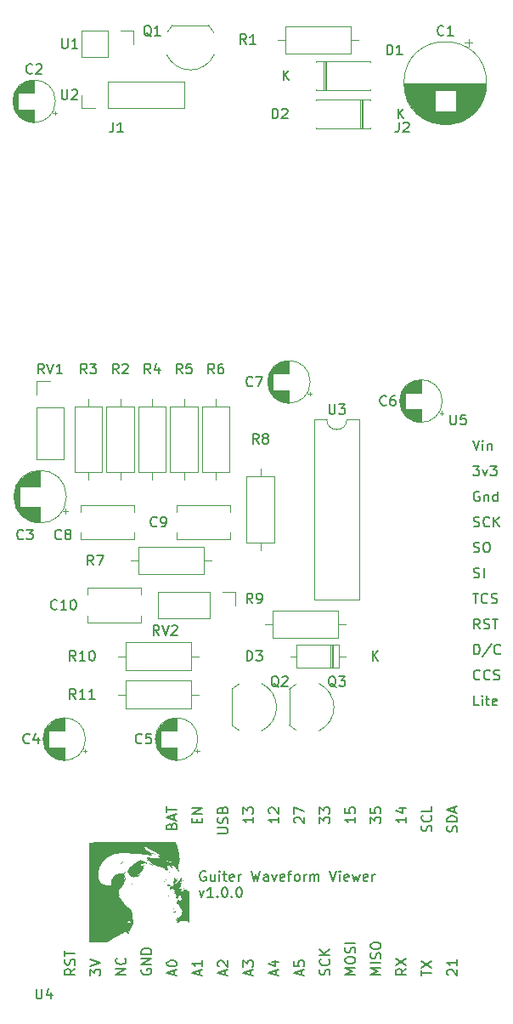
<source format=gto>
%TF.GenerationSoftware,KiCad,Pcbnew,7.0.6*%
%TF.CreationDate,2024-08-25T10:20:08-07:00*%
%TF.ProjectId,Guitar_waveform_proj,47756974-6172-45f7-9761-7665666f726d,rev?*%
%TF.SameCoordinates,Original*%
%TF.FileFunction,Legend,Top*%
%TF.FilePolarity,Positive*%
%FSLAX46Y46*%
G04 Gerber Fmt 4.6, Leading zero omitted, Abs format (unit mm)*
G04 Created by KiCad (PCBNEW 7.0.6) date 2024-08-25 10:20:08*
%MOMM*%
%LPD*%
G01*
G04 APERTURE LIST*
%ADD10C,0.160000*%
%ADD11C,0.120000*%
%ADD12R,1.200000X1.200000*%
%ADD13C,1.200000*%
%ADD14R,2.400000X1.600000*%
%ADD15O,2.400000X1.600000*%
%ADD16C,1.600000*%
%ADD17C,2.200000*%
%ADD18O,1.600000X1.600000*%
%ADD19R,2.200000X2.200000*%
%ADD20O,2.200000X2.200000*%
%ADD21C,3.000000*%
%ADD22R,1.500000X1.500000*%
%ADD23C,1.500000*%
%ADD24R,1.600000X1.600000*%
%ADD25C,2.000000*%
%ADD26R,1.700000X1.700000*%
%ADD27O,1.700000X1.700000*%
%ADD28C,1.570000*%
G04 APERTURE END LIST*
D10*
X167872167Y-116051918D02*
X167776929Y-116004299D01*
X167776929Y-116004299D02*
X167634072Y-116004299D01*
X167634072Y-116004299D02*
X167491215Y-116051918D01*
X167491215Y-116051918D02*
X167395977Y-116147156D01*
X167395977Y-116147156D02*
X167348358Y-116242394D01*
X167348358Y-116242394D02*
X167300739Y-116432870D01*
X167300739Y-116432870D02*
X167300739Y-116575727D01*
X167300739Y-116575727D02*
X167348358Y-116766203D01*
X167348358Y-116766203D02*
X167395977Y-116861441D01*
X167395977Y-116861441D02*
X167491215Y-116956680D01*
X167491215Y-116956680D02*
X167634072Y-117004299D01*
X167634072Y-117004299D02*
X167729310Y-117004299D01*
X167729310Y-117004299D02*
X167872167Y-116956680D01*
X167872167Y-116956680D02*
X167919786Y-116909060D01*
X167919786Y-116909060D02*
X167919786Y-116575727D01*
X167919786Y-116575727D02*
X167729310Y-116575727D01*
X168776929Y-116337632D02*
X168776929Y-117004299D01*
X168348358Y-116337632D02*
X168348358Y-116861441D01*
X168348358Y-116861441D02*
X168395977Y-116956680D01*
X168395977Y-116956680D02*
X168491215Y-117004299D01*
X168491215Y-117004299D02*
X168634072Y-117004299D01*
X168634072Y-117004299D02*
X168729310Y-116956680D01*
X168729310Y-116956680D02*
X168776929Y-116909060D01*
X169253120Y-117004299D02*
X169253120Y-116337632D01*
X169253120Y-116004299D02*
X169205501Y-116051918D01*
X169205501Y-116051918D02*
X169253120Y-116099537D01*
X169253120Y-116099537D02*
X169300739Y-116051918D01*
X169300739Y-116051918D02*
X169253120Y-116004299D01*
X169253120Y-116004299D02*
X169253120Y-116099537D01*
X169586453Y-116337632D02*
X169967405Y-116337632D01*
X169729310Y-116004299D02*
X169729310Y-116861441D01*
X169729310Y-116861441D02*
X169776929Y-116956680D01*
X169776929Y-116956680D02*
X169872167Y-117004299D01*
X169872167Y-117004299D02*
X169967405Y-117004299D01*
X170681691Y-116956680D02*
X170586453Y-117004299D01*
X170586453Y-117004299D02*
X170395977Y-117004299D01*
X170395977Y-117004299D02*
X170300739Y-116956680D01*
X170300739Y-116956680D02*
X170253120Y-116861441D01*
X170253120Y-116861441D02*
X170253120Y-116480489D01*
X170253120Y-116480489D02*
X170300739Y-116385251D01*
X170300739Y-116385251D02*
X170395977Y-116337632D01*
X170395977Y-116337632D02*
X170586453Y-116337632D01*
X170586453Y-116337632D02*
X170681691Y-116385251D01*
X170681691Y-116385251D02*
X170729310Y-116480489D01*
X170729310Y-116480489D02*
X170729310Y-116575727D01*
X170729310Y-116575727D02*
X170253120Y-116670965D01*
X171157882Y-117004299D02*
X171157882Y-116337632D01*
X171157882Y-116528108D02*
X171205501Y-116432870D01*
X171205501Y-116432870D02*
X171253120Y-116385251D01*
X171253120Y-116385251D02*
X171348358Y-116337632D01*
X171348358Y-116337632D02*
X171443596Y-116337632D01*
X172443597Y-116004299D02*
X172681692Y-117004299D01*
X172681692Y-117004299D02*
X172872168Y-116290013D01*
X172872168Y-116290013D02*
X173062644Y-117004299D01*
X173062644Y-117004299D02*
X173300740Y-116004299D01*
X174110263Y-117004299D02*
X174110263Y-116480489D01*
X174110263Y-116480489D02*
X174062644Y-116385251D01*
X174062644Y-116385251D02*
X173967406Y-116337632D01*
X173967406Y-116337632D02*
X173776930Y-116337632D01*
X173776930Y-116337632D02*
X173681692Y-116385251D01*
X174110263Y-116956680D02*
X174015025Y-117004299D01*
X174015025Y-117004299D02*
X173776930Y-117004299D01*
X173776930Y-117004299D02*
X173681692Y-116956680D01*
X173681692Y-116956680D02*
X173634073Y-116861441D01*
X173634073Y-116861441D02*
X173634073Y-116766203D01*
X173634073Y-116766203D02*
X173681692Y-116670965D01*
X173681692Y-116670965D02*
X173776930Y-116623346D01*
X173776930Y-116623346D02*
X174015025Y-116623346D01*
X174015025Y-116623346D02*
X174110263Y-116575727D01*
X174491216Y-116337632D02*
X174729311Y-117004299D01*
X174729311Y-117004299D02*
X174967406Y-116337632D01*
X175729311Y-116956680D02*
X175634073Y-117004299D01*
X175634073Y-117004299D02*
X175443597Y-117004299D01*
X175443597Y-117004299D02*
X175348359Y-116956680D01*
X175348359Y-116956680D02*
X175300740Y-116861441D01*
X175300740Y-116861441D02*
X175300740Y-116480489D01*
X175300740Y-116480489D02*
X175348359Y-116385251D01*
X175348359Y-116385251D02*
X175443597Y-116337632D01*
X175443597Y-116337632D02*
X175634073Y-116337632D01*
X175634073Y-116337632D02*
X175729311Y-116385251D01*
X175729311Y-116385251D02*
X175776930Y-116480489D01*
X175776930Y-116480489D02*
X175776930Y-116575727D01*
X175776930Y-116575727D02*
X175300740Y-116670965D01*
X176062645Y-116337632D02*
X176443597Y-116337632D01*
X176205502Y-117004299D02*
X176205502Y-116147156D01*
X176205502Y-116147156D02*
X176253121Y-116051918D01*
X176253121Y-116051918D02*
X176348359Y-116004299D01*
X176348359Y-116004299D02*
X176443597Y-116004299D01*
X176919788Y-117004299D02*
X176824550Y-116956680D01*
X176824550Y-116956680D02*
X176776931Y-116909060D01*
X176776931Y-116909060D02*
X176729312Y-116813822D01*
X176729312Y-116813822D02*
X176729312Y-116528108D01*
X176729312Y-116528108D02*
X176776931Y-116432870D01*
X176776931Y-116432870D02*
X176824550Y-116385251D01*
X176824550Y-116385251D02*
X176919788Y-116337632D01*
X176919788Y-116337632D02*
X177062645Y-116337632D01*
X177062645Y-116337632D02*
X177157883Y-116385251D01*
X177157883Y-116385251D02*
X177205502Y-116432870D01*
X177205502Y-116432870D02*
X177253121Y-116528108D01*
X177253121Y-116528108D02*
X177253121Y-116813822D01*
X177253121Y-116813822D02*
X177205502Y-116909060D01*
X177205502Y-116909060D02*
X177157883Y-116956680D01*
X177157883Y-116956680D02*
X177062645Y-117004299D01*
X177062645Y-117004299D02*
X176919788Y-117004299D01*
X177681693Y-117004299D02*
X177681693Y-116337632D01*
X177681693Y-116528108D02*
X177729312Y-116432870D01*
X177729312Y-116432870D02*
X177776931Y-116385251D01*
X177776931Y-116385251D02*
X177872169Y-116337632D01*
X177872169Y-116337632D02*
X177967407Y-116337632D01*
X178300741Y-117004299D02*
X178300741Y-116337632D01*
X178300741Y-116432870D02*
X178348360Y-116385251D01*
X178348360Y-116385251D02*
X178443598Y-116337632D01*
X178443598Y-116337632D02*
X178586455Y-116337632D01*
X178586455Y-116337632D02*
X178681693Y-116385251D01*
X178681693Y-116385251D02*
X178729312Y-116480489D01*
X178729312Y-116480489D02*
X178729312Y-117004299D01*
X178729312Y-116480489D02*
X178776931Y-116385251D01*
X178776931Y-116385251D02*
X178872169Y-116337632D01*
X178872169Y-116337632D02*
X179015026Y-116337632D01*
X179015026Y-116337632D02*
X179110265Y-116385251D01*
X179110265Y-116385251D02*
X179157884Y-116480489D01*
X179157884Y-116480489D02*
X179157884Y-117004299D01*
X180253122Y-116004299D02*
X180586455Y-117004299D01*
X180586455Y-117004299D02*
X180919788Y-116004299D01*
X181253122Y-117004299D02*
X181253122Y-116337632D01*
X181253122Y-116004299D02*
X181205503Y-116051918D01*
X181205503Y-116051918D02*
X181253122Y-116099537D01*
X181253122Y-116099537D02*
X181300741Y-116051918D01*
X181300741Y-116051918D02*
X181253122Y-116004299D01*
X181253122Y-116004299D02*
X181253122Y-116099537D01*
X182110264Y-116956680D02*
X182015026Y-117004299D01*
X182015026Y-117004299D02*
X181824550Y-117004299D01*
X181824550Y-117004299D02*
X181729312Y-116956680D01*
X181729312Y-116956680D02*
X181681693Y-116861441D01*
X181681693Y-116861441D02*
X181681693Y-116480489D01*
X181681693Y-116480489D02*
X181729312Y-116385251D01*
X181729312Y-116385251D02*
X181824550Y-116337632D01*
X181824550Y-116337632D02*
X182015026Y-116337632D01*
X182015026Y-116337632D02*
X182110264Y-116385251D01*
X182110264Y-116385251D02*
X182157883Y-116480489D01*
X182157883Y-116480489D02*
X182157883Y-116575727D01*
X182157883Y-116575727D02*
X181681693Y-116670965D01*
X182491217Y-116337632D02*
X182681693Y-117004299D01*
X182681693Y-117004299D02*
X182872169Y-116528108D01*
X182872169Y-116528108D02*
X183062645Y-117004299D01*
X183062645Y-117004299D02*
X183253121Y-116337632D01*
X184015026Y-116956680D02*
X183919788Y-117004299D01*
X183919788Y-117004299D02*
X183729312Y-117004299D01*
X183729312Y-117004299D02*
X183634074Y-116956680D01*
X183634074Y-116956680D02*
X183586455Y-116861441D01*
X183586455Y-116861441D02*
X183586455Y-116480489D01*
X183586455Y-116480489D02*
X183634074Y-116385251D01*
X183634074Y-116385251D02*
X183729312Y-116337632D01*
X183729312Y-116337632D02*
X183919788Y-116337632D01*
X183919788Y-116337632D02*
X184015026Y-116385251D01*
X184015026Y-116385251D02*
X184062645Y-116480489D01*
X184062645Y-116480489D02*
X184062645Y-116575727D01*
X184062645Y-116575727D02*
X183586455Y-116670965D01*
X184491217Y-117004299D02*
X184491217Y-116337632D01*
X184491217Y-116528108D02*
X184538836Y-116432870D01*
X184538836Y-116432870D02*
X184586455Y-116385251D01*
X184586455Y-116385251D02*
X184681693Y-116337632D01*
X184681693Y-116337632D02*
X184776931Y-116337632D01*
X167253120Y-117947632D02*
X167491215Y-118614299D01*
X167491215Y-118614299D02*
X167729310Y-117947632D01*
X168634072Y-118614299D02*
X168062644Y-118614299D01*
X168348358Y-118614299D02*
X168348358Y-117614299D01*
X168348358Y-117614299D02*
X168253120Y-117757156D01*
X168253120Y-117757156D02*
X168157882Y-117852394D01*
X168157882Y-117852394D02*
X168062644Y-117900013D01*
X169062644Y-118519060D02*
X169110263Y-118566680D01*
X169110263Y-118566680D02*
X169062644Y-118614299D01*
X169062644Y-118614299D02*
X169015025Y-118566680D01*
X169015025Y-118566680D02*
X169062644Y-118519060D01*
X169062644Y-118519060D02*
X169062644Y-118614299D01*
X169729310Y-117614299D02*
X169824548Y-117614299D01*
X169824548Y-117614299D02*
X169919786Y-117661918D01*
X169919786Y-117661918D02*
X169967405Y-117709537D01*
X169967405Y-117709537D02*
X170015024Y-117804775D01*
X170015024Y-117804775D02*
X170062643Y-117995251D01*
X170062643Y-117995251D02*
X170062643Y-118233346D01*
X170062643Y-118233346D02*
X170015024Y-118423822D01*
X170015024Y-118423822D02*
X169967405Y-118519060D01*
X169967405Y-118519060D02*
X169919786Y-118566680D01*
X169919786Y-118566680D02*
X169824548Y-118614299D01*
X169824548Y-118614299D02*
X169729310Y-118614299D01*
X169729310Y-118614299D02*
X169634072Y-118566680D01*
X169634072Y-118566680D02*
X169586453Y-118519060D01*
X169586453Y-118519060D02*
X169538834Y-118423822D01*
X169538834Y-118423822D02*
X169491215Y-118233346D01*
X169491215Y-118233346D02*
X169491215Y-117995251D01*
X169491215Y-117995251D02*
X169538834Y-117804775D01*
X169538834Y-117804775D02*
X169586453Y-117709537D01*
X169586453Y-117709537D02*
X169634072Y-117661918D01*
X169634072Y-117661918D02*
X169729310Y-117614299D01*
X170491215Y-118519060D02*
X170538834Y-118566680D01*
X170538834Y-118566680D02*
X170491215Y-118614299D01*
X170491215Y-118614299D02*
X170443596Y-118566680D01*
X170443596Y-118566680D02*
X170491215Y-118519060D01*
X170491215Y-118519060D02*
X170491215Y-118614299D01*
X171157881Y-117614299D02*
X171253119Y-117614299D01*
X171253119Y-117614299D02*
X171348357Y-117661918D01*
X171348357Y-117661918D02*
X171395976Y-117709537D01*
X171395976Y-117709537D02*
X171443595Y-117804775D01*
X171443595Y-117804775D02*
X171491214Y-117995251D01*
X171491214Y-117995251D02*
X171491214Y-118233346D01*
X171491214Y-118233346D02*
X171443595Y-118423822D01*
X171443595Y-118423822D02*
X171395976Y-118519060D01*
X171395976Y-118519060D02*
X171348357Y-118566680D01*
X171348357Y-118566680D02*
X171253119Y-118614299D01*
X171253119Y-118614299D02*
X171157881Y-118614299D01*
X171157881Y-118614299D02*
X171062643Y-118566680D01*
X171062643Y-118566680D02*
X171015024Y-118519060D01*
X171015024Y-118519060D02*
X170967405Y-118423822D01*
X170967405Y-118423822D02*
X170919786Y-118233346D01*
X170919786Y-118233346D02*
X170919786Y-117995251D01*
X170919786Y-117995251D02*
X170967405Y-117804775D01*
X170967405Y-117804775D02*
X171015024Y-117709537D01*
X171015024Y-117709537D02*
X171062643Y-117661918D01*
X171062643Y-117661918D02*
X171157881Y-117614299D01*
X161528333Y-103229060D02*
X161480714Y-103276680D01*
X161480714Y-103276680D02*
X161337857Y-103324299D01*
X161337857Y-103324299D02*
X161242619Y-103324299D01*
X161242619Y-103324299D02*
X161099762Y-103276680D01*
X161099762Y-103276680D02*
X161004524Y-103181441D01*
X161004524Y-103181441D02*
X160956905Y-103086203D01*
X160956905Y-103086203D02*
X160909286Y-102895727D01*
X160909286Y-102895727D02*
X160909286Y-102752870D01*
X160909286Y-102752870D02*
X160956905Y-102562394D01*
X160956905Y-102562394D02*
X161004524Y-102467156D01*
X161004524Y-102467156D02*
X161099762Y-102371918D01*
X161099762Y-102371918D02*
X161242619Y-102324299D01*
X161242619Y-102324299D02*
X161337857Y-102324299D01*
X161337857Y-102324299D02*
X161480714Y-102371918D01*
X161480714Y-102371918D02*
X161528333Y-102419537D01*
X162433095Y-102324299D02*
X161956905Y-102324299D01*
X161956905Y-102324299D02*
X161909286Y-102800489D01*
X161909286Y-102800489D02*
X161956905Y-102752870D01*
X161956905Y-102752870D02*
X162052143Y-102705251D01*
X162052143Y-102705251D02*
X162290238Y-102705251D01*
X162290238Y-102705251D02*
X162385476Y-102752870D01*
X162385476Y-102752870D02*
X162433095Y-102800489D01*
X162433095Y-102800489D02*
X162480714Y-102895727D01*
X162480714Y-102895727D02*
X162480714Y-103133822D01*
X162480714Y-103133822D02*
X162433095Y-103229060D01*
X162433095Y-103229060D02*
X162385476Y-103276680D01*
X162385476Y-103276680D02*
X162290238Y-103324299D01*
X162290238Y-103324299D02*
X162052143Y-103324299D01*
X162052143Y-103324299D02*
X161956905Y-103276680D01*
X161956905Y-103276680D02*
X161909286Y-103229060D01*
X180198095Y-69514299D02*
X180198095Y-70323822D01*
X180198095Y-70323822D02*
X180245714Y-70419060D01*
X180245714Y-70419060D02*
X180293333Y-70466680D01*
X180293333Y-70466680D02*
X180388571Y-70514299D01*
X180388571Y-70514299D02*
X180579047Y-70514299D01*
X180579047Y-70514299D02*
X180674285Y-70466680D01*
X180674285Y-70466680D02*
X180721904Y-70419060D01*
X180721904Y-70419060D02*
X180769523Y-70323822D01*
X180769523Y-70323822D02*
X180769523Y-69514299D01*
X181150476Y-69514299D02*
X181769523Y-69514299D01*
X181769523Y-69514299D02*
X181436190Y-69895251D01*
X181436190Y-69895251D02*
X181579047Y-69895251D01*
X181579047Y-69895251D02*
X181674285Y-69942870D01*
X181674285Y-69942870D02*
X181721904Y-69990489D01*
X181721904Y-69990489D02*
X181769523Y-70085727D01*
X181769523Y-70085727D02*
X181769523Y-70323822D01*
X181769523Y-70323822D02*
X181721904Y-70419060D01*
X181721904Y-70419060D02*
X181674285Y-70466680D01*
X181674285Y-70466680D02*
X181579047Y-70514299D01*
X181579047Y-70514299D02*
X181293333Y-70514299D01*
X181293333Y-70514299D02*
X181198095Y-70466680D01*
X181198095Y-70466680D02*
X181150476Y-70419060D01*
X153488333Y-82909060D02*
X153440714Y-82956680D01*
X153440714Y-82956680D02*
X153297857Y-83004299D01*
X153297857Y-83004299D02*
X153202619Y-83004299D01*
X153202619Y-83004299D02*
X153059762Y-82956680D01*
X153059762Y-82956680D02*
X152964524Y-82861441D01*
X152964524Y-82861441D02*
X152916905Y-82766203D01*
X152916905Y-82766203D02*
X152869286Y-82575727D01*
X152869286Y-82575727D02*
X152869286Y-82432870D01*
X152869286Y-82432870D02*
X152916905Y-82242394D01*
X152916905Y-82242394D02*
X152964524Y-82147156D01*
X152964524Y-82147156D02*
X153059762Y-82051918D01*
X153059762Y-82051918D02*
X153202619Y-82004299D01*
X153202619Y-82004299D02*
X153297857Y-82004299D01*
X153297857Y-82004299D02*
X153440714Y-82051918D01*
X153440714Y-82051918D02*
X153488333Y-82099537D01*
X154059762Y-82432870D02*
X153964524Y-82385251D01*
X153964524Y-82385251D02*
X153916905Y-82337632D01*
X153916905Y-82337632D02*
X153869286Y-82242394D01*
X153869286Y-82242394D02*
X153869286Y-82194775D01*
X153869286Y-82194775D02*
X153916905Y-82099537D01*
X153916905Y-82099537D02*
X153964524Y-82051918D01*
X153964524Y-82051918D02*
X154059762Y-82004299D01*
X154059762Y-82004299D02*
X154250238Y-82004299D01*
X154250238Y-82004299D02*
X154345476Y-82051918D01*
X154345476Y-82051918D02*
X154393095Y-82099537D01*
X154393095Y-82099537D02*
X154440714Y-82194775D01*
X154440714Y-82194775D02*
X154440714Y-82242394D01*
X154440714Y-82242394D02*
X154393095Y-82337632D01*
X154393095Y-82337632D02*
X154345476Y-82385251D01*
X154345476Y-82385251D02*
X154250238Y-82432870D01*
X154250238Y-82432870D02*
X154059762Y-82432870D01*
X154059762Y-82432870D02*
X153964524Y-82480489D01*
X153964524Y-82480489D02*
X153916905Y-82528108D01*
X153916905Y-82528108D02*
X153869286Y-82623346D01*
X153869286Y-82623346D02*
X153869286Y-82813822D01*
X153869286Y-82813822D02*
X153916905Y-82909060D01*
X153916905Y-82909060D02*
X153964524Y-82956680D01*
X153964524Y-82956680D02*
X154059762Y-83004299D01*
X154059762Y-83004299D02*
X154250238Y-83004299D01*
X154250238Y-83004299D02*
X154345476Y-82956680D01*
X154345476Y-82956680D02*
X154393095Y-82909060D01*
X154393095Y-82909060D02*
X154440714Y-82813822D01*
X154440714Y-82813822D02*
X154440714Y-82623346D01*
X154440714Y-82623346D02*
X154393095Y-82528108D01*
X154393095Y-82528108D02*
X154345476Y-82480489D01*
X154345476Y-82480489D02*
X154250238Y-82432870D01*
X173173333Y-73479299D02*
X172840000Y-73003108D01*
X172601905Y-73479299D02*
X172601905Y-72479299D01*
X172601905Y-72479299D02*
X172982857Y-72479299D01*
X172982857Y-72479299D02*
X173078095Y-72526918D01*
X173078095Y-72526918D02*
X173125714Y-72574537D01*
X173125714Y-72574537D02*
X173173333Y-72669775D01*
X173173333Y-72669775D02*
X173173333Y-72812632D01*
X173173333Y-72812632D02*
X173125714Y-72907870D01*
X173125714Y-72907870D02*
X173078095Y-72955489D01*
X173078095Y-72955489D02*
X172982857Y-73003108D01*
X172982857Y-73003108D02*
X172601905Y-73003108D01*
X173744762Y-72907870D02*
X173649524Y-72860251D01*
X173649524Y-72860251D02*
X173601905Y-72812632D01*
X173601905Y-72812632D02*
X173554286Y-72717394D01*
X173554286Y-72717394D02*
X173554286Y-72669775D01*
X173554286Y-72669775D02*
X173601905Y-72574537D01*
X173601905Y-72574537D02*
X173649524Y-72526918D01*
X173649524Y-72526918D02*
X173744762Y-72479299D01*
X173744762Y-72479299D02*
X173935238Y-72479299D01*
X173935238Y-72479299D02*
X174030476Y-72526918D01*
X174030476Y-72526918D02*
X174078095Y-72574537D01*
X174078095Y-72574537D02*
X174125714Y-72669775D01*
X174125714Y-72669775D02*
X174125714Y-72717394D01*
X174125714Y-72717394D02*
X174078095Y-72812632D01*
X174078095Y-72812632D02*
X174030476Y-72860251D01*
X174030476Y-72860251D02*
X173935238Y-72907870D01*
X173935238Y-72907870D02*
X173744762Y-72907870D01*
X173744762Y-72907870D02*
X173649524Y-72955489D01*
X173649524Y-72955489D02*
X173601905Y-73003108D01*
X173601905Y-73003108D02*
X173554286Y-73098346D01*
X173554286Y-73098346D02*
X173554286Y-73288822D01*
X173554286Y-73288822D02*
X173601905Y-73384060D01*
X173601905Y-73384060D02*
X173649524Y-73431680D01*
X173649524Y-73431680D02*
X173744762Y-73479299D01*
X173744762Y-73479299D02*
X173935238Y-73479299D01*
X173935238Y-73479299D02*
X174030476Y-73431680D01*
X174030476Y-73431680D02*
X174078095Y-73384060D01*
X174078095Y-73384060D02*
X174125714Y-73288822D01*
X174125714Y-73288822D02*
X174125714Y-73098346D01*
X174125714Y-73098346D02*
X174078095Y-73003108D01*
X174078095Y-73003108D02*
X174030476Y-72955489D01*
X174030476Y-72955489D02*
X173935238Y-72907870D01*
X154932142Y-95069299D02*
X154598809Y-94593108D01*
X154360714Y-95069299D02*
X154360714Y-94069299D01*
X154360714Y-94069299D02*
X154741666Y-94069299D01*
X154741666Y-94069299D02*
X154836904Y-94116918D01*
X154836904Y-94116918D02*
X154884523Y-94164537D01*
X154884523Y-94164537D02*
X154932142Y-94259775D01*
X154932142Y-94259775D02*
X154932142Y-94402632D01*
X154932142Y-94402632D02*
X154884523Y-94497870D01*
X154884523Y-94497870D02*
X154836904Y-94545489D01*
X154836904Y-94545489D02*
X154741666Y-94593108D01*
X154741666Y-94593108D02*
X154360714Y-94593108D01*
X155884523Y-95069299D02*
X155313095Y-95069299D01*
X155598809Y-95069299D02*
X155598809Y-94069299D01*
X155598809Y-94069299D02*
X155503571Y-94212156D01*
X155503571Y-94212156D02*
X155408333Y-94307394D01*
X155408333Y-94307394D02*
X155313095Y-94355013D01*
X156503571Y-94069299D02*
X156598809Y-94069299D01*
X156598809Y-94069299D02*
X156694047Y-94116918D01*
X156694047Y-94116918D02*
X156741666Y-94164537D01*
X156741666Y-94164537D02*
X156789285Y-94259775D01*
X156789285Y-94259775D02*
X156836904Y-94450251D01*
X156836904Y-94450251D02*
X156836904Y-94688346D01*
X156836904Y-94688346D02*
X156789285Y-94878822D01*
X156789285Y-94878822D02*
X156741666Y-94974060D01*
X156741666Y-94974060D02*
X156694047Y-95021680D01*
X156694047Y-95021680D02*
X156598809Y-95069299D01*
X156598809Y-95069299D02*
X156503571Y-95069299D01*
X156503571Y-95069299D02*
X156408333Y-95021680D01*
X156408333Y-95021680D02*
X156360714Y-94974060D01*
X156360714Y-94974060D02*
X156313095Y-94878822D01*
X156313095Y-94878822D02*
X156265476Y-94688346D01*
X156265476Y-94688346D02*
X156265476Y-94450251D01*
X156265476Y-94450251D02*
X156313095Y-94259775D01*
X156313095Y-94259775D02*
X156360714Y-94164537D01*
X156360714Y-94164537D02*
X156408333Y-94116918D01*
X156408333Y-94116918D02*
X156503571Y-94069299D01*
X185951905Y-34744299D02*
X185951905Y-33744299D01*
X185951905Y-33744299D02*
X186190000Y-33744299D01*
X186190000Y-33744299D02*
X186332857Y-33791918D01*
X186332857Y-33791918D02*
X186428095Y-33887156D01*
X186428095Y-33887156D02*
X186475714Y-33982394D01*
X186475714Y-33982394D02*
X186523333Y-34172870D01*
X186523333Y-34172870D02*
X186523333Y-34315727D01*
X186523333Y-34315727D02*
X186475714Y-34506203D01*
X186475714Y-34506203D02*
X186428095Y-34601441D01*
X186428095Y-34601441D02*
X186332857Y-34696680D01*
X186332857Y-34696680D02*
X186190000Y-34744299D01*
X186190000Y-34744299D02*
X185951905Y-34744299D01*
X187475714Y-34744299D02*
X186904286Y-34744299D01*
X187190000Y-34744299D02*
X187190000Y-33744299D01*
X187190000Y-33744299D02*
X187094762Y-33887156D01*
X187094762Y-33887156D02*
X186999524Y-33982394D01*
X186999524Y-33982394D02*
X186904286Y-34030013D01*
X175633095Y-37284299D02*
X175633095Y-36284299D01*
X176204523Y-37284299D02*
X175775952Y-36712870D01*
X176204523Y-36284299D02*
X175633095Y-36855727D01*
X187166666Y-41454299D02*
X187166666Y-42168584D01*
X187166666Y-42168584D02*
X187119047Y-42311441D01*
X187119047Y-42311441D02*
X187023809Y-42406680D01*
X187023809Y-42406680D02*
X186880952Y-42454299D01*
X186880952Y-42454299D02*
X186785714Y-42454299D01*
X187595238Y-41549537D02*
X187642857Y-41501918D01*
X187642857Y-41501918D02*
X187738095Y-41454299D01*
X187738095Y-41454299D02*
X187976190Y-41454299D01*
X187976190Y-41454299D02*
X188071428Y-41501918D01*
X188071428Y-41501918D02*
X188119047Y-41549537D01*
X188119047Y-41549537D02*
X188166666Y-41644775D01*
X188166666Y-41644775D02*
X188166666Y-41740013D01*
X188166666Y-41740013D02*
X188119047Y-41882870D01*
X188119047Y-41882870D02*
X187547619Y-42454299D01*
X187547619Y-42454299D02*
X188166666Y-42454299D01*
X150328333Y-103229060D02*
X150280714Y-103276680D01*
X150280714Y-103276680D02*
X150137857Y-103324299D01*
X150137857Y-103324299D02*
X150042619Y-103324299D01*
X150042619Y-103324299D02*
X149899762Y-103276680D01*
X149899762Y-103276680D02*
X149804524Y-103181441D01*
X149804524Y-103181441D02*
X149756905Y-103086203D01*
X149756905Y-103086203D02*
X149709286Y-102895727D01*
X149709286Y-102895727D02*
X149709286Y-102752870D01*
X149709286Y-102752870D02*
X149756905Y-102562394D01*
X149756905Y-102562394D02*
X149804524Y-102467156D01*
X149804524Y-102467156D02*
X149899762Y-102371918D01*
X149899762Y-102371918D02*
X150042619Y-102324299D01*
X150042619Y-102324299D02*
X150137857Y-102324299D01*
X150137857Y-102324299D02*
X150280714Y-102371918D01*
X150280714Y-102371918D02*
X150328333Y-102419537D01*
X151185476Y-102657632D02*
X151185476Y-103324299D01*
X150947381Y-102276680D02*
X150709286Y-102990965D01*
X150709286Y-102990965D02*
X151328333Y-102990965D01*
X150618333Y-36554060D02*
X150570714Y-36601680D01*
X150570714Y-36601680D02*
X150427857Y-36649299D01*
X150427857Y-36649299D02*
X150332619Y-36649299D01*
X150332619Y-36649299D02*
X150189762Y-36601680D01*
X150189762Y-36601680D02*
X150094524Y-36506441D01*
X150094524Y-36506441D02*
X150046905Y-36411203D01*
X150046905Y-36411203D02*
X149999286Y-36220727D01*
X149999286Y-36220727D02*
X149999286Y-36077870D01*
X149999286Y-36077870D02*
X150046905Y-35887394D01*
X150046905Y-35887394D02*
X150094524Y-35792156D01*
X150094524Y-35792156D02*
X150189762Y-35696918D01*
X150189762Y-35696918D02*
X150332619Y-35649299D01*
X150332619Y-35649299D02*
X150427857Y-35649299D01*
X150427857Y-35649299D02*
X150570714Y-35696918D01*
X150570714Y-35696918D02*
X150618333Y-35744537D01*
X150999286Y-35744537D02*
X151046905Y-35696918D01*
X151046905Y-35696918D02*
X151142143Y-35649299D01*
X151142143Y-35649299D02*
X151380238Y-35649299D01*
X151380238Y-35649299D02*
X151475476Y-35696918D01*
X151475476Y-35696918D02*
X151523095Y-35744537D01*
X151523095Y-35744537D02*
X151570714Y-35839775D01*
X151570714Y-35839775D02*
X151570714Y-35935013D01*
X151570714Y-35935013D02*
X151523095Y-36077870D01*
X151523095Y-36077870D02*
X150951667Y-36649299D01*
X150951667Y-36649299D02*
X151570714Y-36649299D01*
X174521905Y-41094299D02*
X174521905Y-40094299D01*
X174521905Y-40094299D02*
X174760000Y-40094299D01*
X174760000Y-40094299D02*
X174902857Y-40141918D01*
X174902857Y-40141918D02*
X174998095Y-40237156D01*
X174998095Y-40237156D02*
X175045714Y-40332394D01*
X175045714Y-40332394D02*
X175093333Y-40522870D01*
X175093333Y-40522870D02*
X175093333Y-40665727D01*
X175093333Y-40665727D02*
X175045714Y-40856203D01*
X175045714Y-40856203D02*
X174998095Y-40951441D01*
X174998095Y-40951441D02*
X174902857Y-41046680D01*
X174902857Y-41046680D02*
X174760000Y-41094299D01*
X174760000Y-41094299D02*
X174521905Y-41094299D01*
X175474286Y-40189537D02*
X175521905Y-40141918D01*
X175521905Y-40141918D02*
X175617143Y-40094299D01*
X175617143Y-40094299D02*
X175855238Y-40094299D01*
X175855238Y-40094299D02*
X175950476Y-40141918D01*
X175950476Y-40141918D02*
X175998095Y-40189537D01*
X175998095Y-40189537D02*
X176045714Y-40284775D01*
X176045714Y-40284775D02*
X176045714Y-40380013D01*
X176045714Y-40380013D02*
X175998095Y-40522870D01*
X175998095Y-40522870D02*
X175426667Y-41094299D01*
X175426667Y-41094299D02*
X176045714Y-41094299D01*
X187063095Y-41094299D02*
X187063095Y-40094299D01*
X187634523Y-41094299D02*
X187205952Y-40522870D01*
X187634523Y-40094299D02*
X187063095Y-40665727D01*
X165553333Y-66494299D02*
X165220000Y-66018108D01*
X164981905Y-66494299D02*
X164981905Y-65494299D01*
X164981905Y-65494299D02*
X165362857Y-65494299D01*
X165362857Y-65494299D02*
X165458095Y-65541918D01*
X165458095Y-65541918D02*
X165505714Y-65589537D01*
X165505714Y-65589537D02*
X165553333Y-65684775D01*
X165553333Y-65684775D02*
X165553333Y-65827632D01*
X165553333Y-65827632D02*
X165505714Y-65922870D01*
X165505714Y-65922870D02*
X165458095Y-65970489D01*
X165458095Y-65970489D02*
X165362857Y-66018108D01*
X165362857Y-66018108D02*
X164981905Y-66018108D01*
X166458095Y-65494299D02*
X165981905Y-65494299D01*
X165981905Y-65494299D02*
X165934286Y-65970489D01*
X165934286Y-65970489D02*
X165981905Y-65922870D01*
X165981905Y-65922870D02*
X166077143Y-65875251D01*
X166077143Y-65875251D02*
X166315238Y-65875251D01*
X166315238Y-65875251D02*
X166410476Y-65922870D01*
X166410476Y-65922870D02*
X166458095Y-65970489D01*
X166458095Y-65970489D02*
X166505714Y-66065727D01*
X166505714Y-66065727D02*
X166505714Y-66303822D01*
X166505714Y-66303822D02*
X166458095Y-66399060D01*
X166458095Y-66399060D02*
X166410476Y-66446680D01*
X166410476Y-66446680D02*
X166315238Y-66494299D01*
X166315238Y-66494299D02*
X166077143Y-66494299D01*
X166077143Y-66494299D02*
X165981905Y-66446680D01*
X165981905Y-66446680D02*
X165934286Y-66399060D01*
X171918333Y-33704299D02*
X171585000Y-33228108D01*
X171346905Y-33704299D02*
X171346905Y-32704299D01*
X171346905Y-32704299D02*
X171727857Y-32704299D01*
X171727857Y-32704299D02*
X171823095Y-32751918D01*
X171823095Y-32751918D02*
X171870714Y-32799537D01*
X171870714Y-32799537D02*
X171918333Y-32894775D01*
X171918333Y-32894775D02*
X171918333Y-33037632D01*
X171918333Y-33037632D02*
X171870714Y-33132870D01*
X171870714Y-33132870D02*
X171823095Y-33180489D01*
X171823095Y-33180489D02*
X171727857Y-33228108D01*
X171727857Y-33228108D02*
X171346905Y-33228108D01*
X172870714Y-33704299D02*
X172299286Y-33704299D01*
X172585000Y-33704299D02*
X172585000Y-32704299D01*
X172585000Y-32704299D02*
X172489762Y-32847156D01*
X172489762Y-32847156D02*
X172394524Y-32942394D01*
X172394524Y-32942394D02*
X172299286Y-32990013D01*
X156678333Y-85544299D02*
X156345000Y-85068108D01*
X156106905Y-85544299D02*
X156106905Y-84544299D01*
X156106905Y-84544299D02*
X156487857Y-84544299D01*
X156487857Y-84544299D02*
X156583095Y-84591918D01*
X156583095Y-84591918D02*
X156630714Y-84639537D01*
X156630714Y-84639537D02*
X156678333Y-84734775D01*
X156678333Y-84734775D02*
X156678333Y-84877632D01*
X156678333Y-84877632D02*
X156630714Y-84972870D01*
X156630714Y-84972870D02*
X156583095Y-85020489D01*
X156583095Y-85020489D02*
X156487857Y-85068108D01*
X156487857Y-85068108D02*
X156106905Y-85068108D01*
X157011667Y-84544299D02*
X157678333Y-84544299D01*
X157678333Y-84544299D02*
X157249762Y-85544299D01*
X168728333Y-66494299D02*
X168395000Y-66018108D01*
X168156905Y-66494299D02*
X168156905Y-65494299D01*
X168156905Y-65494299D02*
X168537857Y-65494299D01*
X168537857Y-65494299D02*
X168633095Y-65541918D01*
X168633095Y-65541918D02*
X168680714Y-65589537D01*
X168680714Y-65589537D02*
X168728333Y-65684775D01*
X168728333Y-65684775D02*
X168728333Y-65827632D01*
X168728333Y-65827632D02*
X168680714Y-65922870D01*
X168680714Y-65922870D02*
X168633095Y-65970489D01*
X168633095Y-65970489D02*
X168537857Y-66018108D01*
X168537857Y-66018108D02*
X168156905Y-66018108D01*
X169585476Y-65494299D02*
X169395000Y-65494299D01*
X169395000Y-65494299D02*
X169299762Y-65541918D01*
X169299762Y-65541918D02*
X169252143Y-65589537D01*
X169252143Y-65589537D02*
X169156905Y-65732394D01*
X169156905Y-65732394D02*
X169109286Y-65922870D01*
X169109286Y-65922870D02*
X169109286Y-66303822D01*
X169109286Y-66303822D02*
X169156905Y-66399060D01*
X169156905Y-66399060D02*
X169204524Y-66446680D01*
X169204524Y-66446680D02*
X169299762Y-66494299D01*
X169299762Y-66494299D02*
X169490238Y-66494299D01*
X169490238Y-66494299D02*
X169585476Y-66446680D01*
X169585476Y-66446680D02*
X169633095Y-66399060D01*
X169633095Y-66399060D02*
X169680714Y-66303822D01*
X169680714Y-66303822D02*
X169680714Y-66065727D01*
X169680714Y-66065727D02*
X169633095Y-65970489D01*
X169633095Y-65970489D02*
X169585476Y-65922870D01*
X169585476Y-65922870D02*
X169490238Y-65875251D01*
X169490238Y-65875251D02*
X169299762Y-65875251D01*
X169299762Y-65875251D02*
X169204524Y-65922870D01*
X169204524Y-65922870D02*
X169156905Y-65970489D01*
X169156905Y-65970489D02*
X169109286Y-66065727D01*
X162464761Y-32934537D02*
X162369523Y-32886918D01*
X162369523Y-32886918D02*
X162274285Y-32791680D01*
X162274285Y-32791680D02*
X162131428Y-32648822D01*
X162131428Y-32648822D02*
X162036190Y-32601203D01*
X162036190Y-32601203D02*
X161940952Y-32601203D01*
X161988571Y-32839299D02*
X161893333Y-32791680D01*
X161893333Y-32791680D02*
X161798095Y-32696441D01*
X161798095Y-32696441D02*
X161750476Y-32505965D01*
X161750476Y-32505965D02*
X161750476Y-32172632D01*
X161750476Y-32172632D02*
X161798095Y-31982156D01*
X161798095Y-31982156D02*
X161893333Y-31886918D01*
X161893333Y-31886918D02*
X161988571Y-31839299D01*
X161988571Y-31839299D02*
X162179047Y-31839299D01*
X162179047Y-31839299D02*
X162274285Y-31886918D01*
X162274285Y-31886918D02*
X162369523Y-31982156D01*
X162369523Y-31982156D02*
X162417142Y-32172632D01*
X162417142Y-32172632D02*
X162417142Y-32505965D01*
X162417142Y-32505965D02*
X162369523Y-32696441D01*
X162369523Y-32696441D02*
X162274285Y-32791680D01*
X162274285Y-32791680D02*
X162179047Y-32839299D01*
X162179047Y-32839299D02*
X161988571Y-32839299D01*
X163369523Y-32839299D02*
X162798095Y-32839299D01*
X163083809Y-32839299D02*
X163083809Y-31839299D01*
X163083809Y-31839299D02*
X162988571Y-31982156D01*
X162988571Y-31982156D02*
X162893333Y-32077394D01*
X162893333Y-32077394D02*
X162798095Y-32125013D01*
X191603333Y-32744060D02*
X191555714Y-32791680D01*
X191555714Y-32791680D02*
X191412857Y-32839299D01*
X191412857Y-32839299D02*
X191317619Y-32839299D01*
X191317619Y-32839299D02*
X191174762Y-32791680D01*
X191174762Y-32791680D02*
X191079524Y-32696441D01*
X191079524Y-32696441D02*
X191031905Y-32601203D01*
X191031905Y-32601203D02*
X190984286Y-32410727D01*
X190984286Y-32410727D02*
X190984286Y-32267870D01*
X190984286Y-32267870D02*
X191031905Y-32077394D01*
X191031905Y-32077394D02*
X191079524Y-31982156D01*
X191079524Y-31982156D02*
X191174762Y-31886918D01*
X191174762Y-31886918D02*
X191317619Y-31839299D01*
X191317619Y-31839299D02*
X191412857Y-31839299D01*
X191412857Y-31839299D02*
X191555714Y-31886918D01*
X191555714Y-31886918D02*
X191603333Y-31934537D01*
X192555714Y-32839299D02*
X191984286Y-32839299D01*
X192270000Y-32839299D02*
X192270000Y-31839299D01*
X192270000Y-31839299D02*
X192174762Y-31982156D01*
X192174762Y-31982156D02*
X192079524Y-32077394D01*
X192079524Y-32077394D02*
X191984286Y-32125013D01*
X162378333Y-66494299D02*
X162045000Y-66018108D01*
X161806905Y-66494299D02*
X161806905Y-65494299D01*
X161806905Y-65494299D02*
X162187857Y-65494299D01*
X162187857Y-65494299D02*
X162283095Y-65541918D01*
X162283095Y-65541918D02*
X162330714Y-65589537D01*
X162330714Y-65589537D02*
X162378333Y-65684775D01*
X162378333Y-65684775D02*
X162378333Y-65827632D01*
X162378333Y-65827632D02*
X162330714Y-65922870D01*
X162330714Y-65922870D02*
X162283095Y-65970489D01*
X162283095Y-65970489D02*
X162187857Y-66018108D01*
X162187857Y-66018108D02*
X161806905Y-66018108D01*
X163235476Y-65827632D02*
X163235476Y-66494299D01*
X162997381Y-65446680D02*
X162759286Y-66160965D01*
X162759286Y-66160965D02*
X163378333Y-66160965D01*
X192278095Y-70574299D02*
X192278095Y-71383822D01*
X192278095Y-71383822D02*
X192325714Y-71479060D01*
X192325714Y-71479060D02*
X192373333Y-71526680D01*
X192373333Y-71526680D02*
X192468571Y-71574299D01*
X192468571Y-71574299D02*
X192659047Y-71574299D01*
X192659047Y-71574299D02*
X192754285Y-71526680D01*
X192754285Y-71526680D02*
X192801904Y-71479060D01*
X192801904Y-71479060D02*
X192849523Y-71383822D01*
X192849523Y-71383822D02*
X192849523Y-70574299D01*
X193801904Y-70574299D02*
X193325714Y-70574299D01*
X193325714Y-70574299D02*
X193278095Y-71050489D01*
X193278095Y-71050489D02*
X193325714Y-71002870D01*
X193325714Y-71002870D02*
X193420952Y-70955251D01*
X193420952Y-70955251D02*
X193659047Y-70955251D01*
X193659047Y-70955251D02*
X193754285Y-71002870D01*
X193754285Y-71002870D02*
X193801904Y-71050489D01*
X193801904Y-71050489D02*
X193849523Y-71145727D01*
X193849523Y-71145727D02*
X193849523Y-71383822D01*
X193849523Y-71383822D02*
X193801904Y-71479060D01*
X193801904Y-71479060D02*
X193754285Y-71526680D01*
X193754285Y-71526680D02*
X193659047Y-71574299D01*
X193659047Y-71574299D02*
X193420952Y-71574299D01*
X193420952Y-71574299D02*
X193325714Y-71526680D01*
X193325714Y-71526680D02*
X193278095Y-71479060D01*
X194605739Y-81686680D02*
X194748596Y-81734299D01*
X194748596Y-81734299D02*
X194986691Y-81734299D01*
X194986691Y-81734299D02*
X195081929Y-81686680D01*
X195081929Y-81686680D02*
X195129548Y-81639060D01*
X195129548Y-81639060D02*
X195177167Y-81543822D01*
X195177167Y-81543822D02*
X195177167Y-81448584D01*
X195177167Y-81448584D02*
X195129548Y-81353346D01*
X195129548Y-81353346D02*
X195081929Y-81305727D01*
X195081929Y-81305727D02*
X194986691Y-81258108D01*
X194986691Y-81258108D02*
X194796215Y-81210489D01*
X194796215Y-81210489D02*
X194700977Y-81162870D01*
X194700977Y-81162870D02*
X194653358Y-81115251D01*
X194653358Y-81115251D02*
X194605739Y-81020013D01*
X194605739Y-81020013D02*
X194605739Y-80924775D01*
X194605739Y-80924775D02*
X194653358Y-80829537D01*
X194653358Y-80829537D02*
X194700977Y-80781918D01*
X194700977Y-80781918D02*
X194796215Y-80734299D01*
X194796215Y-80734299D02*
X195034310Y-80734299D01*
X195034310Y-80734299D02*
X195177167Y-80781918D01*
X196177167Y-81639060D02*
X196129548Y-81686680D01*
X196129548Y-81686680D02*
X195986691Y-81734299D01*
X195986691Y-81734299D02*
X195891453Y-81734299D01*
X195891453Y-81734299D02*
X195748596Y-81686680D01*
X195748596Y-81686680D02*
X195653358Y-81591441D01*
X195653358Y-81591441D02*
X195605739Y-81496203D01*
X195605739Y-81496203D02*
X195558120Y-81305727D01*
X195558120Y-81305727D02*
X195558120Y-81162870D01*
X195558120Y-81162870D02*
X195605739Y-80972394D01*
X195605739Y-80972394D02*
X195653358Y-80877156D01*
X195653358Y-80877156D02*
X195748596Y-80781918D01*
X195748596Y-80781918D02*
X195891453Y-80734299D01*
X195891453Y-80734299D02*
X195986691Y-80734299D01*
X195986691Y-80734299D02*
X196129548Y-80781918D01*
X196129548Y-80781918D02*
X196177167Y-80829537D01*
X196605739Y-81734299D02*
X196605739Y-80734299D01*
X197177167Y-81734299D02*
X196748596Y-81162870D01*
X197177167Y-80734299D02*
X196605739Y-81305727D01*
X195224786Y-96879060D02*
X195177167Y-96926680D01*
X195177167Y-96926680D02*
X195034310Y-96974299D01*
X195034310Y-96974299D02*
X194939072Y-96974299D01*
X194939072Y-96974299D02*
X194796215Y-96926680D01*
X194796215Y-96926680D02*
X194700977Y-96831441D01*
X194700977Y-96831441D02*
X194653358Y-96736203D01*
X194653358Y-96736203D02*
X194605739Y-96545727D01*
X194605739Y-96545727D02*
X194605739Y-96402870D01*
X194605739Y-96402870D02*
X194653358Y-96212394D01*
X194653358Y-96212394D02*
X194700977Y-96117156D01*
X194700977Y-96117156D02*
X194796215Y-96021918D01*
X194796215Y-96021918D02*
X194939072Y-95974299D01*
X194939072Y-95974299D02*
X195034310Y-95974299D01*
X195034310Y-95974299D02*
X195177167Y-96021918D01*
X195177167Y-96021918D02*
X195224786Y-96069537D01*
X196224786Y-96879060D02*
X196177167Y-96926680D01*
X196177167Y-96926680D02*
X196034310Y-96974299D01*
X196034310Y-96974299D02*
X195939072Y-96974299D01*
X195939072Y-96974299D02*
X195796215Y-96926680D01*
X195796215Y-96926680D02*
X195700977Y-96831441D01*
X195700977Y-96831441D02*
X195653358Y-96736203D01*
X195653358Y-96736203D02*
X195605739Y-96545727D01*
X195605739Y-96545727D02*
X195605739Y-96402870D01*
X195605739Y-96402870D02*
X195653358Y-96212394D01*
X195653358Y-96212394D02*
X195700977Y-96117156D01*
X195700977Y-96117156D02*
X195796215Y-96021918D01*
X195796215Y-96021918D02*
X195939072Y-95974299D01*
X195939072Y-95974299D02*
X196034310Y-95974299D01*
X196034310Y-95974299D02*
X196177167Y-96021918D01*
X196177167Y-96021918D02*
X196224786Y-96069537D01*
X196605739Y-96926680D02*
X196748596Y-96974299D01*
X196748596Y-96974299D02*
X196986691Y-96974299D01*
X196986691Y-96974299D02*
X197081929Y-96926680D01*
X197081929Y-96926680D02*
X197129548Y-96879060D01*
X197129548Y-96879060D02*
X197177167Y-96783822D01*
X197177167Y-96783822D02*
X197177167Y-96688584D01*
X197177167Y-96688584D02*
X197129548Y-96593346D01*
X197129548Y-96593346D02*
X197081929Y-96545727D01*
X197081929Y-96545727D02*
X196986691Y-96498108D01*
X196986691Y-96498108D02*
X196796215Y-96450489D01*
X196796215Y-96450489D02*
X196700977Y-96402870D01*
X196700977Y-96402870D02*
X196653358Y-96355251D01*
X196653358Y-96355251D02*
X196605739Y-96260013D01*
X196605739Y-96260013D02*
X196605739Y-96164775D01*
X196605739Y-96164775D02*
X196653358Y-96069537D01*
X196653358Y-96069537D02*
X196700977Y-96021918D01*
X196700977Y-96021918D02*
X196796215Y-95974299D01*
X196796215Y-95974299D02*
X197034310Y-95974299D01*
X197034310Y-95974299D02*
X197177167Y-96021918D01*
X195177167Y-78241918D02*
X195081929Y-78194299D01*
X195081929Y-78194299D02*
X194939072Y-78194299D01*
X194939072Y-78194299D02*
X194796215Y-78241918D01*
X194796215Y-78241918D02*
X194700977Y-78337156D01*
X194700977Y-78337156D02*
X194653358Y-78432394D01*
X194653358Y-78432394D02*
X194605739Y-78622870D01*
X194605739Y-78622870D02*
X194605739Y-78765727D01*
X194605739Y-78765727D02*
X194653358Y-78956203D01*
X194653358Y-78956203D02*
X194700977Y-79051441D01*
X194700977Y-79051441D02*
X194796215Y-79146680D01*
X194796215Y-79146680D02*
X194939072Y-79194299D01*
X194939072Y-79194299D02*
X195034310Y-79194299D01*
X195034310Y-79194299D02*
X195177167Y-79146680D01*
X195177167Y-79146680D02*
X195224786Y-79099060D01*
X195224786Y-79099060D02*
X195224786Y-78765727D01*
X195224786Y-78765727D02*
X195034310Y-78765727D01*
X195653358Y-78527632D02*
X195653358Y-79194299D01*
X195653358Y-78622870D02*
X195700977Y-78575251D01*
X195700977Y-78575251D02*
X195796215Y-78527632D01*
X195796215Y-78527632D02*
X195939072Y-78527632D01*
X195939072Y-78527632D02*
X196034310Y-78575251D01*
X196034310Y-78575251D02*
X196081929Y-78670489D01*
X196081929Y-78670489D02*
X196081929Y-79194299D01*
X196986691Y-79194299D02*
X196986691Y-78194299D01*
X196986691Y-79146680D02*
X196891453Y-79194299D01*
X196891453Y-79194299D02*
X196700977Y-79194299D01*
X196700977Y-79194299D02*
X196605739Y-79146680D01*
X196605739Y-79146680D02*
X196558120Y-79099060D01*
X196558120Y-79099060D02*
X196510501Y-79003822D01*
X196510501Y-79003822D02*
X196510501Y-78718108D01*
X196510501Y-78718108D02*
X196558120Y-78622870D01*
X196558120Y-78622870D02*
X196605739Y-78575251D01*
X196605739Y-78575251D02*
X196700977Y-78527632D01*
X196700977Y-78527632D02*
X196891453Y-78527632D01*
X196891453Y-78527632D02*
X196986691Y-78575251D01*
X194558120Y-75654299D02*
X195177167Y-75654299D01*
X195177167Y-75654299D02*
X194843834Y-76035251D01*
X194843834Y-76035251D02*
X194986691Y-76035251D01*
X194986691Y-76035251D02*
X195081929Y-76082870D01*
X195081929Y-76082870D02*
X195129548Y-76130489D01*
X195129548Y-76130489D02*
X195177167Y-76225727D01*
X195177167Y-76225727D02*
X195177167Y-76463822D01*
X195177167Y-76463822D02*
X195129548Y-76559060D01*
X195129548Y-76559060D02*
X195081929Y-76606680D01*
X195081929Y-76606680D02*
X194986691Y-76654299D01*
X194986691Y-76654299D02*
X194700977Y-76654299D01*
X194700977Y-76654299D02*
X194605739Y-76606680D01*
X194605739Y-76606680D02*
X194558120Y-76559060D01*
X195510501Y-75987632D02*
X195748596Y-76654299D01*
X195748596Y-76654299D02*
X195986691Y-75987632D01*
X196272406Y-75654299D02*
X196891453Y-75654299D01*
X196891453Y-75654299D02*
X196558120Y-76035251D01*
X196558120Y-76035251D02*
X196700977Y-76035251D01*
X196700977Y-76035251D02*
X196796215Y-76082870D01*
X196796215Y-76082870D02*
X196843834Y-76130489D01*
X196843834Y-76130489D02*
X196891453Y-76225727D01*
X196891453Y-76225727D02*
X196891453Y-76463822D01*
X196891453Y-76463822D02*
X196843834Y-76559060D01*
X196843834Y-76559060D02*
X196796215Y-76606680D01*
X196796215Y-76606680D02*
X196700977Y-76654299D01*
X196700977Y-76654299D02*
X196415263Y-76654299D01*
X196415263Y-76654299D02*
X196320025Y-76606680D01*
X196320025Y-76606680D02*
X196272406Y-76559060D01*
X194653358Y-94434299D02*
X194653358Y-93434299D01*
X194653358Y-93434299D02*
X194891453Y-93434299D01*
X194891453Y-93434299D02*
X195034310Y-93481918D01*
X195034310Y-93481918D02*
X195129548Y-93577156D01*
X195129548Y-93577156D02*
X195177167Y-93672394D01*
X195177167Y-93672394D02*
X195224786Y-93862870D01*
X195224786Y-93862870D02*
X195224786Y-94005727D01*
X195224786Y-94005727D02*
X195177167Y-94196203D01*
X195177167Y-94196203D02*
X195129548Y-94291441D01*
X195129548Y-94291441D02*
X195034310Y-94386680D01*
X195034310Y-94386680D02*
X194891453Y-94434299D01*
X194891453Y-94434299D02*
X194653358Y-94434299D01*
X196367643Y-93386680D02*
X195510501Y-94672394D01*
X197272405Y-94339060D02*
X197224786Y-94386680D01*
X197224786Y-94386680D02*
X197081929Y-94434299D01*
X197081929Y-94434299D02*
X196986691Y-94434299D01*
X196986691Y-94434299D02*
X196843834Y-94386680D01*
X196843834Y-94386680D02*
X196748596Y-94291441D01*
X196748596Y-94291441D02*
X196700977Y-94196203D01*
X196700977Y-94196203D02*
X196653358Y-94005727D01*
X196653358Y-94005727D02*
X196653358Y-93862870D01*
X196653358Y-93862870D02*
X196700977Y-93672394D01*
X196700977Y-93672394D02*
X196748596Y-93577156D01*
X196748596Y-93577156D02*
X196843834Y-93481918D01*
X196843834Y-93481918D02*
X196986691Y-93434299D01*
X196986691Y-93434299D02*
X197081929Y-93434299D01*
X197081929Y-93434299D02*
X197224786Y-93481918D01*
X197224786Y-93481918D02*
X197272405Y-93529537D01*
X194510501Y-88354299D02*
X195081929Y-88354299D01*
X194796215Y-89354299D02*
X194796215Y-88354299D01*
X195986691Y-89259060D02*
X195939072Y-89306680D01*
X195939072Y-89306680D02*
X195796215Y-89354299D01*
X195796215Y-89354299D02*
X195700977Y-89354299D01*
X195700977Y-89354299D02*
X195558120Y-89306680D01*
X195558120Y-89306680D02*
X195462882Y-89211441D01*
X195462882Y-89211441D02*
X195415263Y-89116203D01*
X195415263Y-89116203D02*
X195367644Y-88925727D01*
X195367644Y-88925727D02*
X195367644Y-88782870D01*
X195367644Y-88782870D02*
X195415263Y-88592394D01*
X195415263Y-88592394D02*
X195462882Y-88497156D01*
X195462882Y-88497156D02*
X195558120Y-88401918D01*
X195558120Y-88401918D02*
X195700977Y-88354299D01*
X195700977Y-88354299D02*
X195796215Y-88354299D01*
X195796215Y-88354299D02*
X195939072Y-88401918D01*
X195939072Y-88401918D02*
X195986691Y-88449537D01*
X196367644Y-89306680D02*
X196510501Y-89354299D01*
X196510501Y-89354299D02*
X196748596Y-89354299D01*
X196748596Y-89354299D02*
X196843834Y-89306680D01*
X196843834Y-89306680D02*
X196891453Y-89259060D01*
X196891453Y-89259060D02*
X196939072Y-89163822D01*
X196939072Y-89163822D02*
X196939072Y-89068584D01*
X196939072Y-89068584D02*
X196891453Y-88973346D01*
X196891453Y-88973346D02*
X196843834Y-88925727D01*
X196843834Y-88925727D02*
X196748596Y-88878108D01*
X196748596Y-88878108D02*
X196558120Y-88830489D01*
X196558120Y-88830489D02*
X196462882Y-88782870D01*
X196462882Y-88782870D02*
X196415263Y-88735251D01*
X196415263Y-88735251D02*
X196367644Y-88640013D01*
X196367644Y-88640013D02*
X196367644Y-88544775D01*
X196367644Y-88544775D02*
X196415263Y-88449537D01*
X196415263Y-88449537D02*
X196462882Y-88401918D01*
X196462882Y-88401918D02*
X196558120Y-88354299D01*
X196558120Y-88354299D02*
X196796215Y-88354299D01*
X196796215Y-88354299D02*
X196939072Y-88401918D01*
X194605739Y-86766680D02*
X194748596Y-86814299D01*
X194748596Y-86814299D02*
X194986691Y-86814299D01*
X194986691Y-86814299D02*
X195081929Y-86766680D01*
X195081929Y-86766680D02*
X195129548Y-86719060D01*
X195129548Y-86719060D02*
X195177167Y-86623822D01*
X195177167Y-86623822D02*
X195177167Y-86528584D01*
X195177167Y-86528584D02*
X195129548Y-86433346D01*
X195129548Y-86433346D02*
X195081929Y-86385727D01*
X195081929Y-86385727D02*
X194986691Y-86338108D01*
X194986691Y-86338108D02*
X194796215Y-86290489D01*
X194796215Y-86290489D02*
X194700977Y-86242870D01*
X194700977Y-86242870D02*
X194653358Y-86195251D01*
X194653358Y-86195251D02*
X194605739Y-86100013D01*
X194605739Y-86100013D02*
X194605739Y-86004775D01*
X194605739Y-86004775D02*
X194653358Y-85909537D01*
X194653358Y-85909537D02*
X194700977Y-85861918D01*
X194700977Y-85861918D02*
X194796215Y-85814299D01*
X194796215Y-85814299D02*
X195034310Y-85814299D01*
X195034310Y-85814299D02*
X195177167Y-85861918D01*
X195605739Y-86814299D02*
X195605739Y-85814299D01*
X194510501Y-73114299D02*
X194843834Y-74114299D01*
X194843834Y-74114299D02*
X195177167Y-73114299D01*
X195510501Y-74114299D02*
X195510501Y-73447632D01*
X195510501Y-73114299D02*
X195462882Y-73161918D01*
X195462882Y-73161918D02*
X195510501Y-73209537D01*
X195510501Y-73209537D02*
X195558120Y-73161918D01*
X195558120Y-73161918D02*
X195510501Y-73114299D01*
X195510501Y-73114299D02*
X195510501Y-73209537D01*
X195986691Y-73447632D02*
X195986691Y-74114299D01*
X195986691Y-73542870D02*
X196034310Y-73495251D01*
X196034310Y-73495251D02*
X196129548Y-73447632D01*
X196129548Y-73447632D02*
X196272405Y-73447632D01*
X196272405Y-73447632D02*
X196367643Y-73495251D01*
X196367643Y-73495251D02*
X196415262Y-73590489D01*
X196415262Y-73590489D02*
X196415262Y-74114299D01*
X195224786Y-91894299D02*
X194891453Y-91418108D01*
X194653358Y-91894299D02*
X194653358Y-90894299D01*
X194653358Y-90894299D02*
X195034310Y-90894299D01*
X195034310Y-90894299D02*
X195129548Y-90941918D01*
X195129548Y-90941918D02*
X195177167Y-90989537D01*
X195177167Y-90989537D02*
X195224786Y-91084775D01*
X195224786Y-91084775D02*
X195224786Y-91227632D01*
X195224786Y-91227632D02*
X195177167Y-91322870D01*
X195177167Y-91322870D02*
X195129548Y-91370489D01*
X195129548Y-91370489D02*
X195034310Y-91418108D01*
X195034310Y-91418108D02*
X194653358Y-91418108D01*
X195605739Y-91846680D02*
X195748596Y-91894299D01*
X195748596Y-91894299D02*
X195986691Y-91894299D01*
X195986691Y-91894299D02*
X196081929Y-91846680D01*
X196081929Y-91846680D02*
X196129548Y-91799060D01*
X196129548Y-91799060D02*
X196177167Y-91703822D01*
X196177167Y-91703822D02*
X196177167Y-91608584D01*
X196177167Y-91608584D02*
X196129548Y-91513346D01*
X196129548Y-91513346D02*
X196081929Y-91465727D01*
X196081929Y-91465727D02*
X195986691Y-91418108D01*
X195986691Y-91418108D02*
X195796215Y-91370489D01*
X195796215Y-91370489D02*
X195700977Y-91322870D01*
X195700977Y-91322870D02*
X195653358Y-91275251D01*
X195653358Y-91275251D02*
X195605739Y-91180013D01*
X195605739Y-91180013D02*
X195605739Y-91084775D01*
X195605739Y-91084775D02*
X195653358Y-90989537D01*
X195653358Y-90989537D02*
X195700977Y-90941918D01*
X195700977Y-90941918D02*
X195796215Y-90894299D01*
X195796215Y-90894299D02*
X196034310Y-90894299D01*
X196034310Y-90894299D02*
X196177167Y-90941918D01*
X196462882Y-90894299D02*
X197034310Y-90894299D01*
X196748596Y-91894299D02*
X196748596Y-90894299D01*
X194605739Y-84226680D02*
X194748596Y-84274299D01*
X194748596Y-84274299D02*
X194986691Y-84274299D01*
X194986691Y-84274299D02*
X195081929Y-84226680D01*
X195081929Y-84226680D02*
X195129548Y-84179060D01*
X195129548Y-84179060D02*
X195177167Y-84083822D01*
X195177167Y-84083822D02*
X195177167Y-83988584D01*
X195177167Y-83988584D02*
X195129548Y-83893346D01*
X195129548Y-83893346D02*
X195081929Y-83845727D01*
X195081929Y-83845727D02*
X194986691Y-83798108D01*
X194986691Y-83798108D02*
X194796215Y-83750489D01*
X194796215Y-83750489D02*
X194700977Y-83702870D01*
X194700977Y-83702870D02*
X194653358Y-83655251D01*
X194653358Y-83655251D02*
X194605739Y-83560013D01*
X194605739Y-83560013D02*
X194605739Y-83464775D01*
X194605739Y-83464775D02*
X194653358Y-83369537D01*
X194653358Y-83369537D02*
X194700977Y-83321918D01*
X194700977Y-83321918D02*
X194796215Y-83274299D01*
X194796215Y-83274299D02*
X195034310Y-83274299D01*
X195034310Y-83274299D02*
X195177167Y-83321918D01*
X195796215Y-83274299D02*
X195986691Y-83274299D01*
X195986691Y-83274299D02*
X196081929Y-83321918D01*
X196081929Y-83321918D02*
X196177167Y-83417156D01*
X196177167Y-83417156D02*
X196224786Y-83607632D01*
X196224786Y-83607632D02*
X196224786Y-83940965D01*
X196224786Y-83940965D02*
X196177167Y-84131441D01*
X196177167Y-84131441D02*
X196081929Y-84226680D01*
X196081929Y-84226680D02*
X195986691Y-84274299D01*
X195986691Y-84274299D02*
X195796215Y-84274299D01*
X195796215Y-84274299D02*
X195700977Y-84226680D01*
X195700977Y-84226680D02*
X195605739Y-84131441D01*
X195605739Y-84131441D02*
X195558120Y-83940965D01*
X195558120Y-83940965D02*
X195558120Y-83607632D01*
X195558120Y-83607632D02*
X195605739Y-83417156D01*
X195605739Y-83417156D02*
X195700977Y-83321918D01*
X195700977Y-83321918D02*
X195796215Y-83274299D01*
X195129548Y-99514299D02*
X194653358Y-99514299D01*
X194653358Y-99514299D02*
X194653358Y-98514299D01*
X195462882Y-99514299D02*
X195462882Y-98847632D01*
X195462882Y-98514299D02*
X195415263Y-98561918D01*
X195415263Y-98561918D02*
X195462882Y-98609537D01*
X195462882Y-98609537D02*
X195510501Y-98561918D01*
X195510501Y-98561918D02*
X195462882Y-98514299D01*
X195462882Y-98514299D02*
X195462882Y-98609537D01*
X195796215Y-98847632D02*
X196177167Y-98847632D01*
X195939072Y-98514299D02*
X195939072Y-99371441D01*
X195939072Y-99371441D02*
X195986691Y-99466680D01*
X195986691Y-99466680D02*
X196081929Y-99514299D01*
X196081929Y-99514299D02*
X196177167Y-99514299D01*
X196891453Y-99466680D02*
X196796215Y-99514299D01*
X196796215Y-99514299D02*
X196605739Y-99514299D01*
X196605739Y-99514299D02*
X196510501Y-99466680D01*
X196510501Y-99466680D02*
X196462882Y-99371441D01*
X196462882Y-99371441D02*
X196462882Y-98990489D01*
X196462882Y-98990489D02*
X196510501Y-98895251D01*
X196510501Y-98895251D02*
X196605739Y-98847632D01*
X196605739Y-98847632D02*
X196796215Y-98847632D01*
X196796215Y-98847632D02*
X196891453Y-98895251D01*
X196891453Y-98895251D02*
X196939072Y-98990489D01*
X196939072Y-98990489D02*
X196939072Y-99085727D01*
X196939072Y-99085727D02*
X196462882Y-99180965D01*
X149693333Y-82909060D02*
X149645714Y-82956680D01*
X149645714Y-82956680D02*
X149502857Y-83004299D01*
X149502857Y-83004299D02*
X149407619Y-83004299D01*
X149407619Y-83004299D02*
X149264762Y-82956680D01*
X149264762Y-82956680D02*
X149169524Y-82861441D01*
X149169524Y-82861441D02*
X149121905Y-82766203D01*
X149121905Y-82766203D02*
X149074286Y-82575727D01*
X149074286Y-82575727D02*
X149074286Y-82432870D01*
X149074286Y-82432870D02*
X149121905Y-82242394D01*
X149121905Y-82242394D02*
X149169524Y-82147156D01*
X149169524Y-82147156D02*
X149264762Y-82051918D01*
X149264762Y-82051918D02*
X149407619Y-82004299D01*
X149407619Y-82004299D02*
X149502857Y-82004299D01*
X149502857Y-82004299D02*
X149645714Y-82051918D01*
X149645714Y-82051918D02*
X149693333Y-82099537D01*
X150026667Y-82004299D02*
X150645714Y-82004299D01*
X150645714Y-82004299D02*
X150312381Y-82385251D01*
X150312381Y-82385251D02*
X150455238Y-82385251D01*
X150455238Y-82385251D02*
X150550476Y-82432870D01*
X150550476Y-82432870D02*
X150598095Y-82480489D01*
X150598095Y-82480489D02*
X150645714Y-82575727D01*
X150645714Y-82575727D02*
X150645714Y-82813822D01*
X150645714Y-82813822D02*
X150598095Y-82909060D01*
X150598095Y-82909060D02*
X150550476Y-82956680D01*
X150550476Y-82956680D02*
X150455238Y-83004299D01*
X150455238Y-83004299D02*
X150169524Y-83004299D01*
X150169524Y-83004299D02*
X150074286Y-82956680D01*
X150074286Y-82956680D02*
X150026667Y-82909060D01*
X163249761Y-92529299D02*
X162916428Y-92053108D01*
X162678333Y-92529299D02*
X162678333Y-91529299D01*
X162678333Y-91529299D02*
X163059285Y-91529299D01*
X163059285Y-91529299D02*
X163154523Y-91576918D01*
X163154523Y-91576918D02*
X163202142Y-91624537D01*
X163202142Y-91624537D02*
X163249761Y-91719775D01*
X163249761Y-91719775D02*
X163249761Y-91862632D01*
X163249761Y-91862632D02*
X163202142Y-91957870D01*
X163202142Y-91957870D02*
X163154523Y-92005489D01*
X163154523Y-92005489D02*
X163059285Y-92053108D01*
X163059285Y-92053108D02*
X162678333Y-92053108D01*
X163535476Y-91529299D02*
X163868809Y-92529299D01*
X163868809Y-92529299D02*
X164202142Y-91529299D01*
X164487857Y-91624537D02*
X164535476Y-91576918D01*
X164535476Y-91576918D02*
X164630714Y-91529299D01*
X164630714Y-91529299D02*
X164868809Y-91529299D01*
X164868809Y-91529299D02*
X164964047Y-91576918D01*
X164964047Y-91576918D02*
X165011666Y-91624537D01*
X165011666Y-91624537D02*
X165059285Y-91719775D01*
X165059285Y-91719775D02*
X165059285Y-91815013D01*
X165059285Y-91815013D02*
X165011666Y-91957870D01*
X165011666Y-91957870D02*
X164440238Y-92529299D01*
X164440238Y-92529299D02*
X165059285Y-92529299D01*
X175164761Y-97704537D02*
X175069523Y-97656918D01*
X175069523Y-97656918D02*
X174974285Y-97561680D01*
X174974285Y-97561680D02*
X174831428Y-97418822D01*
X174831428Y-97418822D02*
X174736190Y-97371203D01*
X174736190Y-97371203D02*
X174640952Y-97371203D01*
X174688571Y-97609299D02*
X174593333Y-97561680D01*
X174593333Y-97561680D02*
X174498095Y-97466441D01*
X174498095Y-97466441D02*
X174450476Y-97275965D01*
X174450476Y-97275965D02*
X174450476Y-96942632D01*
X174450476Y-96942632D02*
X174498095Y-96752156D01*
X174498095Y-96752156D02*
X174593333Y-96656918D01*
X174593333Y-96656918D02*
X174688571Y-96609299D01*
X174688571Y-96609299D02*
X174879047Y-96609299D01*
X174879047Y-96609299D02*
X174974285Y-96656918D01*
X174974285Y-96656918D02*
X175069523Y-96752156D01*
X175069523Y-96752156D02*
X175117142Y-96942632D01*
X175117142Y-96942632D02*
X175117142Y-97275965D01*
X175117142Y-97275965D02*
X175069523Y-97466441D01*
X175069523Y-97466441D02*
X174974285Y-97561680D01*
X174974285Y-97561680D02*
X174879047Y-97609299D01*
X174879047Y-97609299D02*
X174688571Y-97609299D01*
X175498095Y-96704537D02*
X175545714Y-96656918D01*
X175545714Y-96656918D02*
X175640952Y-96609299D01*
X175640952Y-96609299D02*
X175879047Y-96609299D01*
X175879047Y-96609299D02*
X175974285Y-96656918D01*
X175974285Y-96656918D02*
X176021904Y-96704537D01*
X176021904Y-96704537D02*
X176069523Y-96799775D01*
X176069523Y-96799775D02*
X176069523Y-96895013D01*
X176069523Y-96895013D02*
X176021904Y-97037870D01*
X176021904Y-97037870D02*
X175450476Y-97609299D01*
X175450476Y-97609299D02*
X176069523Y-97609299D01*
X153543095Y-38189299D02*
X153543095Y-38998822D01*
X153543095Y-38998822D02*
X153590714Y-39094060D01*
X153590714Y-39094060D02*
X153638333Y-39141680D01*
X153638333Y-39141680D02*
X153733571Y-39189299D01*
X153733571Y-39189299D02*
X153924047Y-39189299D01*
X153924047Y-39189299D02*
X154019285Y-39141680D01*
X154019285Y-39141680D02*
X154066904Y-39094060D01*
X154066904Y-39094060D02*
X154114523Y-38998822D01*
X154114523Y-38998822D02*
X154114523Y-38189299D01*
X154543095Y-38284537D02*
X154590714Y-38236918D01*
X154590714Y-38236918D02*
X154685952Y-38189299D01*
X154685952Y-38189299D02*
X154924047Y-38189299D01*
X154924047Y-38189299D02*
X155019285Y-38236918D01*
X155019285Y-38236918D02*
X155066904Y-38284537D01*
X155066904Y-38284537D02*
X155114523Y-38379775D01*
X155114523Y-38379775D02*
X155114523Y-38475013D01*
X155114523Y-38475013D02*
X155066904Y-38617870D01*
X155066904Y-38617870D02*
X154495476Y-39189299D01*
X154495476Y-39189299D02*
X155114523Y-39189299D01*
X159203333Y-66494299D02*
X158870000Y-66018108D01*
X158631905Y-66494299D02*
X158631905Y-65494299D01*
X158631905Y-65494299D02*
X159012857Y-65494299D01*
X159012857Y-65494299D02*
X159108095Y-65541918D01*
X159108095Y-65541918D02*
X159155714Y-65589537D01*
X159155714Y-65589537D02*
X159203333Y-65684775D01*
X159203333Y-65684775D02*
X159203333Y-65827632D01*
X159203333Y-65827632D02*
X159155714Y-65922870D01*
X159155714Y-65922870D02*
X159108095Y-65970489D01*
X159108095Y-65970489D02*
X159012857Y-66018108D01*
X159012857Y-66018108D02*
X158631905Y-66018108D01*
X159584286Y-65589537D02*
X159631905Y-65541918D01*
X159631905Y-65541918D02*
X159727143Y-65494299D01*
X159727143Y-65494299D02*
X159965238Y-65494299D01*
X159965238Y-65494299D02*
X160060476Y-65541918D01*
X160060476Y-65541918D02*
X160108095Y-65589537D01*
X160108095Y-65589537D02*
X160155714Y-65684775D01*
X160155714Y-65684775D02*
X160155714Y-65780013D01*
X160155714Y-65780013D02*
X160108095Y-65922870D01*
X160108095Y-65922870D02*
X159536667Y-66494299D01*
X159536667Y-66494299D02*
X160155714Y-66494299D01*
X153548095Y-33109299D02*
X153548095Y-33918822D01*
X153548095Y-33918822D02*
X153595714Y-34014060D01*
X153595714Y-34014060D02*
X153643333Y-34061680D01*
X153643333Y-34061680D02*
X153738571Y-34109299D01*
X153738571Y-34109299D02*
X153929047Y-34109299D01*
X153929047Y-34109299D02*
X154024285Y-34061680D01*
X154024285Y-34061680D02*
X154071904Y-34014060D01*
X154071904Y-34014060D02*
X154119523Y-33918822D01*
X154119523Y-33918822D02*
X154119523Y-33109299D01*
X155119523Y-34109299D02*
X154548095Y-34109299D01*
X154833809Y-34109299D02*
X154833809Y-33109299D01*
X154833809Y-33109299D02*
X154738571Y-33252156D01*
X154738571Y-33252156D02*
X154643333Y-33347394D01*
X154643333Y-33347394D02*
X154548095Y-33395013D01*
X180879761Y-97704537D02*
X180784523Y-97656918D01*
X180784523Y-97656918D02*
X180689285Y-97561680D01*
X180689285Y-97561680D02*
X180546428Y-97418822D01*
X180546428Y-97418822D02*
X180451190Y-97371203D01*
X180451190Y-97371203D02*
X180355952Y-97371203D01*
X180403571Y-97609299D02*
X180308333Y-97561680D01*
X180308333Y-97561680D02*
X180213095Y-97466441D01*
X180213095Y-97466441D02*
X180165476Y-97275965D01*
X180165476Y-97275965D02*
X180165476Y-96942632D01*
X180165476Y-96942632D02*
X180213095Y-96752156D01*
X180213095Y-96752156D02*
X180308333Y-96656918D01*
X180308333Y-96656918D02*
X180403571Y-96609299D01*
X180403571Y-96609299D02*
X180594047Y-96609299D01*
X180594047Y-96609299D02*
X180689285Y-96656918D01*
X180689285Y-96656918D02*
X180784523Y-96752156D01*
X180784523Y-96752156D02*
X180832142Y-96942632D01*
X180832142Y-96942632D02*
X180832142Y-97275965D01*
X180832142Y-97275965D02*
X180784523Y-97466441D01*
X180784523Y-97466441D02*
X180689285Y-97561680D01*
X180689285Y-97561680D02*
X180594047Y-97609299D01*
X180594047Y-97609299D02*
X180403571Y-97609299D01*
X181165476Y-96609299D02*
X181784523Y-96609299D01*
X181784523Y-96609299D02*
X181451190Y-96990251D01*
X181451190Y-96990251D02*
X181594047Y-96990251D01*
X181594047Y-96990251D02*
X181689285Y-97037870D01*
X181689285Y-97037870D02*
X181736904Y-97085489D01*
X181736904Y-97085489D02*
X181784523Y-97180727D01*
X181784523Y-97180727D02*
X181784523Y-97418822D01*
X181784523Y-97418822D02*
X181736904Y-97514060D01*
X181736904Y-97514060D02*
X181689285Y-97561680D01*
X181689285Y-97561680D02*
X181594047Y-97609299D01*
X181594047Y-97609299D02*
X181308333Y-97609299D01*
X181308333Y-97609299D02*
X181213095Y-97561680D01*
X181213095Y-97561680D02*
X181165476Y-97514060D01*
X171981905Y-95069299D02*
X171981905Y-94069299D01*
X171981905Y-94069299D02*
X172220000Y-94069299D01*
X172220000Y-94069299D02*
X172362857Y-94116918D01*
X172362857Y-94116918D02*
X172458095Y-94212156D01*
X172458095Y-94212156D02*
X172505714Y-94307394D01*
X172505714Y-94307394D02*
X172553333Y-94497870D01*
X172553333Y-94497870D02*
X172553333Y-94640727D01*
X172553333Y-94640727D02*
X172505714Y-94831203D01*
X172505714Y-94831203D02*
X172458095Y-94926441D01*
X172458095Y-94926441D02*
X172362857Y-95021680D01*
X172362857Y-95021680D02*
X172220000Y-95069299D01*
X172220000Y-95069299D02*
X171981905Y-95069299D01*
X172886667Y-94069299D02*
X173505714Y-94069299D01*
X173505714Y-94069299D02*
X173172381Y-94450251D01*
X173172381Y-94450251D02*
X173315238Y-94450251D01*
X173315238Y-94450251D02*
X173410476Y-94497870D01*
X173410476Y-94497870D02*
X173458095Y-94545489D01*
X173458095Y-94545489D02*
X173505714Y-94640727D01*
X173505714Y-94640727D02*
X173505714Y-94878822D01*
X173505714Y-94878822D02*
X173458095Y-94974060D01*
X173458095Y-94974060D02*
X173410476Y-95021680D01*
X173410476Y-95021680D02*
X173315238Y-95069299D01*
X173315238Y-95069299D02*
X173029524Y-95069299D01*
X173029524Y-95069299D02*
X172934286Y-95021680D01*
X172934286Y-95021680D02*
X172886667Y-94974060D01*
X184523095Y-95069299D02*
X184523095Y-94069299D01*
X185094523Y-95069299D02*
X184665952Y-94497870D01*
X185094523Y-94069299D02*
X184523095Y-94640727D01*
X185888333Y-69574060D02*
X185840714Y-69621680D01*
X185840714Y-69621680D02*
X185697857Y-69669299D01*
X185697857Y-69669299D02*
X185602619Y-69669299D01*
X185602619Y-69669299D02*
X185459762Y-69621680D01*
X185459762Y-69621680D02*
X185364524Y-69526441D01*
X185364524Y-69526441D02*
X185316905Y-69431203D01*
X185316905Y-69431203D02*
X185269286Y-69240727D01*
X185269286Y-69240727D02*
X185269286Y-69097870D01*
X185269286Y-69097870D02*
X185316905Y-68907394D01*
X185316905Y-68907394D02*
X185364524Y-68812156D01*
X185364524Y-68812156D02*
X185459762Y-68716918D01*
X185459762Y-68716918D02*
X185602619Y-68669299D01*
X185602619Y-68669299D02*
X185697857Y-68669299D01*
X185697857Y-68669299D02*
X185840714Y-68716918D01*
X185840714Y-68716918D02*
X185888333Y-68764537D01*
X186745476Y-68669299D02*
X186555000Y-68669299D01*
X186555000Y-68669299D02*
X186459762Y-68716918D01*
X186459762Y-68716918D02*
X186412143Y-68764537D01*
X186412143Y-68764537D02*
X186316905Y-68907394D01*
X186316905Y-68907394D02*
X186269286Y-69097870D01*
X186269286Y-69097870D02*
X186269286Y-69478822D01*
X186269286Y-69478822D02*
X186316905Y-69574060D01*
X186316905Y-69574060D02*
X186364524Y-69621680D01*
X186364524Y-69621680D02*
X186459762Y-69669299D01*
X186459762Y-69669299D02*
X186650238Y-69669299D01*
X186650238Y-69669299D02*
X186745476Y-69621680D01*
X186745476Y-69621680D02*
X186793095Y-69574060D01*
X186793095Y-69574060D02*
X186840714Y-69478822D01*
X186840714Y-69478822D02*
X186840714Y-69240727D01*
X186840714Y-69240727D02*
X186793095Y-69145489D01*
X186793095Y-69145489D02*
X186745476Y-69097870D01*
X186745476Y-69097870D02*
X186650238Y-69050251D01*
X186650238Y-69050251D02*
X186459762Y-69050251D01*
X186459762Y-69050251D02*
X186364524Y-69097870D01*
X186364524Y-69097870D02*
X186316905Y-69145489D01*
X186316905Y-69145489D02*
X186269286Y-69240727D01*
X172553333Y-67669060D02*
X172505714Y-67716680D01*
X172505714Y-67716680D02*
X172362857Y-67764299D01*
X172362857Y-67764299D02*
X172267619Y-67764299D01*
X172267619Y-67764299D02*
X172124762Y-67716680D01*
X172124762Y-67716680D02*
X172029524Y-67621441D01*
X172029524Y-67621441D02*
X171981905Y-67526203D01*
X171981905Y-67526203D02*
X171934286Y-67335727D01*
X171934286Y-67335727D02*
X171934286Y-67192870D01*
X171934286Y-67192870D02*
X171981905Y-67002394D01*
X171981905Y-67002394D02*
X172029524Y-66907156D01*
X172029524Y-66907156D02*
X172124762Y-66811918D01*
X172124762Y-66811918D02*
X172267619Y-66764299D01*
X172267619Y-66764299D02*
X172362857Y-66764299D01*
X172362857Y-66764299D02*
X172505714Y-66811918D01*
X172505714Y-66811918D02*
X172553333Y-66859537D01*
X172886667Y-66764299D02*
X173553333Y-66764299D01*
X173553333Y-66764299D02*
X173124762Y-67764299D01*
X151003095Y-127724299D02*
X151003095Y-128533822D01*
X151003095Y-128533822D02*
X151050714Y-128629060D01*
X151050714Y-128629060D02*
X151098333Y-128676680D01*
X151098333Y-128676680D02*
X151193571Y-128724299D01*
X151193571Y-128724299D02*
X151384047Y-128724299D01*
X151384047Y-128724299D02*
X151479285Y-128676680D01*
X151479285Y-128676680D02*
X151526904Y-128629060D01*
X151526904Y-128629060D02*
X151574523Y-128533822D01*
X151574523Y-128533822D02*
X151574523Y-127724299D01*
X152479285Y-128057632D02*
X152479285Y-128724299D01*
X152241190Y-127676680D02*
X152003095Y-128390965D01*
X152003095Y-128390965D02*
X152622142Y-128390965D01*
X192054537Y-126350260D02*
X192006918Y-126302641D01*
X192006918Y-126302641D02*
X191959299Y-126207403D01*
X191959299Y-126207403D02*
X191959299Y-125969308D01*
X191959299Y-125969308D02*
X192006918Y-125874070D01*
X192006918Y-125874070D02*
X192054537Y-125826451D01*
X192054537Y-125826451D02*
X192149775Y-125778832D01*
X192149775Y-125778832D02*
X192245013Y-125778832D01*
X192245013Y-125778832D02*
X192387870Y-125826451D01*
X192387870Y-125826451D02*
X192959299Y-126397879D01*
X192959299Y-126397879D02*
X192959299Y-125778832D01*
X192959299Y-124826451D02*
X192959299Y-125397879D01*
X192959299Y-125112165D02*
X191959299Y-125112165D01*
X191959299Y-125112165D02*
X192102156Y-125207403D01*
X192102156Y-125207403D02*
X192197394Y-125302641D01*
X192197394Y-125302641D02*
X192245013Y-125397879D01*
X189419299Y-126445498D02*
X189419299Y-125874070D01*
X190419299Y-126159784D02*
X189419299Y-126159784D01*
X189419299Y-125635974D02*
X190419299Y-124969308D01*
X189419299Y-124969308D02*
X190419299Y-125635974D01*
X174893584Y-126350260D02*
X174893584Y-125874070D01*
X175179299Y-126445498D02*
X174179299Y-126112165D01*
X174179299Y-126112165D02*
X175179299Y-125778832D01*
X174512632Y-125016927D02*
X175179299Y-125016927D01*
X174131680Y-125255022D02*
X174845965Y-125493117D01*
X174845965Y-125493117D02*
X174845965Y-124874070D01*
X161526918Y-125778832D02*
X161479299Y-125874070D01*
X161479299Y-125874070D02*
X161479299Y-126016927D01*
X161479299Y-126016927D02*
X161526918Y-126159784D01*
X161526918Y-126159784D02*
X161622156Y-126255022D01*
X161622156Y-126255022D02*
X161717394Y-126302641D01*
X161717394Y-126302641D02*
X161907870Y-126350260D01*
X161907870Y-126350260D02*
X162050727Y-126350260D01*
X162050727Y-126350260D02*
X162241203Y-126302641D01*
X162241203Y-126302641D02*
X162336441Y-126255022D01*
X162336441Y-126255022D02*
X162431680Y-126159784D01*
X162431680Y-126159784D02*
X162479299Y-126016927D01*
X162479299Y-126016927D02*
X162479299Y-125921689D01*
X162479299Y-125921689D02*
X162431680Y-125778832D01*
X162431680Y-125778832D02*
X162384060Y-125731213D01*
X162384060Y-125731213D02*
X162050727Y-125731213D01*
X162050727Y-125731213D02*
X162050727Y-125921689D01*
X162479299Y-125302641D02*
X161479299Y-125302641D01*
X161479299Y-125302641D02*
X162479299Y-124731213D01*
X162479299Y-124731213D02*
X161479299Y-124731213D01*
X162479299Y-124255022D02*
X161479299Y-124255022D01*
X161479299Y-124255022D02*
X161479299Y-124016927D01*
X161479299Y-124016927D02*
X161526918Y-123874070D01*
X161526918Y-123874070D02*
X161622156Y-123778832D01*
X161622156Y-123778832D02*
X161717394Y-123731213D01*
X161717394Y-123731213D02*
X161907870Y-123683594D01*
X161907870Y-123683594D02*
X162050727Y-123683594D01*
X162050727Y-123683594D02*
X162241203Y-123731213D01*
X162241203Y-123731213D02*
X162336441Y-123778832D01*
X162336441Y-123778832D02*
X162431680Y-123874070D01*
X162431680Y-123874070D02*
X162479299Y-124016927D01*
X162479299Y-124016927D02*
X162479299Y-124255022D01*
X172639299Y-110622120D02*
X172639299Y-111193548D01*
X172639299Y-110907834D02*
X171639299Y-110907834D01*
X171639299Y-110907834D02*
X171782156Y-111003072D01*
X171782156Y-111003072D02*
X171877394Y-111098310D01*
X171877394Y-111098310D02*
X171925013Y-111193548D01*
X171639299Y-110288786D02*
X171639299Y-109669739D01*
X171639299Y-109669739D02*
X172020251Y-110003072D01*
X172020251Y-110003072D02*
X172020251Y-109860215D01*
X172020251Y-109860215D02*
X172067870Y-109764977D01*
X172067870Y-109764977D02*
X172115489Y-109717358D01*
X172115489Y-109717358D02*
X172210727Y-109669739D01*
X172210727Y-109669739D02*
X172448822Y-109669739D01*
X172448822Y-109669739D02*
X172544060Y-109717358D01*
X172544060Y-109717358D02*
X172591680Y-109764977D01*
X172591680Y-109764977D02*
X172639299Y-109860215D01*
X172639299Y-109860215D02*
X172639299Y-110145929D01*
X172639299Y-110145929D02*
X172591680Y-110241167D01*
X172591680Y-110241167D02*
X172544060Y-110288786D01*
X169099299Y-112241167D02*
X169908822Y-112241167D01*
X169908822Y-112241167D02*
X170004060Y-112193548D01*
X170004060Y-112193548D02*
X170051680Y-112145929D01*
X170051680Y-112145929D02*
X170099299Y-112050691D01*
X170099299Y-112050691D02*
X170099299Y-111860215D01*
X170099299Y-111860215D02*
X170051680Y-111764977D01*
X170051680Y-111764977D02*
X170004060Y-111717358D01*
X170004060Y-111717358D02*
X169908822Y-111669739D01*
X169908822Y-111669739D02*
X169099299Y-111669739D01*
X170051680Y-111241167D02*
X170099299Y-111098310D01*
X170099299Y-111098310D02*
X170099299Y-110860215D01*
X170099299Y-110860215D02*
X170051680Y-110764977D01*
X170051680Y-110764977D02*
X170004060Y-110717358D01*
X170004060Y-110717358D02*
X169908822Y-110669739D01*
X169908822Y-110669739D02*
X169813584Y-110669739D01*
X169813584Y-110669739D02*
X169718346Y-110717358D01*
X169718346Y-110717358D02*
X169670727Y-110764977D01*
X169670727Y-110764977D02*
X169623108Y-110860215D01*
X169623108Y-110860215D02*
X169575489Y-111050691D01*
X169575489Y-111050691D02*
X169527870Y-111145929D01*
X169527870Y-111145929D02*
X169480251Y-111193548D01*
X169480251Y-111193548D02*
X169385013Y-111241167D01*
X169385013Y-111241167D02*
X169289775Y-111241167D01*
X169289775Y-111241167D02*
X169194537Y-111193548D01*
X169194537Y-111193548D02*
X169146918Y-111145929D01*
X169146918Y-111145929D02*
X169099299Y-111050691D01*
X169099299Y-111050691D02*
X169099299Y-110812596D01*
X169099299Y-110812596D02*
X169146918Y-110669739D01*
X169575489Y-109907834D02*
X169623108Y-109764977D01*
X169623108Y-109764977D02*
X169670727Y-109717358D01*
X169670727Y-109717358D02*
X169765965Y-109669739D01*
X169765965Y-109669739D02*
X169908822Y-109669739D01*
X169908822Y-109669739D02*
X170004060Y-109717358D01*
X170004060Y-109717358D02*
X170051680Y-109764977D01*
X170051680Y-109764977D02*
X170099299Y-109860215D01*
X170099299Y-109860215D02*
X170099299Y-110241167D01*
X170099299Y-110241167D02*
X169099299Y-110241167D01*
X169099299Y-110241167D02*
X169099299Y-109907834D01*
X169099299Y-109907834D02*
X169146918Y-109812596D01*
X169146918Y-109812596D02*
X169194537Y-109764977D01*
X169194537Y-109764977D02*
X169289775Y-109717358D01*
X169289775Y-109717358D02*
X169385013Y-109717358D01*
X169385013Y-109717358D02*
X169480251Y-109764977D01*
X169480251Y-109764977D02*
X169527870Y-109812596D01*
X169527870Y-109812596D02*
X169575489Y-109907834D01*
X169575489Y-109907834D02*
X169575489Y-110241167D01*
X175179299Y-110622120D02*
X175179299Y-111193548D01*
X175179299Y-110907834D02*
X174179299Y-110907834D01*
X174179299Y-110907834D02*
X174322156Y-111003072D01*
X174322156Y-111003072D02*
X174417394Y-111098310D01*
X174417394Y-111098310D02*
X174465013Y-111193548D01*
X174274537Y-110241167D02*
X174226918Y-110193548D01*
X174226918Y-110193548D02*
X174179299Y-110098310D01*
X174179299Y-110098310D02*
X174179299Y-109860215D01*
X174179299Y-109860215D02*
X174226918Y-109764977D01*
X174226918Y-109764977D02*
X174274537Y-109717358D01*
X174274537Y-109717358D02*
X174369775Y-109669739D01*
X174369775Y-109669739D02*
X174465013Y-109669739D01*
X174465013Y-109669739D02*
X174607870Y-109717358D01*
X174607870Y-109717358D02*
X175179299Y-110288786D01*
X175179299Y-110288786D02*
X175179299Y-109669739D01*
X156399299Y-126397879D02*
X156399299Y-125778832D01*
X156399299Y-125778832D02*
X156780251Y-126112165D01*
X156780251Y-126112165D02*
X156780251Y-125969308D01*
X156780251Y-125969308D02*
X156827870Y-125874070D01*
X156827870Y-125874070D02*
X156875489Y-125826451D01*
X156875489Y-125826451D02*
X156970727Y-125778832D01*
X156970727Y-125778832D02*
X157208822Y-125778832D01*
X157208822Y-125778832D02*
X157304060Y-125826451D01*
X157304060Y-125826451D02*
X157351680Y-125874070D01*
X157351680Y-125874070D02*
X157399299Y-125969308D01*
X157399299Y-125969308D02*
X157399299Y-126255022D01*
X157399299Y-126255022D02*
X157351680Y-126350260D01*
X157351680Y-126350260D02*
X157304060Y-126397879D01*
X156399299Y-125493117D02*
X157399299Y-125159784D01*
X157399299Y-125159784D02*
X156399299Y-124826451D01*
X164733584Y-126350260D02*
X164733584Y-125874070D01*
X165019299Y-126445498D02*
X164019299Y-126112165D01*
X164019299Y-126112165D02*
X165019299Y-125778832D01*
X164019299Y-125255022D02*
X164019299Y-125159784D01*
X164019299Y-125159784D02*
X164066918Y-125064546D01*
X164066918Y-125064546D02*
X164114537Y-125016927D01*
X164114537Y-125016927D02*
X164209775Y-124969308D01*
X164209775Y-124969308D02*
X164400251Y-124921689D01*
X164400251Y-124921689D02*
X164638346Y-124921689D01*
X164638346Y-124921689D02*
X164828822Y-124969308D01*
X164828822Y-124969308D02*
X164924060Y-125016927D01*
X164924060Y-125016927D02*
X164971680Y-125064546D01*
X164971680Y-125064546D02*
X165019299Y-125159784D01*
X165019299Y-125159784D02*
X165019299Y-125255022D01*
X165019299Y-125255022D02*
X164971680Y-125350260D01*
X164971680Y-125350260D02*
X164924060Y-125397879D01*
X164924060Y-125397879D02*
X164828822Y-125445498D01*
X164828822Y-125445498D02*
X164638346Y-125493117D01*
X164638346Y-125493117D02*
X164400251Y-125493117D01*
X164400251Y-125493117D02*
X164209775Y-125445498D01*
X164209775Y-125445498D02*
X164114537Y-125397879D01*
X164114537Y-125397879D02*
X164066918Y-125350260D01*
X164066918Y-125350260D02*
X164019299Y-125255022D01*
X172353584Y-126350260D02*
X172353584Y-125874070D01*
X172639299Y-126445498D02*
X171639299Y-126112165D01*
X171639299Y-126112165D02*
X172639299Y-125778832D01*
X171639299Y-125540736D02*
X171639299Y-124921689D01*
X171639299Y-124921689D02*
X172020251Y-125255022D01*
X172020251Y-125255022D02*
X172020251Y-125112165D01*
X172020251Y-125112165D02*
X172067870Y-125016927D01*
X172067870Y-125016927D02*
X172115489Y-124969308D01*
X172115489Y-124969308D02*
X172210727Y-124921689D01*
X172210727Y-124921689D02*
X172448822Y-124921689D01*
X172448822Y-124921689D02*
X172544060Y-124969308D01*
X172544060Y-124969308D02*
X172591680Y-125016927D01*
X172591680Y-125016927D02*
X172639299Y-125112165D01*
X172639299Y-125112165D02*
X172639299Y-125397879D01*
X172639299Y-125397879D02*
X172591680Y-125493117D01*
X172591680Y-125493117D02*
X172544060Y-125540736D01*
X180211680Y-126350260D02*
X180259299Y-126207403D01*
X180259299Y-126207403D02*
X180259299Y-125969308D01*
X180259299Y-125969308D02*
X180211680Y-125874070D01*
X180211680Y-125874070D02*
X180164060Y-125826451D01*
X180164060Y-125826451D02*
X180068822Y-125778832D01*
X180068822Y-125778832D02*
X179973584Y-125778832D01*
X179973584Y-125778832D02*
X179878346Y-125826451D01*
X179878346Y-125826451D02*
X179830727Y-125874070D01*
X179830727Y-125874070D02*
X179783108Y-125969308D01*
X179783108Y-125969308D02*
X179735489Y-126159784D01*
X179735489Y-126159784D02*
X179687870Y-126255022D01*
X179687870Y-126255022D02*
X179640251Y-126302641D01*
X179640251Y-126302641D02*
X179545013Y-126350260D01*
X179545013Y-126350260D02*
X179449775Y-126350260D01*
X179449775Y-126350260D02*
X179354537Y-126302641D01*
X179354537Y-126302641D02*
X179306918Y-126255022D01*
X179306918Y-126255022D02*
X179259299Y-126159784D01*
X179259299Y-126159784D02*
X179259299Y-125921689D01*
X179259299Y-125921689D02*
X179306918Y-125778832D01*
X180164060Y-124778832D02*
X180211680Y-124826451D01*
X180211680Y-124826451D02*
X180259299Y-124969308D01*
X180259299Y-124969308D02*
X180259299Y-125064546D01*
X180259299Y-125064546D02*
X180211680Y-125207403D01*
X180211680Y-125207403D02*
X180116441Y-125302641D01*
X180116441Y-125302641D02*
X180021203Y-125350260D01*
X180021203Y-125350260D02*
X179830727Y-125397879D01*
X179830727Y-125397879D02*
X179687870Y-125397879D01*
X179687870Y-125397879D02*
X179497394Y-125350260D01*
X179497394Y-125350260D02*
X179402156Y-125302641D01*
X179402156Y-125302641D02*
X179306918Y-125207403D01*
X179306918Y-125207403D02*
X179259299Y-125064546D01*
X179259299Y-125064546D02*
X179259299Y-124969308D01*
X179259299Y-124969308D02*
X179306918Y-124826451D01*
X179306918Y-124826451D02*
X179354537Y-124778832D01*
X180259299Y-124350260D02*
X179259299Y-124350260D01*
X180259299Y-123778832D02*
X179687870Y-124207403D01*
X179259299Y-123778832D02*
X179830727Y-124350260D01*
X159939299Y-126302641D02*
X158939299Y-126302641D01*
X158939299Y-126302641D02*
X159939299Y-125731213D01*
X159939299Y-125731213D02*
X158939299Y-125731213D01*
X159844060Y-124683594D02*
X159891680Y-124731213D01*
X159891680Y-124731213D02*
X159939299Y-124874070D01*
X159939299Y-124874070D02*
X159939299Y-124969308D01*
X159939299Y-124969308D02*
X159891680Y-125112165D01*
X159891680Y-125112165D02*
X159796441Y-125207403D01*
X159796441Y-125207403D02*
X159701203Y-125255022D01*
X159701203Y-125255022D02*
X159510727Y-125302641D01*
X159510727Y-125302641D02*
X159367870Y-125302641D01*
X159367870Y-125302641D02*
X159177394Y-125255022D01*
X159177394Y-125255022D02*
X159082156Y-125207403D01*
X159082156Y-125207403D02*
X158986918Y-125112165D01*
X158986918Y-125112165D02*
X158939299Y-124969308D01*
X158939299Y-124969308D02*
X158939299Y-124874070D01*
X158939299Y-124874070D02*
X158986918Y-124731213D01*
X158986918Y-124731213D02*
X159034537Y-124683594D01*
X187879299Y-125731213D02*
X187403108Y-126064546D01*
X187879299Y-126302641D02*
X186879299Y-126302641D01*
X186879299Y-126302641D02*
X186879299Y-125921689D01*
X186879299Y-125921689D02*
X186926918Y-125826451D01*
X186926918Y-125826451D02*
X186974537Y-125778832D01*
X186974537Y-125778832D02*
X187069775Y-125731213D01*
X187069775Y-125731213D02*
X187212632Y-125731213D01*
X187212632Y-125731213D02*
X187307870Y-125778832D01*
X187307870Y-125778832D02*
X187355489Y-125826451D01*
X187355489Y-125826451D02*
X187403108Y-125921689D01*
X187403108Y-125921689D02*
X187403108Y-126302641D01*
X186879299Y-125397879D02*
X187879299Y-124731213D01*
X186879299Y-124731213D02*
X187879299Y-125397879D01*
X182799299Y-126302641D02*
X181799299Y-126302641D01*
X181799299Y-126302641D02*
X182513584Y-125969308D01*
X182513584Y-125969308D02*
X181799299Y-125635975D01*
X181799299Y-125635975D02*
X182799299Y-125635975D01*
X181799299Y-124969308D02*
X181799299Y-124778832D01*
X181799299Y-124778832D02*
X181846918Y-124683594D01*
X181846918Y-124683594D02*
X181942156Y-124588356D01*
X181942156Y-124588356D02*
X182132632Y-124540737D01*
X182132632Y-124540737D02*
X182465965Y-124540737D01*
X182465965Y-124540737D02*
X182656441Y-124588356D01*
X182656441Y-124588356D02*
X182751680Y-124683594D01*
X182751680Y-124683594D02*
X182799299Y-124778832D01*
X182799299Y-124778832D02*
X182799299Y-124969308D01*
X182799299Y-124969308D02*
X182751680Y-125064546D01*
X182751680Y-125064546D02*
X182656441Y-125159784D01*
X182656441Y-125159784D02*
X182465965Y-125207403D01*
X182465965Y-125207403D02*
X182132632Y-125207403D01*
X182132632Y-125207403D02*
X181942156Y-125159784D01*
X181942156Y-125159784D02*
X181846918Y-125064546D01*
X181846918Y-125064546D02*
X181799299Y-124969308D01*
X182751680Y-124159784D02*
X182799299Y-124016927D01*
X182799299Y-124016927D02*
X182799299Y-123778832D01*
X182799299Y-123778832D02*
X182751680Y-123683594D01*
X182751680Y-123683594D02*
X182704060Y-123635975D01*
X182704060Y-123635975D02*
X182608822Y-123588356D01*
X182608822Y-123588356D02*
X182513584Y-123588356D01*
X182513584Y-123588356D02*
X182418346Y-123635975D01*
X182418346Y-123635975D02*
X182370727Y-123683594D01*
X182370727Y-123683594D02*
X182323108Y-123778832D01*
X182323108Y-123778832D02*
X182275489Y-123969308D01*
X182275489Y-123969308D02*
X182227870Y-124064546D01*
X182227870Y-124064546D02*
X182180251Y-124112165D01*
X182180251Y-124112165D02*
X182085013Y-124159784D01*
X182085013Y-124159784D02*
X181989775Y-124159784D01*
X181989775Y-124159784D02*
X181894537Y-124112165D01*
X181894537Y-124112165D02*
X181846918Y-124064546D01*
X181846918Y-124064546D02*
X181799299Y-123969308D01*
X181799299Y-123969308D02*
X181799299Y-123731213D01*
X181799299Y-123731213D02*
X181846918Y-123588356D01*
X182799299Y-123159784D02*
X181799299Y-123159784D01*
X177433584Y-126350260D02*
X177433584Y-125874070D01*
X177719299Y-126445498D02*
X176719299Y-126112165D01*
X176719299Y-126112165D02*
X177719299Y-125778832D01*
X176719299Y-124969308D02*
X176719299Y-125445498D01*
X176719299Y-125445498D02*
X177195489Y-125493117D01*
X177195489Y-125493117D02*
X177147870Y-125445498D01*
X177147870Y-125445498D02*
X177100251Y-125350260D01*
X177100251Y-125350260D02*
X177100251Y-125112165D01*
X177100251Y-125112165D02*
X177147870Y-125016927D01*
X177147870Y-125016927D02*
X177195489Y-124969308D01*
X177195489Y-124969308D02*
X177290727Y-124921689D01*
X177290727Y-124921689D02*
X177528822Y-124921689D01*
X177528822Y-124921689D02*
X177624060Y-124969308D01*
X177624060Y-124969308D02*
X177671680Y-125016927D01*
X177671680Y-125016927D02*
X177719299Y-125112165D01*
X177719299Y-125112165D02*
X177719299Y-125350260D01*
X177719299Y-125350260D02*
X177671680Y-125445498D01*
X177671680Y-125445498D02*
X177624060Y-125493117D01*
X182799299Y-110622120D02*
X182799299Y-111193548D01*
X182799299Y-110907834D02*
X181799299Y-110907834D01*
X181799299Y-110907834D02*
X181942156Y-111003072D01*
X181942156Y-111003072D02*
X182037394Y-111098310D01*
X182037394Y-111098310D02*
X182085013Y-111193548D01*
X181799299Y-109717358D02*
X181799299Y-110193548D01*
X181799299Y-110193548D02*
X182275489Y-110241167D01*
X182275489Y-110241167D02*
X182227870Y-110193548D01*
X182227870Y-110193548D02*
X182180251Y-110098310D01*
X182180251Y-110098310D02*
X182180251Y-109860215D01*
X182180251Y-109860215D02*
X182227870Y-109764977D01*
X182227870Y-109764977D02*
X182275489Y-109717358D01*
X182275489Y-109717358D02*
X182370727Y-109669739D01*
X182370727Y-109669739D02*
X182608822Y-109669739D01*
X182608822Y-109669739D02*
X182704060Y-109717358D01*
X182704060Y-109717358D02*
X182751680Y-109764977D01*
X182751680Y-109764977D02*
X182799299Y-109860215D01*
X182799299Y-109860215D02*
X182799299Y-110098310D01*
X182799299Y-110098310D02*
X182751680Y-110193548D01*
X182751680Y-110193548D02*
X182704060Y-110241167D01*
X167273584Y-126350260D02*
X167273584Y-125874070D01*
X167559299Y-126445498D02*
X166559299Y-126112165D01*
X166559299Y-126112165D02*
X167559299Y-125778832D01*
X167559299Y-124921689D02*
X167559299Y-125493117D01*
X167559299Y-125207403D02*
X166559299Y-125207403D01*
X166559299Y-125207403D02*
X166702156Y-125302641D01*
X166702156Y-125302641D02*
X166797394Y-125397879D01*
X166797394Y-125397879D02*
X166845013Y-125493117D01*
X164495489Y-111526882D02*
X164543108Y-111384025D01*
X164543108Y-111384025D02*
X164590727Y-111336406D01*
X164590727Y-111336406D02*
X164685965Y-111288787D01*
X164685965Y-111288787D02*
X164828822Y-111288787D01*
X164828822Y-111288787D02*
X164924060Y-111336406D01*
X164924060Y-111336406D02*
X164971680Y-111384025D01*
X164971680Y-111384025D02*
X165019299Y-111479263D01*
X165019299Y-111479263D02*
X165019299Y-111860215D01*
X165019299Y-111860215D02*
X164019299Y-111860215D01*
X164019299Y-111860215D02*
X164019299Y-111526882D01*
X164019299Y-111526882D02*
X164066918Y-111431644D01*
X164066918Y-111431644D02*
X164114537Y-111384025D01*
X164114537Y-111384025D02*
X164209775Y-111336406D01*
X164209775Y-111336406D02*
X164305013Y-111336406D01*
X164305013Y-111336406D02*
X164400251Y-111384025D01*
X164400251Y-111384025D02*
X164447870Y-111431644D01*
X164447870Y-111431644D02*
X164495489Y-111526882D01*
X164495489Y-111526882D02*
X164495489Y-111860215D01*
X164733584Y-110907834D02*
X164733584Y-110431644D01*
X165019299Y-111003072D02*
X164019299Y-110669739D01*
X164019299Y-110669739D02*
X165019299Y-110336406D01*
X164019299Y-110145929D02*
X164019299Y-109574501D01*
X165019299Y-109860215D02*
X164019299Y-109860215D01*
X154859299Y-125731213D02*
X154383108Y-126064546D01*
X154859299Y-126302641D02*
X153859299Y-126302641D01*
X153859299Y-126302641D02*
X153859299Y-125921689D01*
X153859299Y-125921689D02*
X153906918Y-125826451D01*
X153906918Y-125826451D02*
X153954537Y-125778832D01*
X153954537Y-125778832D02*
X154049775Y-125731213D01*
X154049775Y-125731213D02*
X154192632Y-125731213D01*
X154192632Y-125731213D02*
X154287870Y-125778832D01*
X154287870Y-125778832D02*
X154335489Y-125826451D01*
X154335489Y-125826451D02*
X154383108Y-125921689D01*
X154383108Y-125921689D02*
X154383108Y-126302641D01*
X154811680Y-125350260D02*
X154859299Y-125207403D01*
X154859299Y-125207403D02*
X154859299Y-124969308D01*
X154859299Y-124969308D02*
X154811680Y-124874070D01*
X154811680Y-124874070D02*
X154764060Y-124826451D01*
X154764060Y-124826451D02*
X154668822Y-124778832D01*
X154668822Y-124778832D02*
X154573584Y-124778832D01*
X154573584Y-124778832D02*
X154478346Y-124826451D01*
X154478346Y-124826451D02*
X154430727Y-124874070D01*
X154430727Y-124874070D02*
X154383108Y-124969308D01*
X154383108Y-124969308D02*
X154335489Y-125159784D01*
X154335489Y-125159784D02*
X154287870Y-125255022D01*
X154287870Y-125255022D02*
X154240251Y-125302641D01*
X154240251Y-125302641D02*
X154145013Y-125350260D01*
X154145013Y-125350260D02*
X154049775Y-125350260D01*
X154049775Y-125350260D02*
X153954537Y-125302641D01*
X153954537Y-125302641D02*
X153906918Y-125255022D01*
X153906918Y-125255022D02*
X153859299Y-125159784D01*
X153859299Y-125159784D02*
X153859299Y-124921689D01*
X153859299Y-124921689D02*
X153906918Y-124778832D01*
X153859299Y-124493117D02*
X153859299Y-123921689D01*
X154859299Y-124207403D02*
X153859299Y-124207403D01*
X169813584Y-126350260D02*
X169813584Y-125874070D01*
X170099299Y-126445498D02*
X169099299Y-126112165D01*
X169099299Y-126112165D02*
X170099299Y-125778832D01*
X169194537Y-125493117D02*
X169146918Y-125445498D01*
X169146918Y-125445498D02*
X169099299Y-125350260D01*
X169099299Y-125350260D02*
X169099299Y-125112165D01*
X169099299Y-125112165D02*
X169146918Y-125016927D01*
X169146918Y-125016927D02*
X169194537Y-124969308D01*
X169194537Y-124969308D02*
X169289775Y-124921689D01*
X169289775Y-124921689D02*
X169385013Y-124921689D01*
X169385013Y-124921689D02*
X169527870Y-124969308D01*
X169527870Y-124969308D02*
X170099299Y-125540736D01*
X170099299Y-125540736D02*
X170099299Y-124921689D01*
X185339299Y-126302641D02*
X184339299Y-126302641D01*
X184339299Y-126302641D02*
X185053584Y-125969308D01*
X185053584Y-125969308D02*
X184339299Y-125635975D01*
X184339299Y-125635975D02*
X185339299Y-125635975D01*
X185339299Y-125159784D02*
X184339299Y-125159784D01*
X185291680Y-124731213D02*
X185339299Y-124588356D01*
X185339299Y-124588356D02*
X185339299Y-124350261D01*
X185339299Y-124350261D02*
X185291680Y-124255023D01*
X185291680Y-124255023D02*
X185244060Y-124207404D01*
X185244060Y-124207404D02*
X185148822Y-124159785D01*
X185148822Y-124159785D02*
X185053584Y-124159785D01*
X185053584Y-124159785D02*
X184958346Y-124207404D01*
X184958346Y-124207404D02*
X184910727Y-124255023D01*
X184910727Y-124255023D02*
X184863108Y-124350261D01*
X184863108Y-124350261D02*
X184815489Y-124540737D01*
X184815489Y-124540737D02*
X184767870Y-124635975D01*
X184767870Y-124635975D02*
X184720251Y-124683594D01*
X184720251Y-124683594D02*
X184625013Y-124731213D01*
X184625013Y-124731213D02*
X184529775Y-124731213D01*
X184529775Y-124731213D02*
X184434537Y-124683594D01*
X184434537Y-124683594D02*
X184386918Y-124635975D01*
X184386918Y-124635975D02*
X184339299Y-124540737D01*
X184339299Y-124540737D02*
X184339299Y-124302642D01*
X184339299Y-124302642D02*
X184386918Y-124159785D01*
X184339299Y-123540737D02*
X184339299Y-123350261D01*
X184339299Y-123350261D02*
X184386918Y-123255023D01*
X184386918Y-123255023D02*
X184482156Y-123159785D01*
X184482156Y-123159785D02*
X184672632Y-123112166D01*
X184672632Y-123112166D02*
X185005965Y-123112166D01*
X185005965Y-123112166D02*
X185196441Y-123159785D01*
X185196441Y-123159785D02*
X185291680Y-123255023D01*
X185291680Y-123255023D02*
X185339299Y-123350261D01*
X185339299Y-123350261D02*
X185339299Y-123540737D01*
X185339299Y-123540737D02*
X185291680Y-123635975D01*
X185291680Y-123635975D02*
X185196441Y-123731213D01*
X185196441Y-123731213D02*
X185005965Y-123778832D01*
X185005965Y-123778832D02*
X184672632Y-123778832D01*
X184672632Y-123778832D02*
X184482156Y-123731213D01*
X184482156Y-123731213D02*
X184386918Y-123635975D01*
X184386918Y-123635975D02*
X184339299Y-123540737D01*
X192911680Y-112098310D02*
X192959299Y-111955453D01*
X192959299Y-111955453D02*
X192959299Y-111717358D01*
X192959299Y-111717358D02*
X192911680Y-111622120D01*
X192911680Y-111622120D02*
X192864060Y-111574501D01*
X192864060Y-111574501D02*
X192768822Y-111526882D01*
X192768822Y-111526882D02*
X192673584Y-111526882D01*
X192673584Y-111526882D02*
X192578346Y-111574501D01*
X192578346Y-111574501D02*
X192530727Y-111622120D01*
X192530727Y-111622120D02*
X192483108Y-111717358D01*
X192483108Y-111717358D02*
X192435489Y-111907834D01*
X192435489Y-111907834D02*
X192387870Y-112003072D01*
X192387870Y-112003072D02*
X192340251Y-112050691D01*
X192340251Y-112050691D02*
X192245013Y-112098310D01*
X192245013Y-112098310D02*
X192149775Y-112098310D01*
X192149775Y-112098310D02*
X192054537Y-112050691D01*
X192054537Y-112050691D02*
X192006918Y-112003072D01*
X192006918Y-112003072D02*
X191959299Y-111907834D01*
X191959299Y-111907834D02*
X191959299Y-111669739D01*
X191959299Y-111669739D02*
X192006918Y-111526882D01*
X192959299Y-111098310D02*
X191959299Y-111098310D01*
X191959299Y-111098310D02*
X191959299Y-110860215D01*
X191959299Y-110860215D02*
X192006918Y-110717358D01*
X192006918Y-110717358D02*
X192102156Y-110622120D01*
X192102156Y-110622120D02*
X192197394Y-110574501D01*
X192197394Y-110574501D02*
X192387870Y-110526882D01*
X192387870Y-110526882D02*
X192530727Y-110526882D01*
X192530727Y-110526882D02*
X192721203Y-110574501D01*
X192721203Y-110574501D02*
X192816441Y-110622120D01*
X192816441Y-110622120D02*
X192911680Y-110717358D01*
X192911680Y-110717358D02*
X192959299Y-110860215D01*
X192959299Y-110860215D02*
X192959299Y-111098310D01*
X192673584Y-110145929D02*
X192673584Y-109669739D01*
X192959299Y-110241167D02*
X191959299Y-109907834D01*
X191959299Y-109907834D02*
X192959299Y-109574501D01*
X187879299Y-110622120D02*
X187879299Y-111193548D01*
X187879299Y-110907834D02*
X186879299Y-110907834D01*
X186879299Y-110907834D02*
X187022156Y-111003072D01*
X187022156Y-111003072D02*
X187117394Y-111098310D01*
X187117394Y-111098310D02*
X187165013Y-111193548D01*
X187212632Y-109764977D02*
X187879299Y-109764977D01*
X186831680Y-110003072D02*
X187545965Y-110241167D01*
X187545965Y-110241167D02*
X187545965Y-109622120D01*
X167035489Y-111193548D02*
X167035489Y-110860215D01*
X167559299Y-110717358D02*
X167559299Y-111193548D01*
X167559299Y-111193548D02*
X166559299Y-111193548D01*
X166559299Y-111193548D02*
X166559299Y-110717358D01*
X167559299Y-110288786D02*
X166559299Y-110288786D01*
X166559299Y-110288786D02*
X167559299Y-109717358D01*
X167559299Y-109717358D02*
X166559299Y-109717358D01*
X190371680Y-112050691D02*
X190419299Y-111907834D01*
X190419299Y-111907834D02*
X190419299Y-111669739D01*
X190419299Y-111669739D02*
X190371680Y-111574501D01*
X190371680Y-111574501D02*
X190324060Y-111526882D01*
X190324060Y-111526882D02*
X190228822Y-111479263D01*
X190228822Y-111479263D02*
X190133584Y-111479263D01*
X190133584Y-111479263D02*
X190038346Y-111526882D01*
X190038346Y-111526882D02*
X189990727Y-111574501D01*
X189990727Y-111574501D02*
X189943108Y-111669739D01*
X189943108Y-111669739D02*
X189895489Y-111860215D01*
X189895489Y-111860215D02*
X189847870Y-111955453D01*
X189847870Y-111955453D02*
X189800251Y-112003072D01*
X189800251Y-112003072D02*
X189705013Y-112050691D01*
X189705013Y-112050691D02*
X189609775Y-112050691D01*
X189609775Y-112050691D02*
X189514537Y-112003072D01*
X189514537Y-112003072D02*
X189466918Y-111955453D01*
X189466918Y-111955453D02*
X189419299Y-111860215D01*
X189419299Y-111860215D02*
X189419299Y-111622120D01*
X189419299Y-111622120D02*
X189466918Y-111479263D01*
X190324060Y-110479263D02*
X190371680Y-110526882D01*
X190371680Y-110526882D02*
X190419299Y-110669739D01*
X190419299Y-110669739D02*
X190419299Y-110764977D01*
X190419299Y-110764977D02*
X190371680Y-110907834D01*
X190371680Y-110907834D02*
X190276441Y-111003072D01*
X190276441Y-111003072D02*
X190181203Y-111050691D01*
X190181203Y-111050691D02*
X189990727Y-111098310D01*
X189990727Y-111098310D02*
X189847870Y-111098310D01*
X189847870Y-111098310D02*
X189657394Y-111050691D01*
X189657394Y-111050691D02*
X189562156Y-111003072D01*
X189562156Y-111003072D02*
X189466918Y-110907834D01*
X189466918Y-110907834D02*
X189419299Y-110764977D01*
X189419299Y-110764977D02*
X189419299Y-110669739D01*
X189419299Y-110669739D02*
X189466918Y-110526882D01*
X189466918Y-110526882D02*
X189514537Y-110479263D01*
X190419299Y-109574501D02*
X190419299Y-110050691D01*
X190419299Y-110050691D02*
X189419299Y-110050691D01*
X176814537Y-111193548D02*
X176766918Y-111145929D01*
X176766918Y-111145929D02*
X176719299Y-111050691D01*
X176719299Y-111050691D02*
X176719299Y-110812596D01*
X176719299Y-110812596D02*
X176766918Y-110717358D01*
X176766918Y-110717358D02*
X176814537Y-110669739D01*
X176814537Y-110669739D02*
X176909775Y-110622120D01*
X176909775Y-110622120D02*
X177005013Y-110622120D01*
X177005013Y-110622120D02*
X177147870Y-110669739D01*
X177147870Y-110669739D02*
X177719299Y-111241167D01*
X177719299Y-111241167D02*
X177719299Y-110622120D01*
X176719299Y-110288786D02*
X176719299Y-109622120D01*
X176719299Y-109622120D02*
X177719299Y-110050691D01*
X184339299Y-111241167D02*
X184339299Y-110622120D01*
X184339299Y-110622120D02*
X184720251Y-110955453D01*
X184720251Y-110955453D02*
X184720251Y-110812596D01*
X184720251Y-110812596D02*
X184767870Y-110717358D01*
X184767870Y-110717358D02*
X184815489Y-110669739D01*
X184815489Y-110669739D02*
X184910727Y-110622120D01*
X184910727Y-110622120D02*
X185148822Y-110622120D01*
X185148822Y-110622120D02*
X185244060Y-110669739D01*
X185244060Y-110669739D02*
X185291680Y-110717358D01*
X185291680Y-110717358D02*
X185339299Y-110812596D01*
X185339299Y-110812596D02*
X185339299Y-111098310D01*
X185339299Y-111098310D02*
X185291680Y-111193548D01*
X185291680Y-111193548D02*
X185244060Y-111241167D01*
X184339299Y-109717358D02*
X184339299Y-110193548D01*
X184339299Y-110193548D02*
X184815489Y-110241167D01*
X184815489Y-110241167D02*
X184767870Y-110193548D01*
X184767870Y-110193548D02*
X184720251Y-110098310D01*
X184720251Y-110098310D02*
X184720251Y-109860215D01*
X184720251Y-109860215D02*
X184767870Y-109764977D01*
X184767870Y-109764977D02*
X184815489Y-109717358D01*
X184815489Y-109717358D02*
X184910727Y-109669739D01*
X184910727Y-109669739D02*
X185148822Y-109669739D01*
X185148822Y-109669739D02*
X185244060Y-109717358D01*
X185244060Y-109717358D02*
X185291680Y-109764977D01*
X185291680Y-109764977D02*
X185339299Y-109860215D01*
X185339299Y-109860215D02*
X185339299Y-110098310D01*
X185339299Y-110098310D02*
X185291680Y-110193548D01*
X185291680Y-110193548D02*
X185244060Y-110241167D01*
X179259299Y-111241167D02*
X179259299Y-110622120D01*
X179259299Y-110622120D02*
X179640251Y-110955453D01*
X179640251Y-110955453D02*
X179640251Y-110812596D01*
X179640251Y-110812596D02*
X179687870Y-110717358D01*
X179687870Y-110717358D02*
X179735489Y-110669739D01*
X179735489Y-110669739D02*
X179830727Y-110622120D01*
X179830727Y-110622120D02*
X180068822Y-110622120D01*
X180068822Y-110622120D02*
X180164060Y-110669739D01*
X180164060Y-110669739D02*
X180211680Y-110717358D01*
X180211680Y-110717358D02*
X180259299Y-110812596D01*
X180259299Y-110812596D02*
X180259299Y-111098310D01*
X180259299Y-111098310D02*
X180211680Y-111193548D01*
X180211680Y-111193548D02*
X180164060Y-111241167D01*
X179259299Y-110288786D02*
X179259299Y-109669739D01*
X179259299Y-109669739D02*
X179640251Y-110003072D01*
X179640251Y-110003072D02*
X179640251Y-109860215D01*
X179640251Y-109860215D02*
X179687870Y-109764977D01*
X179687870Y-109764977D02*
X179735489Y-109717358D01*
X179735489Y-109717358D02*
X179830727Y-109669739D01*
X179830727Y-109669739D02*
X180068822Y-109669739D01*
X180068822Y-109669739D02*
X180164060Y-109717358D01*
X180164060Y-109717358D02*
X180211680Y-109764977D01*
X180211680Y-109764977D02*
X180259299Y-109860215D01*
X180259299Y-109860215D02*
X180259299Y-110145929D01*
X180259299Y-110145929D02*
X180211680Y-110241167D01*
X180211680Y-110241167D02*
X180164060Y-110288786D01*
X153067142Y-89894060D02*
X153019523Y-89941680D01*
X153019523Y-89941680D02*
X152876666Y-89989299D01*
X152876666Y-89989299D02*
X152781428Y-89989299D01*
X152781428Y-89989299D02*
X152638571Y-89941680D01*
X152638571Y-89941680D02*
X152543333Y-89846441D01*
X152543333Y-89846441D02*
X152495714Y-89751203D01*
X152495714Y-89751203D02*
X152448095Y-89560727D01*
X152448095Y-89560727D02*
X152448095Y-89417870D01*
X152448095Y-89417870D02*
X152495714Y-89227394D01*
X152495714Y-89227394D02*
X152543333Y-89132156D01*
X152543333Y-89132156D02*
X152638571Y-89036918D01*
X152638571Y-89036918D02*
X152781428Y-88989299D01*
X152781428Y-88989299D02*
X152876666Y-88989299D01*
X152876666Y-88989299D02*
X153019523Y-89036918D01*
X153019523Y-89036918D02*
X153067142Y-89084537D01*
X154019523Y-89989299D02*
X153448095Y-89989299D01*
X153733809Y-89989299D02*
X153733809Y-88989299D01*
X153733809Y-88989299D02*
X153638571Y-89132156D01*
X153638571Y-89132156D02*
X153543333Y-89227394D01*
X153543333Y-89227394D02*
X153448095Y-89275013D01*
X154638571Y-88989299D02*
X154733809Y-88989299D01*
X154733809Y-88989299D02*
X154829047Y-89036918D01*
X154829047Y-89036918D02*
X154876666Y-89084537D01*
X154876666Y-89084537D02*
X154924285Y-89179775D01*
X154924285Y-89179775D02*
X154971904Y-89370251D01*
X154971904Y-89370251D02*
X154971904Y-89608346D01*
X154971904Y-89608346D02*
X154924285Y-89798822D01*
X154924285Y-89798822D02*
X154876666Y-89894060D01*
X154876666Y-89894060D02*
X154829047Y-89941680D01*
X154829047Y-89941680D02*
X154733809Y-89989299D01*
X154733809Y-89989299D02*
X154638571Y-89989299D01*
X154638571Y-89989299D02*
X154543333Y-89941680D01*
X154543333Y-89941680D02*
X154495714Y-89894060D01*
X154495714Y-89894060D02*
X154448095Y-89798822D01*
X154448095Y-89798822D02*
X154400476Y-89608346D01*
X154400476Y-89608346D02*
X154400476Y-89370251D01*
X154400476Y-89370251D02*
X154448095Y-89179775D01*
X154448095Y-89179775D02*
X154495714Y-89084537D01*
X154495714Y-89084537D02*
X154543333Y-89036918D01*
X154543333Y-89036918D02*
X154638571Y-88989299D01*
X151789761Y-66494299D02*
X151456428Y-66018108D01*
X151218333Y-66494299D02*
X151218333Y-65494299D01*
X151218333Y-65494299D02*
X151599285Y-65494299D01*
X151599285Y-65494299D02*
X151694523Y-65541918D01*
X151694523Y-65541918D02*
X151742142Y-65589537D01*
X151742142Y-65589537D02*
X151789761Y-65684775D01*
X151789761Y-65684775D02*
X151789761Y-65827632D01*
X151789761Y-65827632D02*
X151742142Y-65922870D01*
X151742142Y-65922870D02*
X151694523Y-65970489D01*
X151694523Y-65970489D02*
X151599285Y-66018108D01*
X151599285Y-66018108D02*
X151218333Y-66018108D01*
X152075476Y-65494299D02*
X152408809Y-66494299D01*
X152408809Y-66494299D02*
X152742142Y-65494299D01*
X153599285Y-66494299D02*
X153027857Y-66494299D01*
X153313571Y-66494299D02*
X153313571Y-65494299D01*
X153313571Y-65494299D02*
X153218333Y-65637156D01*
X153218333Y-65637156D02*
X153123095Y-65732394D01*
X153123095Y-65732394D02*
X153027857Y-65780013D01*
X156028333Y-66494299D02*
X155695000Y-66018108D01*
X155456905Y-66494299D02*
X155456905Y-65494299D01*
X155456905Y-65494299D02*
X155837857Y-65494299D01*
X155837857Y-65494299D02*
X155933095Y-65541918D01*
X155933095Y-65541918D02*
X155980714Y-65589537D01*
X155980714Y-65589537D02*
X156028333Y-65684775D01*
X156028333Y-65684775D02*
X156028333Y-65827632D01*
X156028333Y-65827632D02*
X155980714Y-65922870D01*
X155980714Y-65922870D02*
X155933095Y-65970489D01*
X155933095Y-65970489D02*
X155837857Y-66018108D01*
X155837857Y-66018108D02*
X155456905Y-66018108D01*
X156361667Y-65494299D02*
X156980714Y-65494299D01*
X156980714Y-65494299D02*
X156647381Y-65875251D01*
X156647381Y-65875251D02*
X156790238Y-65875251D01*
X156790238Y-65875251D02*
X156885476Y-65922870D01*
X156885476Y-65922870D02*
X156933095Y-65970489D01*
X156933095Y-65970489D02*
X156980714Y-66065727D01*
X156980714Y-66065727D02*
X156980714Y-66303822D01*
X156980714Y-66303822D02*
X156933095Y-66399060D01*
X156933095Y-66399060D02*
X156885476Y-66446680D01*
X156885476Y-66446680D02*
X156790238Y-66494299D01*
X156790238Y-66494299D02*
X156504524Y-66494299D01*
X156504524Y-66494299D02*
X156409286Y-66446680D01*
X156409286Y-66446680D02*
X156361667Y-66399060D01*
X154932142Y-98879299D02*
X154598809Y-98403108D01*
X154360714Y-98879299D02*
X154360714Y-97879299D01*
X154360714Y-97879299D02*
X154741666Y-97879299D01*
X154741666Y-97879299D02*
X154836904Y-97926918D01*
X154836904Y-97926918D02*
X154884523Y-97974537D01*
X154884523Y-97974537D02*
X154932142Y-98069775D01*
X154932142Y-98069775D02*
X154932142Y-98212632D01*
X154932142Y-98212632D02*
X154884523Y-98307870D01*
X154884523Y-98307870D02*
X154836904Y-98355489D01*
X154836904Y-98355489D02*
X154741666Y-98403108D01*
X154741666Y-98403108D02*
X154360714Y-98403108D01*
X155884523Y-98879299D02*
X155313095Y-98879299D01*
X155598809Y-98879299D02*
X155598809Y-97879299D01*
X155598809Y-97879299D02*
X155503571Y-98022156D01*
X155503571Y-98022156D02*
X155408333Y-98117394D01*
X155408333Y-98117394D02*
X155313095Y-98165013D01*
X156836904Y-98879299D02*
X156265476Y-98879299D01*
X156551190Y-98879299D02*
X156551190Y-97879299D01*
X156551190Y-97879299D02*
X156455952Y-98022156D01*
X156455952Y-98022156D02*
X156360714Y-98117394D01*
X156360714Y-98117394D02*
X156265476Y-98165013D01*
X163013333Y-81639060D02*
X162965714Y-81686680D01*
X162965714Y-81686680D02*
X162822857Y-81734299D01*
X162822857Y-81734299D02*
X162727619Y-81734299D01*
X162727619Y-81734299D02*
X162584762Y-81686680D01*
X162584762Y-81686680D02*
X162489524Y-81591441D01*
X162489524Y-81591441D02*
X162441905Y-81496203D01*
X162441905Y-81496203D02*
X162394286Y-81305727D01*
X162394286Y-81305727D02*
X162394286Y-81162870D01*
X162394286Y-81162870D02*
X162441905Y-80972394D01*
X162441905Y-80972394D02*
X162489524Y-80877156D01*
X162489524Y-80877156D02*
X162584762Y-80781918D01*
X162584762Y-80781918D02*
X162727619Y-80734299D01*
X162727619Y-80734299D02*
X162822857Y-80734299D01*
X162822857Y-80734299D02*
X162965714Y-80781918D01*
X162965714Y-80781918D02*
X163013333Y-80829537D01*
X163489524Y-81734299D02*
X163680000Y-81734299D01*
X163680000Y-81734299D02*
X163775238Y-81686680D01*
X163775238Y-81686680D02*
X163822857Y-81639060D01*
X163822857Y-81639060D02*
X163918095Y-81496203D01*
X163918095Y-81496203D02*
X163965714Y-81305727D01*
X163965714Y-81305727D02*
X163965714Y-80924775D01*
X163965714Y-80924775D02*
X163918095Y-80829537D01*
X163918095Y-80829537D02*
X163870476Y-80781918D01*
X163870476Y-80781918D02*
X163775238Y-80734299D01*
X163775238Y-80734299D02*
X163584762Y-80734299D01*
X163584762Y-80734299D02*
X163489524Y-80781918D01*
X163489524Y-80781918D02*
X163441905Y-80829537D01*
X163441905Y-80829537D02*
X163394286Y-80924775D01*
X163394286Y-80924775D02*
X163394286Y-81162870D01*
X163394286Y-81162870D02*
X163441905Y-81258108D01*
X163441905Y-81258108D02*
X163489524Y-81305727D01*
X163489524Y-81305727D02*
X163584762Y-81353346D01*
X163584762Y-81353346D02*
X163775238Y-81353346D01*
X163775238Y-81353346D02*
X163870476Y-81305727D01*
X163870476Y-81305727D02*
X163918095Y-81258108D01*
X163918095Y-81258108D02*
X163965714Y-81162870D01*
X172553333Y-89354299D02*
X172220000Y-88878108D01*
X171981905Y-89354299D02*
X171981905Y-88354299D01*
X171981905Y-88354299D02*
X172362857Y-88354299D01*
X172362857Y-88354299D02*
X172458095Y-88401918D01*
X172458095Y-88401918D02*
X172505714Y-88449537D01*
X172505714Y-88449537D02*
X172553333Y-88544775D01*
X172553333Y-88544775D02*
X172553333Y-88687632D01*
X172553333Y-88687632D02*
X172505714Y-88782870D01*
X172505714Y-88782870D02*
X172458095Y-88830489D01*
X172458095Y-88830489D02*
X172362857Y-88878108D01*
X172362857Y-88878108D02*
X171981905Y-88878108D01*
X173029524Y-89354299D02*
X173220000Y-89354299D01*
X173220000Y-89354299D02*
X173315238Y-89306680D01*
X173315238Y-89306680D02*
X173362857Y-89259060D01*
X173362857Y-89259060D02*
X173458095Y-89116203D01*
X173458095Y-89116203D02*
X173505714Y-88925727D01*
X173505714Y-88925727D02*
X173505714Y-88544775D01*
X173505714Y-88544775D02*
X173458095Y-88449537D01*
X173458095Y-88449537D02*
X173410476Y-88401918D01*
X173410476Y-88401918D02*
X173315238Y-88354299D01*
X173315238Y-88354299D02*
X173124762Y-88354299D01*
X173124762Y-88354299D02*
X173029524Y-88401918D01*
X173029524Y-88401918D02*
X172981905Y-88449537D01*
X172981905Y-88449537D02*
X172934286Y-88544775D01*
X172934286Y-88544775D02*
X172934286Y-88782870D01*
X172934286Y-88782870D02*
X172981905Y-88878108D01*
X172981905Y-88878108D02*
X173029524Y-88925727D01*
X173029524Y-88925727D02*
X173124762Y-88973346D01*
X173124762Y-88973346D02*
X173315238Y-88973346D01*
X173315238Y-88973346D02*
X173410476Y-88925727D01*
X173410476Y-88925727D02*
X173458095Y-88878108D01*
X173458095Y-88878108D02*
X173505714Y-88782870D01*
X158666666Y-41454299D02*
X158666666Y-42168584D01*
X158666666Y-42168584D02*
X158619047Y-42311441D01*
X158619047Y-42311441D02*
X158523809Y-42406680D01*
X158523809Y-42406680D02*
X158380952Y-42454299D01*
X158380952Y-42454299D02*
X158285714Y-42454299D01*
X159666666Y-42454299D02*
X159095238Y-42454299D01*
X159380952Y-42454299D02*
X159380952Y-41454299D01*
X159380952Y-41454299D02*
X159285714Y-41597156D01*
X159285714Y-41597156D02*
X159190476Y-41692394D01*
X159190476Y-41692394D02*
X159095238Y-41740013D01*
%TO.C,G\u002A\u002A\u002A*%
G36*
X161697437Y-115410729D02*
G01*
X161692807Y-115415359D01*
X161688177Y-115410729D01*
X161692807Y-115406099D01*
X161697437Y-115410729D01*
G37*
G36*
X161706697Y-115484809D02*
G01*
X161702067Y-115489439D01*
X161697437Y-115484809D01*
X161702067Y-115480179D01*
X161706697Y-115484809D01*
G37*
G36*
X162215994Y-115336650D02*
G01*
X162211364Y-115341280D01*
X162206734Y-115336650D01*
X162211364Y-115332020D01*
X162215994Y-115336650D01*
G37*
G36*
X164568017Y-120077736D02*
G01*
X164563387Y-120082366D01*
X164558757Y-120077736D01*
X164563387Y-120073106D01*
X164568017Y-120077736D01*
G37*
G36*
X164660616Y-118003511D02*
G01*
X164655986Y-118008141D01*
X164651356Y-118003511D01*
X164655986Y-117998881D01*
X164660616Y-118003511D01*
G37*
G36*
X165392151Y-120086996D02*
G01*
X165387521Y-120091626D01*
X165382891Y-120086996D01*
X165387521Y-120082366D01*
X165392151Y-120086996D01*
G37*
G36*
X160509079Y-117279693D02*
G01*
X160507808Y-117285198D01*
X160502906Y-117285866D01*
X160495284Y-117282478D01*
X160496732Y-117279693D01*
X160507722Y-117278584D01*
X160509079Y-117279693D01*
G37*
G36*
X161323953Y-116372219D02*
G01*
X161322682Y-116377724D01*
X161317780Y-116378392D01*
X161310158Y-116375004D01*
X161311607Y-116372219D01*
X161322596Y-116371111D01*
X161323953Y-116372219D01*
G37*
G36*
X161703763Y-115534002D02*
G01*
X161704867Y-115548474D01*
X161703032Y-115551750D01*
X161698823Y-115548989D01*
X161698168Y-115539597D01*
X161700430Y-115529716D01*
X161703763Y-115534002D01*
G37*
G36*
X161990668Y-114890630D02*
G01*
X161989397Y-114896135D01*
X161984495Y-114896803D01*
X161976873Y-114893415D01*
X161978322Y-114890630D01*
X161989311Y-114889521D01*
X161990668Y-114890630D01*
G37*
G36*
X162824063Y-114288734D02*
G01*
X162822791Y-114294239D01*
X162817889Y-114294907D01*
X162810267Y-114291519D01*
X162811716Y-114288734D01*
X162822705Y-114287626D01*
X162824063Y-114288734D01*
G37*
G36*
X162912804Y-122539376D02*
G01*
X162913967Y-122542756D01*
X162901229Y-122544047D01*
X162888083Y-122542591D01*
X162889654Y-122539376D01*
X162908612Y-122538153D01*
X162912804Y-122539376D01*
G37*
G36*
X164740869Y-116353699D02*
G01*
X164741977Y-116364689D01*
X164740869Y-116366046D01*
X164735364Y-116364775D01*
X164734696Y-116359872D01*
X164738084Y-116352250D01*
X164740869Y-116353699D01*
G37*
G36*
X164824208Y-116585198D02*
G01*
X164822937Y-116590703D01*
X164818035Y-116591371D01*
X164810413Y-116587983D01*
X164811862Y-116585198D01*
X164822851Y-116584089D01*
X164824208Y-116585198D01*
G37*
G36*
X165324245Y-116594457D02*
G01*
X165325353Y-116605447D01*
X165324245Y-116606804D01*
X165318740Y-116605533D01*
X165318072Y-116600631D01*
X165321460Y-116593009D01*
X165324245Y-116594457D01*
G37*
G36*
X165342765Y-120141012D02*
G01*
X165341494Y-120146517D01*
X165336591Y-120147186D01*
X165328969Y-120143798D01*
X165330418Y-120141012D01*
X165341407Y-120139904D01*
X165342765Y-120141012D01*
G37*
G36*
X165416844Y-118742762D02*
G01*
X165415573Y-118748267D01*
X165410671Y-118748936D01*
X165403049Y-118745547D01*
X165404498Y-118742762D01*
X165415487Y-118741654D01*
X165416844Y-118742762D01*
G37*
G36*
X164313443Y-118723235D02*
G01*
X164314998Y-118734331D01*
X164304880Y-118739676D01*
X164292124Y-118732220D01*
X164290219Y-118725014D01*
X164295603Y-118714214D01*
X164301215Y-118714018D01*
X164313443Y-118723235D01*
G37*
G36*
X164609761Y-118130599D02*
G01*
X164611316Y-118141695D01*
X164601198Y-118147040D01*
X164588442Y-118139584D01*
X164586537Y-118132378D01*
X164591921Y-118121578D01*
X164597533Y-118121382D01*
X164609761Y-118130599D01*
G37*
G36*
X164832000Y-119908506D02*
G01*
X164833554Y-119919602D01*
X164823437Y-119924947D01*
X164810681Y-119917492D01*
X164808775Y-119910286D01*
X164814159Y-119899486D01*
X164819771Y-119899289D01*
X164832000Y-119908506D01*
G37*
G36*
X159908063Y-122057630D02*
G01*
X159910227Y-122060133D01*
X159896930Y-122061537D01*
X159887120Y-122061657D01*
X159869187Y-122060745D01*
X159866467Y-122058654D01*
X159871023Y-122057443D01*
X159895151Y-122055952D01*
X159908063Y-122057630D01*
G37*
G36*
X160403781Y-118653807D02*
G01*
X160405676Y-118656336D01*
X160403577Y-118664264D01*
X160396963Y-118665596D01*
X160384293Y-118660762D01*
X160382526Y-118656336D01*
X160389173Y-118647341D01*
X160391240Y-118647076D01*
X160403781Y-118653807D01*
G37*
G36*
X161488412Y-116294085D02*
G01*
X161499655Y-116300528D01*
X161493779Y-116305855D01*
X161492993Y-116306163D01*
X161476222Y-116304514D01*
X161467840Y-116298523D01*
X161461305Y-116288464D01*
X161469732Y-116287744D01*
X161488412Y-116294085D01*
G37*
G36*
X161715957Y-115614448D02*
G01*
X161724791Y-115622769D01*
X161725217Y-115624254D01*
X161718053Y-115628231D01*
X161715957Y-115628338D01*
X161707053Y-115621219D01*
X161706697Y-115618531D01*
X161712370Y-115613001D01*
X161715957Y-115614448D01*
G37*
G36*
X161733670Y-115419490D02*
G01*
X161742848Y-115432198D01*
X161741311Y-115446107D01*
X161730393Y-115452399D01*
X161714283Y-115446229D01*
X161710828Y-115442332D01*
X161710410Y-115428464D01*
X161720827Y-115418623D01*
X161733670Y-115419490D01*
G37*
G36*
X161990030Y-115261718D02*
G01*
X161993755Y-115267200D01*
X161986295Y-115275506D01*
X161980412Y-115276460D01*
X161964646Y-115270817D01*
X161961345Y-115267200D01*
X161964181Y-115259912D01*
X161974689Y-115257940D01*
X161990030Y-115261718D01*
G37*
G36*
X162064397Y-115263730D02*
G01*
X162067835Y-115271830D01*
X162060115Y-115283142D01*
X162049315Y-115285720D01*
X162034232Y-115279930D01*
X162030795Y-115271830D01*
X162038515Y-115260518D01*
X162049315Y-115257940D01*
X162064397Y-115263730D01*
G37*
G36*
X162178147Y-115271332D02*
G01*
X162187325Y-115284039D01*
X162185788Y-115297948D01*
X162174870Y-115304240D01*
X162158760Y-115298070D01*
X162155305Y-115294173D01*
X162154887Y-115280305D01*
X162165304Y-115270464D01*
X162178147Y-115271332D01*
G37*
G36*
X162972704Y-114390458D02*
G01*
X162982716Y-114398618D01*
X162993149Y-114414382D01*
X162986740Y-114423106D01*
X162975308Y-114424546D01*
X162959832Y-114417998D01*
X162956788Y-114406026D01*
X162960934Y-114389905D01*
X162972704Y-114390458D01*
G37*
G36*
X163101044Y-115559570D02*
G01*
X163104947Y-115568148D01*
X163103714Y-115579693D01*
X163096976Y-115579499D01*
X163081252Y-115568443D01*
X163069087Y-115558281D01*
X163072699Y-115554973D01*
X163084112Y-115554553D01*
X163101044Y-115559570D01*
G37*
G36*
X163937297Y-116969268D02*
G01*
X163938341Y-116975658D01*
X163933341Y-116987981D01*
X163929081Y-116989548D01*
X163920866Y-116982048D01*
X163919821Y-116975658D01*
X163924822Y-116963335D01*
X163929081Y-116961768D01*
X163937297Y-116969268D01*
G37*
G36*
X163938213Y-116867278D02*
G01*
X163941690Y-116873799D01*
X163940267Y-116885745D01*
X163933421Y-116887689D01*
X163921398Y-116880270D01*
X163919821Y-116873799D01*
X163924295Y-116861468D01*
X163928091Y-116859909D01*
X163938213Y-116867278D01*
G37*
G36*
X164288605Y-118673008D02*
G01*
X164290219Y-118679486D01*
X164284578Y-118692239D01*
X164271772Y-118689941D01*
X164268612Y-118687203D01*
X164262714Y-118673649D01*
X164272352Y-118665907D01*
X164276329Y-118665596D01*
X164288605Y-118673008D01*
G37*
G36*
X164437586Y-117859002D02*
G01*
X164436881Y-117872413D01*
X164432618Y-117880635D01*
X164422214Y-117879195D01*
X164405968Y-117870915D01*
X164378188Y-117855537D01*
X164404500Y-117852433D01*
X164428192Y-117851848D01*
X164437586Y-117859002D01*
G37*
G36*
X164584923Y-118182232D02*
G01*
X164586537Y-118188710D01*
X164580896Y-118201463D01*
X164568090Y-118199164D01*
X164564930Y-118196426D01*
X164559032Y-118182873D01*
X164568670Y-118175130D01*
X164572647Y-118174820D01*
X164584923Y-118182232D01*
G37*
G36*
X164616362Y-119633835D02*
G01*
X164613830Y-119638798D01*
X164601691Y-119653411D01*
X164590918Y-119655017D01*
X164586537Y-119643599D01*
X164594290Y-119631132D01*
X164604896Y-119625988D01*
X164617614Y-119624670D01*
X164616362Y-119633835D01*
G37*
G36*
X164657891Y-116459417D02*
G01*
X164659423Y-116486400D01*
X164657891Y-116501086D01*
X164655601Y-116505475D01*
X164654148Y-116493841D01*
X164653878Y-116480252D01*
X164654601Y-116460224D01*
X164656448Y-116454726D01*
X164657891Y-116459417D01*
G37*
G36*
X164678867Y-118163346D02*
G01*
X164679136Y-118165560D01*
X164672089Y-118174551D01*
X164669876Y-118174820D01*
X164660885Y-118167773D01*
X164660616Y-118165560D01*
X164667663Y-118156569D01*
X164669876Y-118156300D01*
X164678867Y-118163346D01*
G37*
G36*
X164734427Y-118163346D02*
G01*
X164734696Y-118165560D01*
X164727649Y-118174551D01*
X164725436Y-118174820D01*
X164716445Y-118167773D01*
X164716176Y-118165560D01*
X164723222Y-118156569D01*
X164725436Y-118156300D01*
X164734427Y-118163346D01*
G37*
G36*
X164882478Y-118598239D02*
G01*
X164882855Y-118600777D01*
X164879695Y-118609796D01*
X164878771Y-118610037D01*
X164870865Y-118603548D01*
X164868965Y-118600777D01*
X164869699Y-118592244D01*
X164873048Y-118591517D01*
X164882478Y-118598239D01*
G37*
G36*
X165049423Y-116049041D02*
G01*
X165063968Y-116058630D01*
X165075419Y-116068392D01*
X165071581Y-116071929D01*
X165056478Y-116072520D01*
X165036083Y-116068323D01*
X165031014Y-116058925D01*
X165035465Y-116046526D01*
X165049423Y-116049041D01*
G37*
G36*
X165103480Y-118821167D02*
G01*
X165105093Y-118827645D01*
X165099452Y-118840398D01*
X165086646Y-118838100D01*
X165083487Y-118835362D01*
X165077588Y-118821808D01*
X165087226Y-118814066D01*
X165091203Y-118813755D01*
X165103480Y-118821167D01*
G37*
G36*
X165197692Y-120480543D02*
G01*
X165197692Y-120517583D01*
X165114353Y-120517583D01*
X165031014Y-120517583D01*
X165031014Y-120480543D01*
X165031014Y-120443504D01*
X165114353Y-120443504D01*
X165197692Y-120443504D01*
X165197692Y-120480543D01*
G37*
G36*
X165251639Y-116080227D02*
G01*
X165253252Y-116086704D01*
X165247611Y-116099458D01*
X165234805Y-116097159D01*
X165231645Y-116094421D01*
X165225747Y-116080868D01*
X165235385Y-116073125D01*
X165239362Y-116072815D01*
X165251639Y-116080227D01*
G37*
G36*
X165697729Y-116998808D02*
G01*
X165697729Y-117035848D01*
X165660689Y-117035848D01*
X165623649Y-117035848D01*
X165623649Y-116998808D01*
X165623649Y-116961768D01*
X165660689Y-116961768D01*
X165697729Y-116961768D01*
X165697729Y-116998808D01*
G37*
G36*
X161575500Y-116225371D02*
G01*
X161577058Y-116229100D01*
X161570723Y-116241168D01*
X161563168Y-116248753D01*
X161552525Y-116254718D01*
X161549354Y-116245120D01*
X161549278Y-116240627D01*
X161554808Y-116224661D01*
X161563168Y-116220973D01*
X161575500Y-116225371D01*
G37*
G36*
X164538679Y-117855119D02*
G01*
X164540237Y-117858848D01*
X164533902Y-117870916D01*
X164526347Y-117878502D01*
X164515704Y-117884466D01*
X164512533Y-117874868D01*
X164512457Y-117870376D01*
X164517987Y-117854409D01*
X164526347Y-117850722D01*
X164538679Y-117855119D01*
G37*
G36*
X165042492Y-116783658D02*
G01*
X165049533Y-116795089D01*
X165054698Y-116809331D01*
X165047295Y-116813561D01*
X165045229Y-116813609D01*
X165033557Y-116805871D01*
X165031014Y-116795089D01*
X165032824Y-116780018D01*
X165035318Y-116776570D01*
X165042492Y-116783658D01*
G37*
G36*
X160417681Y-118697664D02*
G01*
X160416504Y-118706185D01*
X160404298Y-118715486D01*
X160387715Y-118720836D01*
X160384841Y-118721014D01*
X160374085Y-118715691D01*
X160373267Y-118712520D01*
X160380923Y-118703266D01*
X160397501Y-118696533D01*
X160413418Y-118695527D01*
X160417681Y-118697664D01*
G37*
G36*
X164320414Y-115897440D02*
G01*
X164325281Y-115904328D01*
X164333494Y-115919092D01*
X164327956Y-115924136D01*
X164314498Y-115924656D01*
X164296358Y-115921279D01*
X164290448Y-115907451D01*
X164290219Y-115900734D01*
X164294186Y-115883457D01*
X164304863Y-115882421D01*
X164320414Y-115897440D01*
G37*
G36*
X163040248Y-114440479D02*
G01*
X163062910Y-114450571D01*
X163075527Y-114462400D01*
X163081629Y-114473770D01*
X163079436Y-114478188D01*
X163066102Y-114475786D01*
X163038779Y-114466701D01*
X163032372Y-114464443D01*
X163009066Y-114454063D01*
X162999577Y-114444976D01*
X163000541Y-114441909D01*
X163016824Y-114436872D01*
X163040248Y-114440479D01*
G37*
G36*
X163897070Y-116745646D02*
G01*
X163901049Y-116765921D01*
X163901302Y-116776570D01*
X163899008Y-116802324D01*
X163891405Y-116812937D01*
X163887412Y-116813609D01*
X163877754Y-116807493D01*
X163873774Y-116787218D01*
X163873522Y-116776570D01*
X163875815Y-116750815D01*
X163883418Y-116740202D01*
X163887412Y-116739530D01*
X163897070Y-116745646D01*
G37*
G36*
X164572691Y-119908481D02*
G01*
X164585592Y-119913612D01*
X164586537Y-119915687D01*
X164578322Y-119921486D01*
X164557800Y-119924711D01*
X164549497Y-119924947D01*
X164526303Y-119922893D01*
X164513402Y-119917763D01*
X164512457Y-119915687D01*
X164520672Y-119909889D01*
X164541194Y-119906663D01*
X164549497Y-119906427D01*
X164572691Y-119908481D01*
G37*
G36*
X165027552Y-120081321D02*
G01*
X165030777Y-120101843D01*
X165031014Y-120110146D01*
X165028960Y-120133340D01*
X165023829Y-120146241D01*
X165021754Y-120147186D01*
X165015955Y-120138971D01*
X165012730Y-120118449D01*
X165012494Y-120110146D01*
X165014547Y-120086952D01*
X165019678Y-120074051D01*
X165021754Y-120073106D01*
X165027552Y-120081321D01*
G37*
G36*
X165192933Y-116374228D02*
G01*
X165197247Y-116391988D01*
X165197692Y-116406172D01*
X165195639Y-116429367D01*
X165190508Y-116442267D01*
X165188432Y-116443212D01*
X165181387Y-116435311D01*
X165179173Y-116420819D01*
X165176879Y-116396826D01*
X165173552Y-116383780D01*
X165174412Y-116371399D01*
X165182812Y-116369132D01*
X165192933Y-116374228D01*
G37*
G36*
X164114167Y-117703918D02*
G01*
X164135082Y-117706974D01*
X164142060Y-117710890D01*
X164133922Y-117717391D01*
X164113724Y-117721406D01*
X164087788Y-117722703D01*
X164062435Y-117721051D01*
X164043988Y-117716215D01*
X164041339Y-117714593D01*
X164036002Y-117708337D01*
X164042320Y-117704768D01*
X164062901Y-117703171D01*
X164084185Y-117702857D01*
X164114167Y-117703918D01*
G37*
G36*
X164254991Y-115482267D02*
G01*
X164256215Y-115492163D01*
X164252729Y-115501014D01*
X164243074Y-115524530D01*
X164238058Y-115538053D01*
X164229667Y-115552960D01*
X164222077Y-115551103D01*
X164217107Y-115534211D01*
X164216139Y-115517218D01*
X164217417Y-115493342D01*
X164223385Y-115482730D01*
X164237249Y-115480189D01*
X164238991Y-115480179D01*
X164254991Y-115482267D01*
G37*
G36*
X165693962Y-117266460D02*
G01*
X165696987Y-117288060D01*
X165697729Y-117309016D01*
X165695717Y-117339567D01*
X165690380Y-117357521D01*
X165682770Y-117360683D01*
X165676692Y-117353000D01*
X165674649Y-117338815D01*
X165675706Y-117315637D01*
X165678979Y-117290083D01*
X165683581Y-117268769D01*
X165688626Y-117258310D01*
X165689401Y-117258086D01*
X165693962Y-117266460D01*
G37*
G36*
X160631111Y-117256835D02*
G01*
X160651882Y-117264010D01*
X160660317Y-117276666D01*
X160660325Y-117277103D01*
X160652841Y-117291806D01*
X160629091Y-117302891D01*
X160625600Y-117303899D01*
X160592654Y-117311526D01*
X160569401Y-117311863D01*
X160548398Y-117304647D01*
X160541336Y-117300922D01*
X160519577Y-117288855D01*
X160547709Y-117271043D01*
X160573732Y-117260067D01*
X160603297Y-117255426D01*
X160631111Y-117256835D01*
G37*
G36*
X164748541Y-116525955D02*
G01*
X164751764Y-116549608D01*
X164753185Y-116584744D01*
X164753216Y-116591371D01*
X164752406Y-116625773D01*
X164750255Y-116651679D01*
X164747178Y-116664707D01*
X164746183Y-116665450D01*
X164736413Y-116658569D01*
X164725348Y-116644615D01*
X164708298Y-116616023D01*
X164703427Y-116599125D01*
X164710406Y-116591955D01*
X164716474Y-116591371D01*
X164728417Y-116588159D01*
X164733690Y-116575316D01*
X164734696Y-116554331D01*
X164736749Y-116531137D01*
X164741880Y-116518236D01*
X164743956Y-116517291D01*
X164748541Y-116525955D01*
G37*
G36*
X164231198Y-117784857D02*
G01*
X164234423Y-117805379D01*
X164234659Y-117813682D01*
X164235756Y-117837432D01*
X164241701Y-117847990D01*
X164256474Y-117850663D01*
X164262439Y-117850722D01*
X164282642Y-117847940D01*
X164290198Y-117836968D01*
X164290870Y-117829887D01*
X164291945Y-117815628D01*
X164295323Y-117819108D01*
X164298677Y-117827371D01*
X164299568Y-117848626D01*
X164284425Y-117863013D01*
X164254914Y-117869126D01*
X164249211Y-117869242D01*
X164216139Y-117869242D01*
X164216139Y-117822942D01*
X164217805Y-117796531D01*
X164222064Y-117779767D01*
X164225399Y-117776642D01*
X164231198Y-117784857D01*
G37*
G36*
X164246776Y-116001841D02*
G01*
X164252131Y-116014396D01*
X164253179Y-116035775D01*
X164254732Y-116060008D01*
X164261009Y-116070717D01*
X164271699Y-116072815D01*
X164283815Y-116075921D01*
X164289170Y-116088475D01*
X164290219Y-116109854D01*
X164288649Y-116133055D01*
X164284726Y-116145953D01*
X164283143Y-116146894D01*
X164275504Y-116139198D01*
X164264602Y-116119824D01*
X164260021Y-116109854D01*
X164247275Y-116087192D01*
X164234242Y-116074099D01*
X164230057Y-116072815D01*
X164220387Y-116066732D01*
X164216397Y-116046538D01*
X164216139Y-116035775D01*
X164217692Y-116011542D01*
X164223970Y-116000832D01*
X164234659Y-115998735D01*
X164246776Y-116001841D01*
G37*
G36*
X163843527Y-116969669D02*
G01*
X163845742Y-116984161D01*
X163848035Y-117008154D01*
X163851363Y-117021200D01*
X163851685Y-117030254D01*
X163841094Y-117034650D01*
X163815909Y-117035846D01*
X163814323Y-117035848D01*
X163786500Y-117037585D01*
X163773611Y-117043517D01*
X163771662Y-117049738D01*
X163767189Y-117062068D01*
X163763393Y-117063627D01*
X163753270Y-117056258D01*
X163749794Y-117049738D01*
X163751217Y-117037791D01*
X163758063Y-117035848D01*
X163770198Y-117030755D01*
X163771662Y-117026588D01*
X163779330Y-117018804D01*
X163788330Y-117017328D01*
X163811934Y-117009257D01*
X163825753Y-116988972D01*
X163827222Y-116978436D01*
X163831482Y-116964425D01*
X163836482Y-116961768D01*
X163843527Y-116969669D01*
G37*
G36*
X164682589Y-119684457D02*
G01*
X164685047Y-119688819D01*
X164697440Y-119699612D01*
X164712537Y-119702709D01*
X164726841Y-119704900D01*
X164733197Y-119714916D01*
X164734693Y-119737922D01*
X164734696Y-119739749D01*
X164736749Y-119762943D01*
X164741880Y-119775844D01*
X164743956Y-119776788D01*
X164749754Y-119785003D01*
X164752979Y-119805525D01*
X164753216Y-119813828D01*
X164749499Y-119840463D01*
X164738420Y-119850149D01*
X164720081Y-119842886D01*
X164694586Y-119818673D01*
X164690711Y-119814233D01*
X164673105Y-119790788D01*
X164662269Y-119770712D01*
X164660616Y-119763762D01*
X164655738Y-119744945D01*
X164645708Y-119725604D01*
X164636556Y-119704653D01*
X164636158Y-119688890D01*
X164648681Y-119677422D01*
X164667313Y-119675939D01*
X164682589Y-119684457D01*
G37*
G36*
X165543166Y-117038954D02*
G01*
X165548521Y-117051508D01*
X165549570Y-117072887D01*
X165549570Y-117109927D01*
X165586610Y-117109927D01*
X165623649Y-117109927D01*
X165623649Y-117174747D01*
X165623192Y-117206699D01*
X165621989Y-117229850D01*
X165620292Y-117239516D01*
X165620153Y-117239566D01*
X165612264Y-117233368D01*
X165607701Y-117227991D01*
X165596674Y-117209053D01*
X165592968Y-117200212D01*
X165580038Y-117186866D01*
X165568380Y-117184007D01*
X165556094Y-117180998D01*
X165550659Y-117168709D01*
X165549570Y-117146967D01*
X165548017Y-117122734D01*
X165541740Y-117112024D01*
X165531050Y-117109927D01*
X165518934Y-117106821D01*
X165513579Y-117094267D01*
X165512530Y-117072887D01*
X165514083Y-117048655D01*
X165520360Y-117037945D01*
X165531050Y-117035848D01*
X165543166Y-117038954D01*
G37*
G36*
X159940758Y-116599742D02*
G01*
X159945638Y-116621627D01*
X159948052Y-116652182D01*
X159947993Y-116686564D01*
X159945451Y-116719929D01*
X159940418Y-116747434D01*
X159933714Y-116763225D01*
X159922568Y-116787167D01*
X159919824Y-116803692D01*
X159916838Y-116826386D01*
X159909858Y-116852063D01*
X159901106Y-116874334D01*
X159892804Y-116886809D01*
X159890626Y-116887689D01*
X159884368Y-116895698D01*
X159877991Y-116915235D01*
X159877413Y-116917784D01*
X159868831Y-116944964D01*
X159858157Y-116966144D01*
X159853219Y-116971182D01*
X159849730Y-116968299D01*
X159847450Y-116955269D01*
X159846139Y-116929862D01*
X159845555Y-116889851D01*
X159845450Y-116848500D01*
X159845564Y-116795647D01*
X159846229Y-116758023D01*
X159847932Y-116732338D01*
X159851158Y-116715302D01*
X159856395Y-116703624D01*
X159864129Y-116694015D01*
X159869021Y-116689021D01*
X159888336Y-116673209D01*
X159904539Y-116665577D01*
X159906061Y-116665450D01*
X159915542Y-116658774D01*
X159919359Y-116637163D01*
X159919530Y-116628411D01*
X159921823Y-116602656D01*
X159929426Y-116592043D01*
X159933420Y-116591371D01*
X159940758Y-116599742D01*
G37*
G36*
X159645429Y-115071233D02*
G01*
X159644348Y-115084309D01*
X159634069Y-115101439D01*
X159619983Y-115115264D01*
X159610411Y-115119041D01*
X159593590Y-115126647D01*
X159574931Y-115145522D01*
X159559500Y-115169748D01*
X159553665Y-115185301D01*
X159542888Y-115205306D01*
X159529141Y-115214708D01*
X159511769Y-115226610D01*
X159506079Y-115237267D01*
X159493544Y-115252041D01*
X159463158Y-115267890D01*
X159441233Y-115276262D01*
X159409101Y-115289488D01*
X159383476Y-115303460D01*
X159370253Y-115314768D01*
X159357208Y-115329648D01*
X159347957Y-115329482D01*
X159345414Y-115318791D01*
X159352894Y-115299816D01*
X159370033Y-115283067D01*
X159387745Y-115276460D01*
X159399649Y-115271004D01*
X159398105Y-115260671D01*
X159390556Y-115256011D01*
X159393036Y-115248962D01*
X159405995Y-115232437D01*
X159426366Y-115209592D01*
X159451082Y-115183580D01*
X159477078Y-115157556D01*
X159501285Y-115134675D01*
X159520637Y-115118091D01*
X159531390Y-115111149D01*
X159544061Y-115102790D01*
X159561873Y-115086929D01*
X159563128Y-115085684D01*
X159584281Y-115071687D01*
X159609699Y-115063979D01*
X159632545Y-115063760D01*
X159645429Y-115071233D01*
G37*
G36*
X164216139Y-118416266D02*
G01*
X164219216Y-118436290D01*
X164230563Y-118443153D01*
X164234659Y-118443358D01*
X164246776Y-118446464D01*
X164252131Y-118459018D01*
X164253179Y-118480397D01*
X164251125Y-118503592D01*
X164245995Y-118516493D01*
X164243919Y-118517437D01*
X164239333Y-118526101D01*
X164236111Y-118549754D01*
X164234690Y-118584890D01*
X164234659Y-118591517D01*
X164233576Y-118628203D01*
X164230620Y-118653983D01*
X164226228Y-118665349D01*
X164225399Y-118665596D01*
X164218898Y-118657550D01*
X164216140Y-118638162D01*
X164216139Y-118637816D01*
X164213229Y-118617482D01*
X164202400Y-118610323D01*
X164197619Y-118610037D01*
X164182572Y-118606159D01*
X164179100Y-118600777D01*
X164186855Y-118593253D01*
X164197619Y-118591517D01*
X164213096Y-118584969D01*
X164216139Y-118572997D01*
X164209146Y-118551809D01*
X164192466Y-118531378D01*
X164172547Y-118518737D01*
X164165210Y-118517437D01*
X164154522Y-118509733D01*
X164151193Y-118487342D01*
X164149617Y-118459927D01*
X164146256Y-118438728D01*
X164146768Y-118425213D01*
X164158971Y-118414079D01*
X164178792Y-118404691D01*
X164216139Y-118389173D01*
X164216139Y-118416266D01*
G37*
G36*
X164898361Y-119957842D02*
G01*
X164908825Y-119974591D01*
X164920213Y-119992097D01*
X164929897Y-119999027D01*
X164932270Y-120006040D01*
X164926314Y-120023234D01*
X164924762Y-120026347D01*
X164912954Y-120053474D01*
X164912706Y-120068322D01*
X164924032Y-120073092D01*
X164925071Y-120073106D01*
X164934448Y-120077922D01*
X164933245Y-120083238D01*
X164920361Y-120089511D01*
X164904919Y-120089152D01*
X164888239Y-120089131D01*
X164883002Y-120101034D01*
X164882855Y-120106028D01*
X164878321Y-120124856D01*
X164871280Y-120132524D01*
X164864470Y-120138605D01*
X164871280Y-120143327D01*
X164883338Y-120152274D01*
X164877800Y-120159183D01*
X164855508Y-120163748D01*
X164817304Y-120165665D01*
X164809547Y-120165705D01*
X164774837Y-120166646D01*
X164748149Y-120169142D01*
X164734136Y-120172705D01*
X164733152Y-120173723D01*
X164723478Y-120177804D01*
X164716176Y-120176038D01*
X164683863Y-120158025D01*
X164664616Y-120137047D01*
X164660616Y-120122799D01*
X164654901Y-120104518D01*
X164646726Y-120097537D01*
X164634456Y-120087741D01*
X164632836Y-120082657D01*
X164640332Y-120074185D01*
X164646726Y-120073106D01*
X164658038Y-120065386D01*
X164660616Y-120054586D01*
X164663722Y-120042470D01*
X164676277Y-120037115D01*
X164697656Y-120036066D01*
X164721889Y-120037619D01*
X164732599Y-120043897D01*
X164734696Y-120054586D01*
X164738039Y-120069831D01*
X164748863Y-120070397D01*
X164768364Y-120056022D01*
X164780283Y-120044614D01*
X164801620Y-120016786D01*
X164808720Y-119987735D01*
X164808775Y-119984424D01*
X164809940Y-119964127D01*
X164816993Y-119955107D01*
X164835270Y-119952796D01*
X164845815Y-119952727D01*
X164871037Y-119952430D01*
X164887742Y-119951691D01*
X164889800Y-119951441D01*
X164898361Y-119957842D01*
G37*
G36*
X162078446Y-115207846D02*
G01*
X162092212Y-115210753D01*
X162119267Y-115212612D01*
X162154391Y-115213108D01*
X162163904Y-115212981D01*
X162223730Y-115215284D01*
X162277879Y-115223885D01*
X162322312Y-115237829D01*
X162352991Y-115256158D01*
X162355257Y-115258305D01*
X162381153Y-115272834D01*
X162405822Y-115276460D01*
X162429793Y-115279472D01*
X162438173Y-115289085D01*
X162438232Y-115290350D01*
X162444348Y-115300008D01*
X162464623Y-115303988D01*
X162475272Y-115304240D01*
X162501659Y-115306798D01*
X162512006Y-115314903D01*
X162512311Y-115317358D01*
X162505299Y-115332301D01*
X162500736Y-115335251D01*
X162500552Y-115337110D01*
X162514917Y-115335579D01*
X162519256Y-115334866D01*
X162538312Y-115332527D01*
X162546931Y-115337344D01*
X162549255Y-115353863D01*
X162549351Y-115367902D01*
X162550290Y-115392106D01*
X162555911Y-115403050D01*
X162570416Y-115405989D01*
X162579915Y-115406099D01*
X162616602Y-115410760D01*
X162644247Y-115423332D01*
X162658984Y-115441704D01*
X162660398Y-115450084D01*
X162659587Y-115465960D01*
X162658155Y-115469973D01*
X162648632Y-115467145D01*
X162628135Y-115461389D01*
X162623431Y-115460088D01*
X162596244Y-115452672D01*
X162560535Y-115443036D01*
X162535461Y-115436319D01*
X162500766Y-115425976D01*
X162477441Y-115416848D01*
X162467436Y-115409972D01*
X162472705Y-115406386D01*
X162478596Y-115406099D01*
X162490171Y-115403012D01*
X162487524Y-115396018D01*
X162473453Y-115388516D01*
X162461519Y-115385339D01*
X162442684Y-115385674D01*
X162438232Y-115393493D01*
X162434249Y-115404908D01*
X162423000Y-115400180D01*
X162406673Y-115381290D01*
X162395258Y-115364115D01*
X162394966Y-115354395D01*
X162405691Y-115344861D01*
X162406128Y-115344541D01*
X162416013Y-115336016D01*
X162411742Y-115332609D01*
X162393702Y-115332020D01*
X162373439Y-115329891D01*
X162364207Y-115324720D01*
X162364152Y-115324246D01*
X162356170Y-115314454D01*
X162336782Y-115304400D01*
X162312824Y-115297011D01*
X162295811Y-115294980D01*
X162273741Y-115291754D01*
X162268237Y-115282889D01*
X162278642Y-115270725D01*
X162287460Y-115262459D01*
X162282300Y-115259004D01*
X162264608Y-115258235D01*
X162244130Y-115260524D01*
X162234601Y-115266495D01*
X162234513Y-115267200D01*
X162227467Y-115276191D01*
X162225253Y-115276460D01*
X162217730Y-115268704D01*
X162215994Y-115257940D01*
X162212812Y-115245724D01*
X162200020Y-115240396D01*
X162179725Y-115239420D01*
X162154859Y-115242157D01*
X162140377Y-115249107D01*
X162139246Y-115250995D01*
X162132727Y-115257845D01*
X162119111Y-115251716D01*
X162117640Y-115250726D01*
X162095974Y-115238465D01*
X162084039Y-115233442D01*
X162070313Y-115222553D01*
X162067835Y-115214644D01*
X162073050Y-115206219D01*
X162078446Y-115207846D01*
G37*
G36*
X161399576Y-114915779D02*
G01*
X161409893Y-114921383D01*
X161431723Y-114924410D01*
X161438931Y-114924583D01*
X161462854Y-114926207D01*
X161473289Y-114932739D01*
X161475199Y-114943103D01*
X161478305Y-114955219D01*
X161490859Y-114960574D01*
X161512238Y-114961622D01*
X161549278Y-114961622D01*
X161549278Y-114998662D01*
X161549278Y-115035702D01*
X161586318Y-115035702D01*
X161610182Y-115034438D01*
X161620789Y-115028478D01*
X161623344Y-115014568D01*
X161623358Y-115012552D01*
X161626871Y-114993622D01*
X161637254Y-114991796D01*
X161654270Y-115007071D01*
X161658743Y-115012552D01*
X161676745Y-115028945D01*
X161694227Y-115035702D01*
X161712280Y-115042958D01*
X161723445Y-115054825D01*
X161741746Y-115069921D01*
X161755767Y-115071879D01*
X161778428Y-115072171D01*
X161804865Y-115075915D01*
X161828696Y-115081736D01*
X161843538Y-115088254D01*
X161845596Y-115091261D01*
X161853689Y-115097489D01*
X161873652Y-115103642D01*
X161878601Y-115104652D01*
X161901659Y-115112667D01*
X161906744Y-115123143D01*
X161893769Y-115133745D01*
X161879842Y-115138537D01*
X161851529Y-115141908D01*
X161829187Y-115137155D01*
X161818184Y-115125661D01*
X161817816Y-115122591D01*
X161811656Y-115114400D01*
X161791452Y-115110429D01*
X161770223Y-115109781D01*
X161736263Y-115107353D01*
X161716047Y-115099307D01*
X161710327Y-115093576D01*
X161703440Y-115086736D01*
X161699659Y-115091102D01*
X161698054Y-115109416D01*
X161697732Y-115130616D01*
X161697437Y-115183861D01*
X161734477Y-115183861D01*
X161760232Y-115181567D01*
X161770844Y-115173964D01*
X161771517Y-115169971D01*
X161778929Y-115157694D01*
X161785407Y-115156081D01*
X161797683Y-115163493D01*
X161799296Y-115169971D01*
X161803315Y-115177762D01*
X161817673Y-115182092D01*
X161845826Y-115183759D01*
X161859486Y-115183861D01*
X161892060Y-115183284D01*
X161910220Y-115180713D01*
X161918060Y-115174888D01*
X161919676Y-115165341D01*
X161922782Y-115153225D01*
X161935336Y-115147870D01*
X161956715Y-115146821D01*
X161979910Y-115148875D01*
X161992811Y-115154005D01*
X161993755Y-115156081D01*
X162001511Y-115163605D01*
X162012275Y-115165341D01*
X162027293Y-115159967D01*
X162030795Y-115152442D01*
X162036952Y-115137093D01*
X162052393Y-115133962D01*
X162072573Y-115142948D01*
X162084612Y-115153626D01*
X162108403Y-115179231D01*
X162051079Y-115181988D01*
X162021250Y-115184719D01*
X162000519Y-115189095D01*
X161993755Y-115193563D01*
X161985539Y-115199085D01*
X161965015Y-115202156D01*
X161956715Y-115202381D01*
X161930960Y-115204674D01*
X161920348Y-115212277D01*
X161919676Y-115216271D01*
X161916186Y-115223397D01*
X161903527Y-115227674D01*
X161878408Y-115229718D01*
X161845596Y-115230160D01*
X161807587Y-115230815D01*
X161784776Y-115233188D01*
X161773875Y-115237898D01*
X161771517Y-115244050D01*
X161765400Y-115253708D01*
X161745126Y-115257688D01*
X161734477Y-115257940D01*
X161710244Y-115259493D01*
X161699534Y-115265771D01*
X161697437Y-115276460D01*
X161694331Y-115288577D01*
X161681777Y-115293931D01*
X161660397Y-115294980D01*
X161636165Y-115296533D01*
X161625455Y-115302810D01*
X161623358Y-115313500D01*
X161620252Y-115325616D01*
X161607697Y-115330971D01*
X161586318Y-115332020D01*
X161562085Y-115330467D01*
X161551375Y-115324190D01*
X161549278Y-115313500D01*
X161546172Y-115301384D01*
X161533618Y-115296029D01*
X161512238Y-115294980D01*
X161475199Y-115294980D01*
X161475199Y-115350540D01*
X161475199Y-115406099D01*
X161438159Y-115406099D01*
X161401119Y-115406099D01*
X161401119Y-115466289D01*
X161401119Y-115526478D01*
X161438159Y-115526478D01*
X161461353Y-115524425D01*
X161474254Y-115519294D01*
X161475199Y-115517218D01*
X161482614Y-115508815D01*
X161487955Y-115507959D01*
X161504395Y-115501433D01*
X161511576Y-115494867D01*
X161527372Y-115486547D01*
X161556137Y-115480518D01*
X161575824Y-115478662D01*
X161605723Y-115477313D01*
X161621276Y-115478859D01*
X161626616Y-115484961D01*
X161625877Y-115497282D01*
X161625662Y-115498699D01*
X161622116Y-115521848D01*
X161641488Y-115499702D01*
X161656354Y-115486098D01*
X161666251Y-115483022D01*
X161666639Y-115483334D01*
X161670854Y-115495537D01*
X161674195Y-115519421D01*
X161676456Y-115549643D01*
X161677428Y-115580859D01*
X161676902Y-115607726D01*
X161674670Y-115624900D01*
X161672292Y-115628338D01*
X161668372Y-115637058D01*
X161664031Y-115661089D01*
X161659575Y-115697235D01*
X161655306Y-115742302D01*
X161651531Y-115793095D01*
X161648554Y-115846418D01*
X161646747Y-115896276D01*
X161644041Y-115927081D01*
X161638372Y-115946297D01*
X161634417Y-115950292D01*
X161624020Y-115959796D01*
X161623358Y-115963128D01*
X161617393Y-115976264D01*
X161604550Y-115990944D01*
X161592405Y-115998671D01*
X161591609Y-115998735D01*
X161581550Y-116004815D01*
X161566653Y-116018536D01*
X161553698Y-116033115D01*
X161549278Y-116041066D01*
X161541367Y-116054464D01*
X161521861Y-116067911D01*
X161500572Y-116076059D01*
X161482100Y-116084245D01*
X161474960Y-116093826D01*
X161467115Y-116104332D01*
X161447666Y-116117295D01*
X161437920Y-116122192D01*
X161411964Y-116138120D01*
X161401250Y-116154109D01*
X161401119Y-116155913D01*
X161392811Y-116171474D01*
X161378414Y-116178365D01*
X161358324Y-116187914D01*
X161333011Y-116205712D01*
X161320539Y-116216364D01*
X161298571Y-116234841D01*
X161281093Y-116246552D01*
X161275092Y-116248709D01*
X161262780Y-116255496D01*
X161247531Y-116271768D01*
X161247430Y-116271903D01*
X161224389Y-116290799D01*
X161205969Y-116295053D01*
X161186703Y-116301818D01*
X161162163Y-116319011D01*
X161137219Y-116341977D01*
X161116742Y-116366064D01*
X161105600Y-116386617D01*
X161104801Y-116391738D01*
X161099289Y-116401644D01*
X161080489Y-116405813D01*
X161067762Y-116406172D01*
X161043529Y-116407725D01*
X161032819Y-116414002D01*
X161030722Y-116424692D01*
X161032268Y-116433919D01*
X161039392Y-116439450D01*
X161055817Y-116442214D01*
X161085270Y-116443144D01*
X161104801Y-116443212D01*
X161141487Y-116442129D01*
X161167267Y-116439172D01*
X161178634Y-116434780D01*
X161178881Y-116433952D01*
X161187157Y-116428430D01*
X161208098Y-116425117D01*
X161220551Y-116424692D01*
X161245401Y-116426531D01*
X161260308Y-116431185D01*
X161262220Y-116433952D01*
X161254417Y-116441327D01*
X161242567Y-116443212D01*
X161229252Y-116445346D01*
X161231960Y-116454022D01*
X161233905Y-116456456D01*
X161237972Y-116470102D01*
X161225941Y-116479654D01*
X161199927Y-116484377D01*
X161162043Y-116483537D01*
X161157289Y-116483078D01*
X161127626Y-116480546D01*
X161111925Y-116481623D01*
X161105787Y-116487514D01*
X161104801Y-116497476D01*
X161099239Y-116513501D01*
X161083967Y-116517573D01*
X161069457Y-116518551D01*
X161072559Y-116523152D01*
X161081158Y-116528313D01*
X161096475Y-116534103D01*
X161102765Y-116528031D01*
X161113439Y-116521158D01*
X161135187Y-116517947D01*
X161140298Y-116517921D01*
X161174251Y-116518550D01*
X161118691Y-116545411D01*
X161087838Y-116559295D01*
X161061978Y-116569102D01*
X161047698Y-116572561D01*
X161032622Y-116576393D01*
X161029179Y-116579796D01*
X161019757Y-116588257D01*
X161000970Y-116600436D01*
X160980147Y-116612029D01*
X160964615Y-116618735D01*
X160962159Y-116619151D01*
X160957255Y-116611604D01*
X160956642Y-116605261D01*
X160951678Y-116592756D01*
X160939391Y-116595121D01*
X160929693Y-116604260D01*
X160915310Y-116615570D01*
X160898204Y-116622339D01*
X160885345Y-116622492D01*
X160882563Y-116618284D01*
X160874346Y-116613027D01*
X160853819Y-116610104D01*
X160845523Y-116609891D01*
X160822329Y-116611944D01*
X160809428Y-116617075D01*
X160808483Y-116619151D01*
X160800109Y-116623765D01*
X160778367Y-116626688D01*
X160748331Y-116627944D01*
X160715073Y-116627557D01*
X160683667Y-116625551D01*
X160659187Y-116621947D01*
X160648750Y-116618409D01*
X160635409Y-116607114D01*
X160632545Y-116600850D01*
X160640166Y-116591978D01*
X160648750Y-116588494D01*
X160650691Y-116585792D01*
X160637215Y-116583743D01*
X160625600Y-116583185D01*
X160599263Y-116584342D01*
X160587624Y-116590457D01*
X160586245Y-116596001D01*
X160580605Y-116608444D01*
X160568866Y-116607063D01*
X160563095Y-116600631D01*
X160550331Y-116593463D01*
X160534769Y-116591371D01*
X160517352Y-116586980D01*
X160512166Y-116578887D01*
X160504431Y-116567822D01*
X160484948Y-116554605D01*
X160474741Y-116549528D01*
X160449632Y-116534973D01*
X160441729Y-116522008D01*
X160442225Y-116519861D01*
X160441944Y-116511684D01*
X160437180Y-116513221D01*
X160425743Y-116510786D01*
X160407626Y-116498600D01*
X160387920Y-116481212D01*
X160371715Y-116463170D01*
X160365957Y-116452472D01*
X160419566Y-116452472D01*
X160426613Y-116461463D01*
X160428826Y-116461732D01*
X160437817Y-116454685D01*
X160438086Y-116452472D01*
X160431040Y-116443481D01*
X160428826Y-116443212D01*
X160419835Y-116450258D01*
X160419566Y-116452472D01*
X160365957Y-116452472D01*
X160364101Y-116449023D01*
X160364007Y-116447842D01*
X160357828Y-116435850D01*
X160342125Y-116416937D01*
X160331573Y-116406149D01*
X160306705Y-116377833D01*
X160284520Y-116345829D01*
X160279678Y-116337198D01*
X160265105Y-116312765D01*
X160251420Y-116295590D01*
X160247293Y-116292278D01*
X160235766Y-116279219D01*
X160234368Y-116273113D01*
X160227914Y-116259376D01*
X160212275Y-116242156D01*
X160211218Y-116241224D01*
X160195181Y-116223579D01*
X160191788Y-116216343D01*
X160215848Y-116216343D01*
X160220478Y-116220973D01*
X160225108Y-116216343D01*
X160220478Y-116211714D01*
X160215848Y-116216343D01*
X160191788Y-116216343D01*
X160188087Y-116208450D01*
X160188068Y-116207900D01*
X160182026Y-116194411D01*
X160166427Y-116173383D01*
X160151028Y-116156154D01*
X160126178Y-116127514D01*
X160115678Y-116107046D01*
X160118796Y-116092176D01*
X160130193Y-116082816D01*
X160140242Y-116075693D01*
X160133675Y-116073335D01*
X160125563Y-116073096D01*
X160112054Y-116070413D01*
X160106063Y-116059440D01*
X160104728Y-116035775D01*
X160103315Y-116011745D01*
X160097223Y-116001083D01*
X160084355Y-115998735D01*
X160075147Y-115996972D01*
X160079010Y-115990425D01*
X160097356Y-115977204D01*
X160103386Y-115973270D01*
X160131289Y-115950709D01*
X160154439Y-115920292D01*
X160172080Y-115887616D01*
X160187242Y-115857468D01*
X160199754Y-115834416D01*
X160207098Y-115823080D01*
X160207414Y-115822796D01*
X160214323Y-115812741D01*
X160226724Y-115790731D01*
X160241982Y-115761452D01*
X160242566Y-115760292D01*
X160258217Y-115731581D01*
X160271814Y-115710872D01*
X160280533Y-115702440D01*
X160280801Y-115702417D01*
X160289268Y-115695095D01*
X160289927Y-115690755D01*
X160297013Y-115677172D01*
X160308447Y-115667526D01*
X160323040Y-115653080D01*
X160326967Y-115642149D01*
X160334680Y-115630925D01*
X160345487Y-115628338D01*
X160360509Y-115623133D01*
X160364007Y-115615854D01*
X160371738Y-115604756D01*
X160391192Y-115591563D01*
X160401046Y-115586668D01*
X160424480Y-115572778D01*
X161030722Y-115572778D01*
X161033828Y-115584894D01*
X161046382Y-115590249D01*
X161067762Y-115591298D01*
X161093929Y-115588831D01*
X161104384Y-115580898D01*
X161104801Y-115577940D01*
X161113425Y-115567521D01*
X161139591Y-115561496D01*
X161144156Y-115561038D01*
X161153757Y-115559324D01*
X161146549Y-115557686D01*
X161124245Y-115556363D01*
X161107116Y-115555876D01*
X161069561Y-115555423D01*
X161046831Y-115556564D01*
X161035249Y-115560113D01*
X161031135Y-115566883D01*
X161030722Y-115572778D01*
X160424480Y-115572778D01*
X160425588Y-115572121D01*
X160437562Y-115557494D01*
X160438086Y-115554338D01*
X160445720Y-115539288D01*
X160461236Y-115528163D01*
X160478257Y-115517480D01*
X160484386Y-115508578D01*
X160491637Y-115493725D01*
X160504647Y-115480179D01*
X161252960Y-115480179D01*
X161252960Y-115517218D01*
X161252960Y-115554258D01*
X161290000Y-115554258D01*
X161327040Y-115554258D01*
X161327040Y-115517218D01*
X161327040Y-115480179D01*
X161290000Y-115480179D01*
X161252960Y-115480179D01*
X160504647Y-115480179D01*
X160509874Y-115474736D01*
X160533825Y-115456340D01*
X160556384Y-115444001D01*
X160577335Y-115430860D01*
X160588942Y-115415282D01*
X160589048Y-115414902D01*
X160591515Y-115411487D01*
X160818999Y-115411487D01*
X160831484Y-115413687D01*
X160843208Y-115414285D01*
X160867970Y-115413923D01*
X160879365Y-115409125D01*
X160882481Y-115397038D01*
X160882563Y-115392209D01*
X160878676Y-115373189D01*
X160868253Y-115371035D01*
X160853152Y-115386109D01*
X160852896Y-115386473D01*
X160835068Y-115402702D01*
X160822276Y-115408549D01*
X160818999Y-115411487D01*
X160591515Y-115411487D01*
X160599910Y-115399865D01*
X160621072Y-115384583D01*
X160626969Y-115381535D01*
X160648052Y-115369772D01*
X160659587Y-115360013D01*
X160660325Y-115358085D01*
X160667690Y-115350873D01*
X160671899Y-115350247D01*
X160686803Y-115344028D01*
X160706290Y-115329572D01*
X160717235Y-115319001D01*
X160995134Y-115319001D01*
X160998823Y-115326766D01*
X161017544Y-115330261D01*
X161051557Y-115330402D01*
X161079685Y-115329365D01*
X161090116Y-115328183D01*
X161083670Y-115326627D01*
X161070077Y-115325240D01*
X161041668Y-115319754D01*
X161030858Y-115309899D01*
X161030722Y-115308337D01*
X161025792Y-115296158D01*
X161012853Y-115299275D01*
X161004794Y-115306092D01*
X160995134Y-115319001D01*
X160717235Y-115319001D01*
X160724089Y-115312381D01*
X160733924Y-115297957D01*
X160734404Y-115295424D01*
X160741917Y-115286867D01*
X160748585Y-115285720D01*
X160764035Y-115278229D01*
X160768095Y-115271830D01*
X160779497Y-115259528D01*
X160785864Y-115257940D01*
X160797224Y-115252687D01*
X161130298Y-115252687D01*
X161137774Y-115253884D01*
X161160138Y-115254588D01*
X161178881Y-115254705D01*
X161208930Y-115254357D01*
X161225126Y-115253422D01*
X161225655Y-115252063D01*
X161218236Y-115251160D01*
X161181359Y-115249703D01*
X161143421Y-115250841D01*
X161139526Y-115251160D01*
X161130298Y-115252687D01*
X160797224Y-115252687D01*
X160801182Y-115250857D01*
X160805708Y-115245305D01*
X160818413Y-115233084D01*
X160840357Y-115218994D01*
X160845523Y-115216271D01*
X160868446Y-115202511D01*
X160883779Y-115189417D01*
X160885338Y-115187236D01*
X160898266Y-115174519D01*
X160919676Y-115160691D01*
X160921507Y-115159726D01*
X160947597Y-115143902D01*
X160969092Y-115127317D01*
X160990968Y-115113974D01*
X161009318Y-115109781D01*
X161025878Y-115107180D01*
X161030722Y-115102717D01*
X161038170Y-115094047D01*
X161051557Y-115086512D01*
X161071774Y-115071140D01*
X161081174Y-115057369D01*
X161094331Y-115042676D01*
X161121693Y-115029082D01*
X161150624Y-115019493D01*
X161189952Y-115005586D01*
X161213066Y-114991438D01*
X161220431Y-114981621D01*
X161232755Y-114965396D01*
X161245196Y-114962934D01*
X161252532Y-114974472D01*
X161252960Y-114980142D01*
X161256066Y-114992259D01*
X161268621Y-114997614D01*
X161290000Y-114998662D01*
X161314233Y-114997109D01*
X161324943Y-114990832D01*
X161327040Y-114980142D01*
X161323162Y-114965095D01*
X161317780Y-114961622D01*
X161309382Y-114954205D01*
X161308520Y-114948830D01*
X161316096Y-114939406D01*
X161334766Y-114928926D01*
X161358442Y-114919600D01*
X161381038Y-114913636D01*
X161396468Y-114913244D01*
X161399576Y-114915779D01*
G37*
G36*
X165417616Y-116635654D02*
G01*
X165441925Y-116648014D01*
X165462848Y-116662530D01*
X165474606Y-116674982D01*
X165475490Y-116677920D01*
X165482080Y-116688689D01*
X165497998Y-116703636D01*
X165498640Y-116704144D01*
X165514792Y-116719300D01*
X165521783Y-116730716D01*
X165521790Y-116730942D01*
X165513862Y-116737399D01*
X165498640Y-116739530D01*
X165487159Y-116740319D01*
X165480284Y-116745207D01*
X165476835Y-116757970D01*
X165475631Y-116782389D01*
X165475490Y-116813609D01*
X165475831Y-116850433D01*
X165477522Y-116872494D01*
X165481569Y-116883544D01*
X165488976Y-116887336D01*
X165495329Y-116887689D01*
X165506070Y-116888949D01*
X165511324Y-116895557D01*
X165512127Y-116911752D01*
X165509514Y-116941774D01*
X165509219Y-116944607D01*
X165506027Y-116977844D01*
X165503868Y-117005491D01*
X165503270Y-117018686D01*
X165497093Y-117032939D01*
X165489380Y-117035848D01*
X165479722Y-117041964D01*
X165475742Y-117062239D01*
X165475490Y-117072887D01*
X165477517Y-117098036D01*
X165484614Y-117108779D01*
X165490468Y-117109927D01*
X165497858Y-117112093D01*
X165501547Y-117121021D01*
X165501960Y-117140356D01*
X165499520Y-117173747D01*
X165498796Y-117181692D01*
X165494611Y-117217847D01*
X165489629Y-117247793D01*
X165484822Y-117265872D01*
X165484099Y-117267346D01*
X165477318Y-117274773D01*
X165475772Y-117269661D01*
X165466911Y-117261511D01*
X165442564Y-117258133D01*
X165438451Y-117258086D01*
X165401411Y-117258086D01*
X165401411Y-117207156D01*
X165401411Y-117156227D01*
X165439502Y-117156227D01*
X165477593Y-117156227D01*
X165471230Y-117112242D01*
X165459248Y-117072045D01*
X165436815Y-117046960D01*
X165403400Y-117036459D01*
X165394466Y-117036054D01*
X165364371Y-117035848D01*
X165364371Y-117109927D01*
X165365131Y-117148595D01*
X165367755Y-117171763D01*
X165372762Y-117182401D01*
X165377297Y-117184007D01*
X165384782Y-117189819D01*
X165390602Y-117208794D01*
X165395365Y-117243235D01*
X165396781Y-117258086D01*
X165401286Y-117297834D01*
X165406622Y-117321483D01*
X165413432Y-117331457D01*
X165416408Y-117332166D01*
X165422543Y-117335402D01*
X165425856Y-117347187D01*
X165426652Y-117370632D01*
X165425239Y-117408849D01*
X165424788Y-117417273D01*
X165421756Y-117455773D01*
X165417573Y-117487435D01*
X165412936Y-117507551D01*
X165410755Y-117511724D01*
X165404250Y-117526879D01*
X165401415Y-117550618D01*
X165401411Y-117551545D01*
X165394918Y-117581217D01*
X165373631Y-117608571D01*
X165353153Y-117634113D01*
X165346030Y-117662113D01*
X165345851Y-117668841D01*
X165343388Y-117693765D01*
X165337586Y-117701713D01*
X165330824Y-117693323D01*
X165325485Y-117669235D01*
X165324852Y-117663208D01*
X165321307Y-117623854D01*
X165319689Y-117663208D01*
X165317663Y-117687928D01*
X165311739Y-117699287D01*
X165298065Y-117702442D01*
X165290292Y-117702563D01*
X165271520Y-117703547D01*
X165264116Y-117709470D01*
X165266365Y-117724789D01*
X165273632Y-117745890D01*
X165284468Y-117769403D01*
X165294551Y-117775161D01*
X165305602Y-117763760D01*
X165308812Y-117758123D01*
X165320474Y-117745711D01*
X165341424Y-117740314D01*
X165360067Y-117739603D01*
X165385983Y-117738371D01*
X165398186Y-117733265D01*
X165401400Y-117722169D01*
X165401411Y-117721083D01*
X165402610Y-117707395D01*
X165407946Y-117704628D01*
X165420027Y-117713805D01*
X165441461Y-117735950D01*
X165442705Y-117737288D01*
X165459803Y-117756994D01*
X165469507Y-117774183D01*
X165473928Y-117795330D01*
X165475177Y-117826908D01*
X165475240Y-117837103D01*
X165474533Y-117873025D01*
X165471319Y-117895311D01*
X165464475Y-117908792D01*
X165456971Y-117915541D01*
X165442438Y-117935243D01*
X165438451Y-117963885D01*
X165440205Y-117987293D01*
X165447194Y-117997268D01*
X165456971Y-117998881D01*
X165471555Y-118004379D01*
X165475490Y-118021756D01*
X165479343Y-118044363D01*
X165489229Y-118073098D01*
X165502643Y-118102770D01*
X165517080Y-118128186D01*
X165530034Y-118144153D01*
X165535951Y-118147040D01*
X165546799Y-118155171D01*
X165549570Y-118171323D01*
X165551133Y-118187620D01*
X165557823Y-118188278D01*
X165563460Y-118184080D01*
X165575308Y-118167065D01*
X165577388Y-118157481D01*
X165581423Y-118141111D01*
X165591733Y-118115349D01*
X165600538Y-118096856D01*
X165609637Y-118077106D01*
X166033485Y-118077106D01*
X166034038Y-118088876D01*
X166042198Y-118098888D01*
X166057962Y-118109321D01*
X166066686Y-118102912D01*
X166068126Y-118091480D01*
X166061578Y-118076004D01*
X166049606Y-118072960D01*
X166033485Y-118077106D01*
X165609637Y-118077106D01*
X165613508Y-118068704D01*
X165621894Y-118045540D01*
X165623649Y-118036395D01*
X165630589Y-118019868D01*
X165642522Y-118007886D01*
X165654357Y-117995193D01*
X165659284Y-117975878D01*
X165659328Y-117948978D01*
X165659717Y-117918769D01*
X165665689Y-117899992D01*
X165677495Y-117887288D01*
X165692369Y-117871975D01*
X165697729Y-117860813D01*
X165705772Y-117853729D01*
X165725151Y-117850723D01*
X165725509Y-117850722D01*
X165743321Y-117849259D01*
X165751240Y-117841333D01*
X165753245Y-117821636D01*
X165753288Y-117813682D01*
X165752191Y-117789932D01*
X165746247Y-117779374D01*
X165731474Y-117776701D01*
X165725509Y-117776642D01*
X165705607Y-117774104D01*
X165698346Y-117763517D01*
X165697729Y-117754250D01*
X165695436Y-117730257D01*
X165692108Y-117717210D01*
X165691785Y-117708157D01*
X165702377Y-117703760D01*
X165727562Y-117702565D01*
X165729148Y-117702563D01*
X165771808Y-117702563D01*
X165771808Y-117776642D01*
X165771808Y-117850722D01*
X165892187Y-117850722D01*
X166012567Y-117850722D01*
X166012567Y-117887762D01*
X166013664Y-117911512D01*
X166019608Y-117922070D01*
X166034381Y-117924743D01*
X166040346Y-117924801D01*
X166060023Y-117927096D01*
X166067275Y-117937919D01*
X166068126Y-117952581D01*
X166069589Y-117970394D01*
X166077515Y-117978312D01*
X166097212Y-117980317D01*
X166105166Y-117980361D01*
X166128360Y-117982415D01*
X166141261Y-117987545D01*
X166142206Y-117989621D01*
X166150421Y-117995420D01*
X166170943Y-117998645D01*
X166179245Y-117998881D01*
X166202996Y-117999978D01*
X166213554Y-118005923D01*
X166216227Y-118020695D01*
X166216285Y-118026661D01*
X166217748Y-118044473D01*
X166225674Y-118052392D01*
X166245371Y-118054397D01*
X166253325Y-118054440D01*
X166290365Y-118054440D01*
X166290365Y-119601442D01*
X166290365Y-121148444D01*
X166253325Y-121127626D01*
X166231263Y-121114025D01*
X166218006Y-121103534D01*
X166216285Y-121100743D01*
X166208722Y-121093454D01*
X166189652Y-121082160D01*
X166179352Y-121076984D01*
X166156886Y-121063833D01*
X166143728Y-121051517D01*
X166142312Y-121047714D01*
X166134140Y-121039287D01*
X166115560Y-121036139D01*
X166092453Y-121031981D01*
X166078345Y-121023405D01*
X166062694Y-121013656D01*
X166037688Y-121005975D01*
X166032474Y-121005025D01*
X166004357Y-120996286D01*
X165981891Y-120982301D01*
X165979809Y-120980196D01*
X165957388Y-120965804D01*
X165941974Y-120966149D01*
X165924863Y-120966806D01*
X165918419Y-120962364D01*
X165908264Y-120956480D01*
X165885318Y-120950687D01*
X165864046Y-120947445D01*
X165832905Y-120944865D01*
X165812489Y-120947361D01*
X165795317Y-120956611D01*
X165784389Y-120965316D01*
X165755610Y-120982873D01*
X165722494Y-120994437D01*
X165718360Y-120995206D01*
X165692725Y-120997642D01*
X165677957Y-120993025D01*
X165668465Y-120981644D01*
X165660461Y-120971961D01*
X165648464Y-120966099D01*
X165628193Y-120963128D01*
X165595370Y-120962121D01*
X165578166Y-120962060D01*
X165534505Y-120963154D01*
X165505652Y-120966809D01*
X165488007Y-120973586D01*
X165483893Y-120976725D01*
X165466656Y-120985289D01*
X165437044Y-120993528D01*
X165401202Y-120999739D01*
X165371236Y-121004151D01*
X165347042Y-121010279D01*
X165325003Y-121020288D01*
X165301506Y-121036341D01*
X165272936Y-121060605D01*
X165235677Y-121095243D01*
X165225352Y-121105043D01*
X165191097Y-121132978D01*
X165156762Y-121149394D01*
X165134612Y-121155280D01*
X165083486Y-121163664D01*
X165044376Y-121163690D01*
X165014809Y-121156230D01*
X164998010Y-121142180D01*
X164993974Y-121129037D01*
X164998184Y-121115325D01*
X165014034Y-121110446D01*
X165021903Y-121110219D01*
X165041850Y-121107154D01*
X165055577Y-121094744D01*
X165065888Y-121075494D01*
X165077553Y-121052465D01*
X165086997Y-121037532D01*
X165088858Y-121035612D01*
X165086902Y-121026893D01*
X165074258Y-121010351D01*
X165063393Y-120999070D01*
X165044496Y-120979300D01*
X165032830Y-120964293D01*
X165031014Y-120960000D01*
X165024629Y-120948907D01*
X165008410Y-120930270D01*
X164986754Y-120908392D01*
X164964064Y-120887574D01*
X164944737Y-120872121D01*
X164935787Y-120866881D01*
X164922115Y-120857006D01*
X164921874Y-120847216D01*
X164934979Y-120843762D01*
X164936099Y-120843881D01*
X164955131Y-120843438D01*
X164982786Y-120839907D01*
X164991659Y-120838328D01*
X165016345Y-120832390D01*
X165027737Y-120824018D01*
X165030907Y-120808406D01*
X165031014Y-120801049D01*
X165034448Y-120776314D01*
X165042588Y-120759036D01*
X165049520Y-120748047D01*
X165042588Y-120742522D01*
X165033503Y-120731017D01*
X165031014Y-120716891D01*
X165025665Y-120698003D01*
X165017124Y-120690173D01*
X165004854Y-120680377D01*
X165003234Y-120675293D01*
X165009675Y-120666824D01*
X165023022Y-120667325D01*
X165034309Y-120676221D01*
X165034872Y-120677317D01*
X165040953Y-120684127D01*
X165045675Y-120677317D01*
X165049071Y-120675002D01*
X165179173Y-120675002D01*
X165187495Y-120680311D01*
X165208750Y-120683661D01*
X165224926Y-120684262D01*
X165252541Y-120682532D01*
X165271773Y-120678127D01*
X165276402Y-120675002D01*
X165271633Y-120669450D01*
X165250573Y-120666300D01*
X165230649Y-120665742D01*
X165202588Y-120667249D01*
X165183891Y-120671140D01*
X165179173Y-120675002D01*
X165049071Y-120675002D01*
X165057930Y-120668964D01*
X165078085Y-120665742D01*
X165097251Y-120662783D01*
X165105093Y-120655783D01*
X165113608Y-120649890D01*
X165136812Y-120648032D01*
X165147865Y-120648454D01*
X165176316Y-120648500D01*
X165195325Y-120641905D01*
X165213692Y-120625234D01*
X165217184Y-120621373D01*
X165236974Y-120602892D01*
X165254466Y-120592496D01*
X165258734Y-120591662D01*
X165274550Y-120584878D01*
X165291950Y-120568502D01*
X165292389Y-120567950D01*
X165308631Y-120552966D01*
X165322743Y-120548777D01*
X165323476Y-120549009D01*
X165336566Y-120545509D01*
X165352887Y-120531508D01*
X165367032Y-120512885D01*
X165373595Y-120495522D01*
X165373631Y-120494455D01*
X165380214Y-120481164D01*
X165397583Y-120459665D01*
X165422166Y-120433448D01*
X165450391Y-120406003D01*
X165478687Y-120380820D01*
X165503483Y-120361390D01*
X165519576Y-120351821D01*
X165542901Y-120338224D01*
X165547733Y-120324247D01*
X165534095Y-120309622D01*
X165524105Y-120303854D01*
X165501882Y-120290822D01*
X165487065Y-120279801D01*
X165479152Y-120265214D01*
X165475749Y-120245480D01*
X165477283Y-120228275D01*
X165483818Y-120221265D01*
X165489939Y-120213032D01*
X165495499Y-120192321D01*
X165497110Y-120181910D01*
X165504210Y-120134281D01*
X165512071Y-120101457D01*
X165521825Y-120079729D01*
X165532019Y-120067599D01*
X165542495Y-120049720D01*
X165548722Y-120022915D01*
X165550460Y-119993440D01*
X165547470Y-119967554D01*
X165539509Y-119951515D01*
X165536553Y-119949713D01*
X165525964Y-119937937D01*
X165517780Y-119916040D01*
X165517342Y-119913998D01*
X165509909Y-119880262D01*
X165503506Y-119861038D01*
X165496411Y-119852524D01*
X165488756Y-119850868D01*
X165478001Y-119843157D01*
X165475490Y-119832348D01*
X165469203Y-119812035D01*
X165457459Y-119795797D01*
X165443318Y-119775067D01*
X165431238Y-119746703D01*
X165429367Y-119740402D01*
X165419279Y-119714209D01*
X165406930Y-119704459D01*
X165403413Y-119704341D01*
X165371596Y-119705547D01*
X165354623Y-119701097D01*
X165349150Y-119688811D01*
X165351100Y-119670258D01*
X165352549Y-119646319D01*
X165346027Y-119623105D01*
X165329603Y-119596910D01*
X165301347Y-119564031D01*
X165288884Y-119550861D01*
X165268701Y-119530636D01*
X165257963Y-119522894D01*
X165253797Y-119526289D01*
X165253252Y-119534165D01*
X165249827Y-119551323D01*
X165242386Y-119552976D01*
X165235179Y-119540191D01*
X165233032Y-119529085D01*
X165226400Y-119509252D01*
X165208883Y-119501272D01*
X165204637Y-119500690D01*
X165185612Y-119495210D01*
X165179501Y-119487362D01*
X165182641Y-119485100D01*
X165243992Y-119485100D01*
X165248622Y-119489730D01*
X165253252Y-119485100D01*
X165248622Y-119480470D01*
X165243992Y-119485100D01*
X165182641Y-119485100D01*
X165187768Y-119481407D01*
X165197692Y-119480470D01*
X165206920Y-119478924D01*
X165212450Y-119471800D01*
X165215214Y-119455375D01*
X165216144Y-119425922D01*
X165216212Y-119406391D01*
X165215803Y-119369427D01*
X165213975Y-119347268D01*
X165209833Y-119336208D01*
X165202477Y-119332540D01*
X165198277Y-119332311D01*
X165189935Y-119330923D01*
X165184794Y-119324461D01*
X165182214Y-119309483D01*
X165181865Y-119295272D01*
X165225472Y-119295272D01*
X165227766Y-119321027D01*
X165235369Y-119331639D01*
X165239362Y-119332311D01*
X165249020Y-119326195D01*
X165253000Y-119305920D01*
X165253252Y-119295272D01*
X165250958Y-119269517D01*
X165243355Y-119258904D01*
X165239362Y-119258232D01*
X165229704Y-119264348D01*
X165225724Y-119284623D01*
X165225472Y-119295272D01*
X165181865Y-119295272D01*
X165181553Y-119282546D01*
X165182072Y-119245160D01*
X165182092Y-119206500D01*
X165180713Y-119174942D01*
X165178200Y-119154990D01*
X165176492Y-119150652D01*
X165164572Y-119150028D01*
X165143546Y-119157337D01*
X165135340Y-119161409D01*
X165101499Y-119179522D01*
X165140336Y-119182370D01*
X165167439Y-119186813D01*
X165178121Y-119193323D01*
X165172011Y-119199414D01*
X165148740Y-119202599D01*
X165143352Y-119202672D01*
X165120728Y-119203728D01*
X165109527Y-119210334D01*
X165104319Y-119227647D01*
X165102303Y-119241656D01*
X165100152Y-119273240D01*
X165101477Y-119301803D01*
X165102241Y-119306476D01*
X165102675Y-119326597D01*
X165095403Y-119332779D01*
X165083972Y-119325788D01*
X165071931Y-119306394D01*
X165069096Y-119299297D01*
X165058050Y-119276420D01*
X165046126Y-119262355D01*
X165044085Y-119261267D01*
X165032344Y-119251866D01*
X165031014Y-119247537D01*
X165024759Y-119236101D01*
X165009334Y-119219054D01*
X165005549Y-119215489D01*
X164989757Y-119197672D01*
X164990325Y-119188066D01*
X164991659Y-119187381D01*
X164999183Y-119175754D01*
X165003065Y-119152733D01*
X165003234Y-119146341D01*
X165005627Y-119120878D01*
X165013518Y-119110608D01*
X165017124Y-119110073D01*
X165029413Y-119103243D01*
X165031014Y-119097317D01*
X165037546Y-119081089D01*
X165044903Y-119073033D01*
X165056671Y-119057268D01*
X165058793Y-119048750D01*
X165051357Y-119037463D01*
X165044903Y-119035994D01*
X165032581Y-119030993D01*
X165031014Y-119026734D01*
X165039215Y-119020876D01*
X165059645Y-119017676D01*
X165067144Y-119017474D01*
X165103275Y-119017474D01*
X165109647Y-118962572D01*
X165112133Y-118929433D01*
X165111877Y-118901393D01*
X165109932Y-118888493D01*
X165108033Y-118876287D01*
X165115544Y-118870751D01*
X165136671Y-118869331D01*
X165141509Y-118869315D01*
X165164933Y-118871337D01*
X165178114Y-118876397D01*
X165179173Y-118878575D01*
X165186642Y-118886859D01*
X165192641Y-118887835D01*
X165209307Y-118894741D01*
X165229158Y-118911265D01*
X165245901Y-118931114D01*
X165253243Y-118947993D01*
X165253252Y-118948445D01*
X165246339Y-118960464D01*
X165240681Y-118961914D01*
X165231927Y-118970094D01*
X165225270Y-118995250D01*
X165222161Y-119018832D01*
X165218104Y-119060470D01*
X165216747Y-119087068D01*
X165218552Y-119101970D01*
X165223979Y-119108521D01*
X165233490Y-119110065D01*
X165234732Y-119110073D01*
X165249815Y-119115863D01*
X165253252Y-119123963D01*
X165260082Y-119136252D01*
X165266008Y-119137853D01*
X165282236Y-119131320D01*
X165290292Y-119123963D01*
X165306057Y-119112196D01*
X165314575Y-119110073D01*
X165326118Y-119102731D01*
X165327331Y-119097317D01*
X165333867Y-119081177D01*
X165341563Y-119072749D01*
X165352497Y-119056133D01*
X165353636Y-119046151D01*
X165355254Y-119026059D01*
X165362810Y-119001306D01*
X165373530Y-118978427D01*
X165384642Y-118963955D01*
X165389381Y-118961914D01*
X165400458Y-118956176D01*
X165401411Y-118952524D01*
X165407732Y-118941032D01*
X165423625Y-118923253D01*
X165431506Y-118915755D01*
X165446917Y-118899531D01*
X165451722Y-118889569D01*
X165449433Y-118888106D01*
X165444629Y-118881788D01*
X165449123Y-118866567D01*
X165459867Y-118847341D01*
X165473810Y-118829011D01*
X165487903Y-118816476D01*
X165495715Y-118813755D01*
X165506580Y-118810186D01*
X165511513Y-118796475D01*
X165512478Y-118774400D01*
X165510273Y-118741269D01*
X165504616Y-118709019D01*
X165496825Y-118682733D01*
X165488215Y-118667496D01*
X165484315Y-118665596D01*
X165478789Y-118673812D01*
X165475715Y-118694337D01*
X165475490Y-118702636D01*
X165473550Y-118729365D01*
X165467730Y-118737985D01*
X165458030Y-118728496D01*
X165446190Y-118704951D01*
X165437439Y-118682279D01*
X165437193Y-118671196D01*
X165444012Y-118667232D01*
X165453595Y-118655798D01*
X165456970Y-118628359D01*
X165456971Y-118627877D01*
X165459060Y-118604935D01*
X165464269Y-118592343D01*
X165466230Y-118591517D01*
X165476567Y-118586894D01*
X165474144Y-118575625D01*
X165461429Y-118561605D01*
X165440887Y-118548730D01*
X165438451Y-118547635D01*
X165416028Y-118536749D01*
X165405171Y-118525208D01*
X165401695Y-118506213D01*
X165401411Y-118487473D01*
X165402251Y-118460817D01*
X165406464Y-118447823D01*
X165416591Y-118443649D01*
X165424561Y-118443358D01*
X165439476Y-118441336D01*
X165446105Y-118431800D01*
X165447702Y-118409544D01*
X165447711Y-118406318D01*
X165449650Y-118381357D01*
X165456585Y-118370598D01*
X165463144Y-118369278D01*
X165473676Y-118366805D01*
X165473238Y-118363939D01*
X165462129Y-118362199D01*
X165437377Y-118362324D01*
X165403758Y-118364247D01*
X165393840Y-118365060D01*
X165356920Y-118368608D01*
X165333808Y-118372663D01*
X165319850Y-118379222D01*
X165310392Y-118390279D01*
X165302721Y-118404122D01*
X165292732Y-118426457D01*
X165292942Y-118437780D01*
X165297623Y-118440941D01*
X165303035Y-118449193D01*
X165297096Y-118460896D01*
X165284202Y-118469749D01*
X165276565Y-118471138D01*
X165263589Y-118478002D01*
X165248081Y-118494584D01*
X165247604Y-118495235D01*
X165219635Y-118532600D01*
X165200204Y-118555259D01*
X165187919Y-118564133D01*
X165181385Y-118560147D01*
X165179209Y-118544225D01*
X165179173Y-118540587D01*
X165174832Y-118522434D01*
X165160653Y-118517437D01*
X165148536Y-118520543D01*
X165143181Y-118533098D01*
X165142133Y-118554477D01*
X165140079Y-118577671D01*
X165134949Y-118590572D01*
X165132873Y-118591517D01*
X165128287Y-118600180D01*
X165125065Y-118623834D01*
X165123644Y-118658969D01*
X165123613Y-118665596D01*
X165123613Y-118739676D01*
X165077313Y-118739676D01*
X165048609Y-118741030D01*
X165034460Y-118745900D01*
X165031014Y-118754337D01*
X165025629Y-118765137D01*
X165020017Y-118765333D01*
X165007789Y-118756117D01*
X165006234Y-118745021D01*
X165016352Y-118739676D01*
X165027734Y-118732469D01*
X165031014Y-118711896D01*
X165029551Y-118694083D01*
X165021625Y-118686165D01*
X165001927Y-118684160D01*
X164993974Y-118684116D01*
X164968581Y-118686674D01*
X164957213Y-118693630D01*
X164956934Y-118695228D01*
X164954103Y-118701619D01*
X164946011Y-118695416D01*
X164939879Y-118679950D01*
X164937063Y-118653056D01*
X164937209Y-118638005D01*
X164936728Y-118609564D01*
X164932671Y-118593594D01*
X164929612Y-118591517D01*
X164923527Y-118583303D01*
X164920142Y-118562784D01*
X164919894Y-118554477D01*
X164921447Y-118530244D01*
X164927725Y-118519534D01*
X164938414Y-118517437D01*
X164951970Y-118521803D01*
X164956743Y-118538046D01*
X164956934Y-118545217D01*
X164958397Y-118563030D01*
X164966323Y-118570948D01*
X164986020Y-118572953D01*
X164993974Y-118572997D01*
X165031014Y-118572997D01*
X165031014Y-118503547D01*
X165031014Y-118434098D01*
X164993974Y-118434098D01*
X164968219Y-118431804D01*
X164957606Y-118424201D01*
X164956934Y-118420208D01*
X164949305Y-118400786D01*
X164931109Y-118382057D01*
X164909379Y-118370469D01*
X164901374Y-118369278D01*
X164889258Y-118366172D01*
X164883903Y-118353618D01*
X164882855Y-118332238D01*
X164882855Y-118295199D01*
X164838733Y-118295199D01*
X164811528Y-118294173D01*
X164796110Y-118288472D01*
X164785761Y-118274159D01*
X164779485Y-118260474D01*
X164770485Y-118238334D01*
X164769647Y-118227807D01*
X164777414Y-118223670D01*
X164782690Y-118222691D01*
X164795349Y-118219287D01*
X164791457Y-118212810D01*
X164784965Y-118207891D01*
X164775049Y-118192942D01*
X164780361Y-118179587D01*
X164795432Y-118174820D01*
X164806015Y-118182886D01*
X164808775Y-118197969D01*
X164813116Y-118216123D01*
X164827295Y-118221119D01*
X164839411Y-118218013D01*
X164844766Y-118205459D01*
X164845815Y-118184080D01*
X164844262Y-118159847D01*
X164837985Y-118149137D01*
X164827295Y-118147040D01*
X164812242Y-118143568D01*
X164808775Y-118138759D01*
X164802493Y-118126118D01*
X164787295Y-118107672D01*
X164768656Y-118089056D01*
X164752050Y-118075907D01*
X164744870Y-118072960D01*
X164735150Y-118066728D01*
X164734696Y-118064121D01*
X164728722Y-118052376D01*
X164713902Y-118034295D01*
X164709231Y-118029397D01*
X164683766Y-118003511D01*
X164750901Y-118000790D01*
X164818035Y-117998070D01*
X164817304Y-117959120D01*
X164815935Y-117938155D01*
X164813318Y-117930072D01*
X164811902Y-117931746D01*
X164801339Y-117938692D01*
X164781216Y-117942503D01*
X164758668Y-117942966D01*
X164740831Y-117939867D01*
X164734696Y-117934061D01*
X164726834Y-117926645D01*
X164713861Y-117924316D01*
X164693026Y-117923830D01*
X164704909Y-117915541D01*
X164734696Y-117915541D01*
X164741742Y-117924532D01*
X164743956Y-117924801D01*
X164752946Y-117917755D01*
X164753216Y-117915541D01*
X164746169Y-117906551D01*
X164743956Y-117906282D01*
X164734965Y-117913328D01*
X164734696Y-117915541D01*
X164704909Y-117915541D01*
X164713861Y-117909296D01*
X164730883Y-117887396D01*
X164735359Y-117858808D01*
X164727362Y-117830401D01*
X164712870Y-117813069D01*
X164699847Y-117800224D01*
X164694375Y-117784591D01*
X164694627Y-117759449D01*
X164695528Y-117749232D01*
X164697471Y-117721651D01*
X164695379Y-117707785D01*
X164687743Y-117703001D01*
X164680314Y-117702563D01*
X164668549Y-117704690D01*
X164662678Y-117714154D01*
X164660735Y-117735583D01*
X164660616Y-117748863D01*
X164660616Y-117795162D01*
X164623576Y-117795162D01*
X164599826Y-117794065D01*
X164589268Y-117788121D01*
X164586595Y-117773348D01*
X164586537Y-117767382D01*
X164585074Y-117749570D01*
X164577148Y-117741651D01*
X164557451Y-117739647D01*
X164549497Y-117739603D01*
X164525264Y-117741156D01*
X164514554Y-117747433D01*
X164512457Y-117758123D01*
X164508092Y-117771679D01*
X164491848Y-117776451D01*
X164484677Y-117776642D01*
X164467030Y-117778044D01*
X164459068Y-117785747D01*
X164456961Y-117804994D01*
X164456898Y-117814673D01*
X164455596Y-117838677D01*
X164450579Y-117847964D01*
X164442250Y-117847083D01*
X164423048Y-117843167D01*
X164396870Y-117841464D01*
X164395951Y-117841462D01*
X164374377Y-117839648D01*
X164365681Y-117831490D01*
X164364298Y-117818014D01*
X164356825Y-117795317D01*
X164343463Y-117786191D01*
X164322629Y-117777816D01*
X164343463Y-117777229D01*
X164358544Y-117773113D01*
X164363956Y-117758378D01*
X164364298Y-117748863D01*
X164362836Y-117731050D01*
X164354909Y-117723132D01*
X164335212Y-117721127D01*
X164327259Y-117721083D01*
X164290219Y-117721083D01*
X164290219Y-117674783D01*
X164290219Y-117665523D01*
X164737218Y-117665523D01*
X164737940Y-117685551D01*
X164739787Y-117691049D01*
X164741231Y-117686358D01*
X164742763Y-117659375D01*
X164741231Y-117644688D01*
X164738941Y-117640300D01*
X164737488Y-117651934D01*
X164737218Y-117665523D01*
X164290219Y-117665523D01*
X164290219Y-117628483D01*
X164327259Y-117628483D01*
X164364298Y-117628483D01*
X164364298Y-117568003D01*
X164512457Y-117568003D01*
X164518806Y-117577447D01*
X164525088Y-117576756D01*
X164536370Y-117580765D01*
X164543376Y-117600196D01*
X164552188Y-117621613D01*
X164564093Y-117628599D01*
X164574401Y-117620776D01*
X164578372Y-117603019D01*
X164579468Y-117577554D01*
X164586537Y-117605334D01*
X164590944Y-117621083D01*
X164593211Y-117621732D01*
X164594329Y-117605871D01*
X164594701Y-117593759D01*
X164594765Y-117591444D01*
X165012494Y-117591444D01*
X165014547Y-117614638D01*
X165019678Y-117627539D01*
X165021754Y-117628483D01*
X165027552Y-117620269D01*
X165030777Y-117599747D01*
X165031014Y-117591444D01*
X165028960Y-117568249D01*
X165023829Y-117555348D01*
X165021754Y-117554404D01*
X165151393Y-117554404D01*
X165202322Y-117554404D01*
X165253252Y-117554404D01*
X165253252Y-117591444D01*
X165255546Y-117617199D01*
X165263149Y-117627811D01*
X165267142Y-117628483D01*
X165274269Y-117624994D01*
X165278546Y-117612335D01*
X165280590Y-117587216D01*
X165281032Y-117554404D01*
X165280378Y-117516394D01*
X165278004Y-117493584D01*
X165273294Y-117482683D01*
X165267142Y-117480325D01*
X165255971Y-117488374D01*
X165253252Y-117503474D01*
X165251230Y-117518389D01*
X165241694Y-117525019D01*
X165219438Y-117526616D01*
X165216212Y-117526624D01*
X165192348Y-117525361D01*
X165181741Y-117519401D01*
X165179186Y-117505490D01*
X165179173Y-117503474D01*
X165174343Y-117484855D01*
X165165283Y-117480325D01*
X165155625Y-117486441D01*
X165151645Y-117506716D01*
X165151393Y-117517364D01*
X165151393Y-117554404D01*
X165021754Y-117554404D01*
X165015955Y-117562619D01*
X165012730Y-117583141D01*
X165012494Y-117591444D01*
X164594765Y-117591444D01*
X164595539Y-117563664D01*
X164808775Y-117563664D01*
X164815822Y-117572655D01*
X164818035Y-117572924D01*
X164827026Y-117565877D01*
X164827295Y-117563664D01*
X164820248Y-117554673D01*
X164818035Y-117554404D01*
X164809044Y-117561451D01*
X164808775Y-117563664D01*
X164595539Y-117563664D01*
X164595797Y-117554404D01*
X164554127Y-117554404D01*
X164526459Y-117556294D01*
X164513963Y-117562621D01*
X164512457Y-117568003D01*
X164364298Y-117568003D01*
X164364298Y-117554404D01*
X164364298Y-117480325D01*
X164336518Y-117480325D01*
X164318706Y-117481787D01*
X164310787Y-117489713D01*
X164308783Y-117509411D01*
X164308739Y-117517364D01*
X164308739Y-117554404D01*
X164262439Y-117554404D01*
X164216139Y-117554404D01*
X164216139Y-117517364D01*
X164216139Y-117480325D01*
X164142060Y-117480325D01*
X164107659Y-117479341D01*
X164081754Y-117476726D01*
X164068725Y-117472986D01*
X164067980Y-117471777D01*
X164061648Y-117459896D01*
X164046306Y-117441968D01*
X164027437Y-117423475D01*
X164010524Y-117409900D01*
X164002449Y-117406245D01*
X163994144Y-117399177D01*
X163993901Y-117396985D01*
X164002797Y-117392920D01*
X164028075Y-117389913D01*
X164067616Y-117388139D01*
X164105020Y-117387725D01*
X164153797Y-117386984D01*
X164189885Y-117384877D01*
X164211168Y-117381582D01*
X164216139Y-117378465D01*
X164224412Y-117372925D01*
X164245325Y-117369616D01*
X164257483Y-117369205D01*
X164286395Y-117371454D01*
X164302773Y-117379545D01*
X164308739Y-117387725D01*
X164317176Y-117398048D01*
X164331693Y-117403706D01*
X164357102Y-117405977D01*
X164378514Y-117406245D01*
X164409838Y-117404930D01*
X164431270Y-117401451D01*
X164438378Y-117396985D01*
X164446593Y-117391187D01*
X164467115Y-117387961D01*
X164475417Y-117387725D01*
X164498612Y-117389779D01*
X164511513Y-117394909D01*
X164512457Y-117396985D01*
X164504242Y-117402784D01*
X164483720Y-117406009D01*
X164475417Y-117406245D01*
X164438378Y-117406245D01*
X164438378Y-117443285D01*
X164438378Y-117480325D01*
X164549497Y-117480325D01*
X164660616Y-117480325D01*
X164660616Y-117406245D01*
X164660616Y-117332166D01*
X164697656Y-117332166D01*
X164734696Y-117332166D01*
X164734696Y-117295126D01*
X164734696Y-117258086D01*
X164697656Y-117258086D01*
X164673947Y-117257181D01*
X164663412Y-117250977D01*
X164660705Y-117234239D01*
X164660616Y-117221818D01*
X164658598Y-117198019D01*
X164653580Y-117183783D01*
X164651853Y-117182463D01*
X164645487Y-117171722D01*
X164641841Y-117149434D01*
X164641064Y-117122396D01*
X164643304Y-117097401D01*
X164648710Y-117081244D01*
X164649620Y-117080180D01*
X164659299Y-117061718D01*
X164660616Y-117052516D01*
X164667967Y-117038460D01*
X164679136Y-117035848D01*
X164691252Y-117032742D01*
X164696607Y-117020187D01*
X164697656Y-116998808D01*
X164699209Y-116974575D01*
X164705486Y-116963865D01*
X164716176Y-116961768D01*
X164725437Y-116960209D01*
X164730972Y-116953036D01*
X164733723Y-116936509D01*
X164734634Y-116906886D01*
X164734696Y-116888368D01*
X164733984Y-116850157D01*
X164731416Y-116826953D01*
X164726337Y-116815281D01*
X164720342Y-116811973D01*
X164711039Y-116807996D01*
X164714084Y-116798692D01*
X164720047Y-116790459D01*
X164730486Y-116777821D01*
X164733935Y-116780669D01*
X164734401Y-116792774D01*
X164740153Y-116809752D01*
X164753216Y-116813609D01*
X164808775Y-116813609D01*
X164808775Y-116850649D01*
X164808775Y-116887689D01*
X164845815Y-116887689D01*
X164882855Y-116887689D01*
X164882855Y-116850649D01*
X164882855Y-116813609D01*
X164845815Y-116813609D01*
X164808775Y-116813609D01*
X164753216Y-116813609D01*
X164762443Y-116812063D01*
X164767973Y-116804939D01*
X164770737Y-116788514D01*
X164771667Y-116759061D01*
X164771735Y-116739530D01*
X164772122Y-116702620D01*
X164773903Y-116680499D01*
X164778009Y-116669442D01*
X164785372Y-116665723D01*
X164790255Y-116665450D01*
X164805338Y-116659660D01*
X164808775Y-116651560D01*
X164813602Y-116639235D01*
X164817709Y-116637670D01*
X164830331Y-116646049D01*
X164840316Y-116667672D01*
X164845511Y-116697270D01*
X164845815Y-116706511D01*
X164847892Y-116729236D01*
X164855821Y-116738477D01*
X164863563Y-116739530D01*
X164880643Y-116734231D01*
X164886086Y-116727955D01*
X164887995Y-116727645D01*
X164886484Y-116741915D01*
X164885893Y-116745510D01*
X164888679Y-116774649D01*
X164904267Y-116798834D01*
X164928295Y-116812409D01*
X164938414Y-116813609D01*
X164953890Y-116820157D01*
X164956934Y-116832129D01*
X164960040Y-116844245D01*
X164972595Y-116849600D01*
X164993974Y-116850649D01*
X165018207Y-116852202D01*
X165028916Y-116858479D01*
X165031014Y-116869169D01*
X165037561Y-116884645D01*
X165049533Y-116887689D01*
X165061650Y-116890795D01*
X165067005Y-116903349D01*
X165068053Y-116924728D01*
X165069606Y-116948961D01*
X165075884Y-116959671D01*
X165086573Y-116961768D01*
X165098690Y-116964874D01*
X165104044Y-116977429D01*
X165105093Y-116998808D01*
X165105093Y-117035848D01*
X165068053Y-117035848D01*
X165044189Y-117037111D01*
X165033582Y-117043071D01*
X165031027Y-117056981D01*
X165031014Y-117058998D01*
X165028022Y-117076403D01*
X165022279Y-117082147D01*
X165011076Y-117076043D01*
X164999612Y-117062182D01*
X164992136Y-117047241D01*
X164992897Y-117037897D01*
X164993829Y-117037439D01*
X164999816Y-117027091D01*
X165003049Y-117005242D01*
X165003234Y-116998036D01*
X165005627Y-116972573D01*
X165013518Y-116962303D01*
X165017124Y-116961768D01*
X165026782Y-116955652D01*
X165030761Y-116935377D01*
X165031014Y-116924728D01*
X165030101Y-116901020D01*
X165023914Y-116890485D01*
X165007278Y-116887777D01*
X164995159Y-116887689D01*
X164959305Y-116887689D01*
X164952726Y-117024273D01*
X164950798Y-117074785D01*
X164949986Y-117120537D01*
X164950292Y-117157461D01*
X164951722Y-117181487D01*
X164952544Y-117186322D01*
X164955426Y-117202450D01*
X164950267Y-117209749D01*
X164932723Y-117211712D01*
X164920898Y-117211786D01*
X164882855Y-117211786D01*
X164882855Y-117160857D01*
X164882855Y-117109927D01*
X164845815Y-117109927D01*
X164808775Y-117109927D01*
X164808775Y-117146967D01*
X164810328Y-117171200D01*
X164816605Y-117181910D01*
X164827295Y-117184007D01*
X164839411Y-117187113D01*
X164844766Y-117199667D01*
X164845815Y-117221046D01*
X164845815Y-117258086D01*
X164900842Y-117258086D01*
X164955869Y-117258086D01*
X164959576Y-117292811D01*
X164961844Y-117312900D01*
X164962849Y-117315951D01*
X164962984Y-117301367D01*
X164962856Y-117287871D01*
X164963523Y-117269499D01*
X164967503Y-117253887D01*
X164977090Y-117237399D01*
X164994579Y-117216399D01*
X165022265Y-117187250D01*
X165033761Y-117175497D01*
X165062735Y-117144667D01*
X165086048Y-117117393D01*
X165100989Y-117097007D01*
X165105093Y-117087837D01*
X165110129Y-117077682D01*
X165127741Y-117073346D01*
X165142133Y-117072887D01*
X165166366Y-117071334D01*
X165177075Y-117065057D01*
X165179173Y-117054368D01*
X165185112Y-117039162D01*
X165193388Y-117035848D01*
X165216161Y-117029491D01*
X165237820Y-117014134D01*
X165251513Y-116995345D01*
X165253252Y-116987189D01*
X165262295Y-116963743D01*
X165288631Y-116942650D01*
X165307615Y-116933476D01*
X165322555Y-116923956D01*
X165326190Y-116908524D01*
X165324446Y-116894438D01*
X165322265Y-116877675D01*
X165323465Y-116874758D01*
X165324100Y-116876114D01*
X165336232Y-116885827D01*
X165346623Y-116887689D01*
X165355484Y-116885946D01*
X165360796Y-116878252D01*
X165363446Y-116860907D01*
X165364320Y-116830209D01*
X165364371Y-116813609D01*
X165365454Y-116776923D01*
X165368411Y-116751143D01*
X165372803Y-116739777D01*
X165373631Y-116739530D01*
X165379430Y-116731315D01*
X165382655Y-116710793D01*
X165382891Y-116702490D01*
X165381794Y-116678740D01*
X165375849Y-116668182D01*
X165361076Y-116665509D01*
X165355111Y-116665450D01*
X165335606Y-116662768D01*
X165327334Y-116656306D01*
X165327331Y-116656190D01*
X165335546Y-116650392D01*
X165356068Y-116647167D01*
X165364371Y-116646930D01*
X165387567Y-116644943D01*
X165400467Y-116639977D01*
X165401411Y-116637969D01*
X165408288Y-116633473D01*
X165417616Y-116635654D01*
G37*
G36*
X161593493Y-113109643D02*
G01*
X161892323Y-113109664D01*
X162185959Y-113109698D01*
X162473868Y-113109745D01*
X162755516Y-113109806D01*
X163030372Y-113109878D01*
X163297901Y-113109962D01*
X163557572Y-113110058D01*
X163808852Y-113110164D01*
X164051207Y-113110281D01*
X164284106Y-113110409D01*
X164507014Y-113110546D01*
X164719401Y-113110692D01*
X164920732Y-113110848D01*
X165110475Y-113111011D01*
X165288097Y-113111184D01*
X165453066Y-113111363D01*
X165604848Y-113111550D01*
X165742911Y-113111744D01*
X165866722Y-113111945D01*
X165975749Y-113112151D01*
X166069457Y-113112363D01*
X166147316Y-113112580D01*
X166208792Y-113112803D01*
X166253351Y-113113029D01*
X166280462Y-113113260D01*
X166289592Y-113113494D01*
X166289590Y-113113496D01*
X166279967Y-113114105D01*
X166253154Y-113114752D01*
X166210482Y-113115428D01*
X166153279Y-113116120D01*
X166082876Y-113116818D01*
X166000602Y-113117511D01*
X165907788Y-113118186D01*
X165805764Y-113118833D01*
X165695860Y-113119440D01*
X165579405Y-113119996D01*
X165470858Y-113120441D01*
X165324871Y-113121073D01*
X165194991Y-113121799D01*
X165081479Y-113122617D01*
X164984596Y-113123523D01*
X164904603Y-113124511D01*
X164841763Y-113125579D01*
X164796336Y-113126723D01*
X164768583Y-113127938D01*
X164758767Y-113129221D01*
X164767149Y-113130568D01*
X164771735Y-113130890D01*
X164819456Y-113134241D01*
X164863385Y-113137893D01*
X164898592Y-113141401D01*
X164919894Y-113144271D01*
X164936574Y-113147754D01*
X164939456Y-113150232D01*
X164926956Y-113152588D01*
X164899779Y-113155478D01*
X164871081Y-113159477D01*
X164849389Y-113164528D01*
X164837565Y-113169475D01*
X164838469Y-113173165D01*
X164852774Y-113174455D01*
X164881649Y-113178098D01*
X164896638Y-113191357D01*
X164901332Y-113217728D01*
X164901374Y-113221745D01*
X164903614Y-113246721D01*
X164911248Y-113257021D01*
X164915926Y-113257794D01*
X164936525Y-113263870D01*
X164949613Y-113283235D01*
X164955992Y-113317602D01*
X164956934Y-113345102D01*
X164957900Y-113379337D01*
X164961283Y-113398414D01*
X164967809Y-113405617D01*
X164970403Y-113405953D01*
X164986799Y-113412755D01*
X165006558Y-113429018D01*
X165023386Y-113448528D01*
X165030988Y-113465070D01*
X165031014Y-113465792D01*
X165023849Y-113480153D01*
X165019439Y-113482734D01*
X165012507Y-113488917D01*
X165019439Y-113499247D01*
X165028654Y-113506198D01*
X165031009Y-113496844D01*
X165031014Y-113495775D01*
X165035494Y-113482307D01*
X165040273Y-113480033D01*
X165046072Y-113488248D01*
X165049297Y-113508770D01*
X165049533Y-113517073D01*
X165051587Y-113540267D01*
X165056718Y-113553168D01*
X165058793Y-113554112D01*
X165064592Y-113562327D01*
X165067817Y-113582849D01*
X165068053Y-113591152D01*
X165070107Y-113614346D01*
X165075238Y-113627247D01*
X165077313Y-113628192D01*
X165083112Y-113636407D01*
X165086337Y-113656929D01*
X165086573Y-113665232D01*
X165088126Y-113689464D01*
X165094403Y-113700174D01*
X165105093Y-113702271D01*
X165114320Y-113703818D01*
X165119851Y-113710941D01*
X165122615Y-113727367D01*
X165123545Y-113756819D01*
X165123613Y-113776351D01*
X165124696Y-113813037D01*
X165127653Y-113838817D01*
X165132044Y-113850183D01*
X165132873Y-113850430D01*
X165138671Y-113858645D01*
X165141897Y-113879167D01*
X165142133Y-113887470D01*
X165144939Y-113914463D01*
X165153504Y-113924426D01*
X165154704Y-113924510D01*
X165162729Y-113933313D01*
X165169578Y-113957931D01*
X165174859Y-113995673D01*
X165178181Y-114043851D01*
X165179173Y-114092547D01*
X165179882Y-114123115D01*
X165182986Y-114139466D01*
X165189947Y-114145880D01*
X165197692Y-114146748D01*
X165206920Y-114148295D01*
X165212450Y-114155418D01*
X165215214Y-114171843D01*
X165216144Y-114201296D01*
X165216212Y-114220828D01*
X165216787Y-114258414D01*
X165218977Y-114280975D01*
X165223477Y-114291982D01*
X165230984Y-114294907D01*
X165231066Y-114294907D01*
X165238311Y-114297099D01*
X165241991Y-114306067D01*
X165242505Y-114325394D01*
X165240256Y-114358667D01*
X165239362Y-114368987D01*
X165236379Y-114405685D01*
X165235885Y-114427698D01*
X165238532Y-114438768D01*
X165244974Y-114442637D01*
X165252288Y-114443066D01*
X165261978Y-114444405D01*
X165267784Y-114450919D01*
X165270691Y-114466357D01*
X165271684Y-114494464D01*
X165271772Y-114517146D01*
X165272855Y-114553832D01*
X165275811Y-114579611D01*
X165280203Y-114590978D01*
X165281032Y-114591225D01*
X165285618Y-114599889D01*
X165288840Y-114623542D01*
X165290261Y-114658677D01*
X165290292Y-114665304D01*
X165290946Y-114703314D01*
X165293320Y-114726125D01*
X165298029Y-114737026D01*
X165304182Y-114739384D01*
X165313840Y-114745500D01*
X165317819Y-114765775D01*
X165318072Y-114776424D01*
X165315778Y-114802179D01*
X165308175Y-114812791D01*
X165304182Y-114813463D01*
X165297055Y-114816953D01*
X165292778Y-114829612D01*
X165290734Y-114854731D01*
X165290292Y-114887543D01*
X165290946Y-114925552D01*
X165293320Y-114948363D01*
X165298029Y-114959264D01*
X165304182Y-114961622D01*
X165313840Y-114967739D01*
X165317819Y-114988013D01*
X165318072Y-114998662D01*
X165315778Y-115024417D01*
X165308175Y-115035030D01*
X165304182Y-115035702D01*
X165294524Y-115041818D01*
X165290544Y-115062093D01*
X165290292Y-115072742D01*
X165288238Y-115095936D01*
X165283107Y-115108837D01*
X165281032Y-115109781D01*
X165275233Y-115117996D01*
X165272008Y-115138518D01*
X165271772Y-115146821D01*
X165269718Y-115170015D01*
X165264588Y-115182916D01*
X165262512Y-115183861D01*
X165256713Y-115192076D01*
X165253488Y-115212598D01*
X165253252Y-115220901D01*
X165251699Y-115245133D01*
X165245422Y-115255843D01*
X165234732Y-115257940D01*
X165222616Y-115261046D01*
X165217261Y-115273601D01*
X165216212Y-115294980D01*
X165214159Y-115318174D01*
X165209028Y-115331075D01*
X165206952Y-115332020D01*
X165203262Y-115341029D01*
X165200434Y-115367090D01*
X165198559Y-115408748D01*
X165197727Y-115464550D01*
X165197692Y-115480179D01*
X165197129Y-115539218D01*
X165195500Y-115584468D01*
X165192897Y-115614476D01*
X165189409Y-115627788D01*
X165188432Y-115628338D01*
X165182730Y-115620101D01*
X165179469Y-115599431D01*
X165179173Y-115589755D01*
X165178034Y-115567430D01*
X165175169Y-115556613D01*
X165173688Y-115556656D01*
X165171870Y-115567880D01*
X165172062Y-115592568D01*
X165174192Y-115625780D01*
X165174776Y-115632279D01*
X165178767Y-115668377D01*
X165183194Y-115689649D01*
X165189315Y-115699769D01*
X165198388Y-115702415D01*
X165198780Y-115702417D01*
X165210270Y-115705945D01*
X165215324Y-115719637D01*
X165216212Y-115739457D01*
X165215231Y-115763172D01*
X165209173Y-115773711D01*
X165193366Y-115776414D01*
X165183802Y-115776497D01*
X165163052Y-115777618D01*
X165153830Y-115784542D01*
X165151465Y-115802607D01*
X165151393Y-115813536D01*
X165152502Y-115837292D01*
X165158442Y-115847853D01*
X165173127Y-115850521D01*
X165178752Y-115850576D01*
X165203316Y-115856978D01*
X165228020Y-115872838D01*
X165246696Y-115893137D01*
X165253252Y-115911187D01*
X165260674Y-115923096D01*
X165267142Y-115924656D01*
X165276800Y-115930772D01*
X165280780Y-115951047D01*
X165281032Y-115961695D01*
X165278738Y-115987450D01*
X165271135Y-115998063D01*
X165267142Y-115998735D01*
X165256869Y-116005763D01*
X165253277Y-116028193D01*
X165253252Y-116031145D01*
X165252131Y-116051896D01*
X165245207Y-116061117D01*
X165227142Y-116063482D01*
X165216212Y-116063555D01*
X165191980Y-116062002D01*
X165181270Y-116055724D01*
X165179173Y-116045035D01*
X165175393Y-116029986D01*
X165170150Y-116026515D01*
X165160157Y-116019102D01*
X165147989Y-116001064D01*
X165146983Y-115999160D01*
X165126654Y-115975178D01*
X165093928Y-115953504D01*
X165088870Y-115951016D01*
X165044903Y-115930227D01*
X165074998Y-115926854D01*
X165096269Y-115921867D01*
X165104356Y-115910602D01*
X165105093Y-115901543D01*
X165097790Y-115880765D01*
X165086573Y-115873726D01*
X165071608Y-115865412D01*
X165068053Y-115859212D01*
X165060292Y-115852194D01*
X165049533Y-115850576D01*
X165034484Y-115846833D01*
X165031014Y-115841642D01*
X165022795Y-115830003D01*
X165001621Y-115817609D01*
X164972713Y-115807246D01*
X164961564Y-115804579D01*
X164940189Y-115795499D01*
X164933666Y-115783691D01*
X164929793Y-115766393D01*
X164926721Y-115761717D01*
X164921709Y-115748233D01*
X164919894Y-115728654D01*
X164915804Y-115706832D01*
X164901725Y-115686639D01*
X164874949Y-115665054D01*
X164846881Y-115647311D01*
X164824371Y-115630857D01*
X164810692Y-115614985D01*
X164808775Y-115608947D01*
X164801615Y-115592511D01*
X164794871Y-115587944D01*
X164781968Y-115576547D01*
X164768079Y-115555344D01*
X164765806Y-115550814D01*
X164749960Y-115526906D01*
X164731146Y-115510271D01*
X164728780Y-115509058D01*
X164712342Y-115498329D01*
X164706916Y-115489637D01*
X164698652Y-115483940D01*
X164677796Y-115480570D01*
X164666237Y-115480179D01*
X164635325Y-115477086D01*
X164620813Y-115467587D01*
X164620228Y-115466289D01*
X164608862Y-115457699D01*
X164586796Y-115452725D01*
X164560106Y-115451367D01*
X164534865Y-115453625D01*
X164517150Y-115459500D01*
X164512457Y-115466289D01*
X164504408Y-115477460D01*
X164489307Y-115480179D01*
X164474392Y-115482200D01*
X164467763Y-115491736D01*
X164466166Y-115513993D01*
X164466158Y-115517218D01*
X164467421Y-115541082D01*
X164473381Y-115551689D01*
X164487291Y-115554245D01*
X164489307Y-115554258D01*
X164506712Y-115557276D01*
X164512457Y-115563072D01*
X164518601Y-115574188D01*
X164534225Y-115592536D01*
X164544867Y-115603363D01*
X164566812Y-115628746D01*
X164576616Y-115653307D01*
X164578351Y-115670943D01*
X164579886Y-115689553D01*
X164582485Y-115693861D01*
X164583660Y-115690842D01*
X164592797Y-115676354D01*
X164604622Y-115678375D01*
X164610968Y-115688527D01*
X164623361Y-115699320D01*
X164638457Y-115702417D01*
X164655643Y-115706718D01*
X164660600Y-115722910D01*
X164660616Y-115724576D01*
X164665788Y-115743780D01*
X164674506Y-115752065D01*
X164688428Y-115760801D01*
X164685740Y-115768622D01*
X164668346Y-115774273D01*
X164638154Y-115776496D01*
X164637466Y-115776497D01*
X164608034Y-115775693D01*
X164592702Y-115772217D01*
X164587080Y-115764474D01*
X164586537Y-115757977D01*
X164583431Y-115745860D01*
X164570876Y-115740505D01*
X164549497Y-115739457D01*
X164525737Y-115738339D01*
X164515174Y-115732402D01*
X164512510Y-115717776D01*
X164512457Y-115712389D01*
X164506578Y-115691339D01*
X164491976Y-115666780D01*
X164473200Y-115644550D01*
X164454803Y-115630486D01*
X164446925Y-115628338D01*
X164440007Y-115620566D01*
X164438378Y-115609589D01*
X164430235Y-115591267D01*
X164417543Y-115582897D01*
X164392550Y-115567745D01*
X164365731Y-115543457D01*
X164344010Y-115516886D01*
X164336154Y-115502316D01*
X164320882Y-115486981D01*
X164301548Y-115480316D01*
X164431931Y-115480316D01*
X164435662Y-115443715D01*
X164439187Y-115420532D01*
X164447260Y-115409319D01*
X164465601Y-115404644D01*
X164478240Y-115403274D01*
X164517087Y-115399433D01*
X164475417Y-115400451D01*
X164433748Y-115401469D01*
X164432839Y-115440893D01*
X164431931Y-115480316D01*
X164301548Y-115480316D01*
X164290220Y-115476411D01*
X164246756Y-115470928D01*
X164193078Y-115470849D01*
X164131776Y-115476494D01*
X164129462Y-115476807D01*
X164103427Y-115481107D01*
X164090853Y-115487744D01*
X164086840Y-115501471D01*
X164086500Y-115518477D01*
X164088621Y-115541202D01*
X164093899Y-115553527D01*
X164095760Y-115554258D01*
X164101559Y-115562473D01*
X164104784Y-115582995D01*
X164105020Y-115591298D01*
X164102966Y-115614492D01*
X164097836Y-115627393D01*
X164095760Y-115628338D01*
X164089962Y-115636553D01*
X164086736Y-115657075D01*
X164086500Y-115665377D01*
X164087597Y-115689128D01*
X164093542Y-115699686D01*
X164108315Y-115702359D01*
X164114280Y-115702417D01*
X164132093Y-115703880D01*
X164140011Y-115711806D01*
X164142016Y-115731503D01*
X164142060Y-115739457D01*
X164144114Y-115762651D01*
X164149244Y-115775552D01*
X164151320Y-115776497D01*
X164157118Y-115784712D01*
X164160344Y-115805234D01*
X164160580Y-115813536D01*
X164162633Y-115836731D01*
X164167764Y-115849632D01*
X164169840Y-115850576D01*
X164175638Y-115858791D01*
X164178863Y-115879313D01*
X164179100Y-115887616D01*
X164179100Y-115924656D01*
X164123540Y-115924656D01*
X164067980Y-115924656D01*
X164067980Y-115961695D01*
X164067980Y-115998735D01*
X164030941Y-115998735D01*
X163993901Y-115998735D01*
X163993901Y-115961695D01*
X163993901Y-115924656D01*
X163919821Y-115924656D01*
X163845742Y-115924656D01*
X163845742Y-115850576D01*
X163993901Y-115850576D01*
X163993901Y-115887616D01*
X163993901Y-115924656D01*
X164030941Y-115924656D01*
X164067980Y-115924656D01*
X164067980Y-115887616D01*
X164067980Y-115850576D01*
X164030941Y-115850576D01*
X163993901Y-115850576D01*
X163845742Y-115850576D01*
X163845355Y-115813666D01*
X163843574Y-115791546D01*
X163839468Y-115780488D01*
X163832105Y-115776769D01*
X163827222Y-115776497D01*
X163815106Y-115773390D01*
X163809751Y-115760836D01*
X163808702Y-115739457D01*
X163807149Y-115715224D01*
X163800872Y-115704514D01*
X163790182Y-115702417D01*
X163774706Y-115695869D01*
X163771662Y-115683897D01*
X163768556Y-115671781D01*
X163756002Y-115666426D01*
X163734623Y-115665377D01*
X163710390Y-115666930D01*
X163699680Y-115673208D01*
X163697583Y-115683897D01*
X163694477Y-115696014D01*
X163681923Y-115701369D01*
X163660543Y-115702417D01*
X163636793Y-115701320D01*
X163626235Y-115695375D01*
X163623562Y-115680602D01*
X163623504Y-115674637D01*
X163623504Y-115646858D01*
X163549424Y-115646858D01*
X163511415Y-115646203D01*
X163488604Y-115643830D01*
X163477703Y-1156391
... [108241 chars truncated]
</source>
